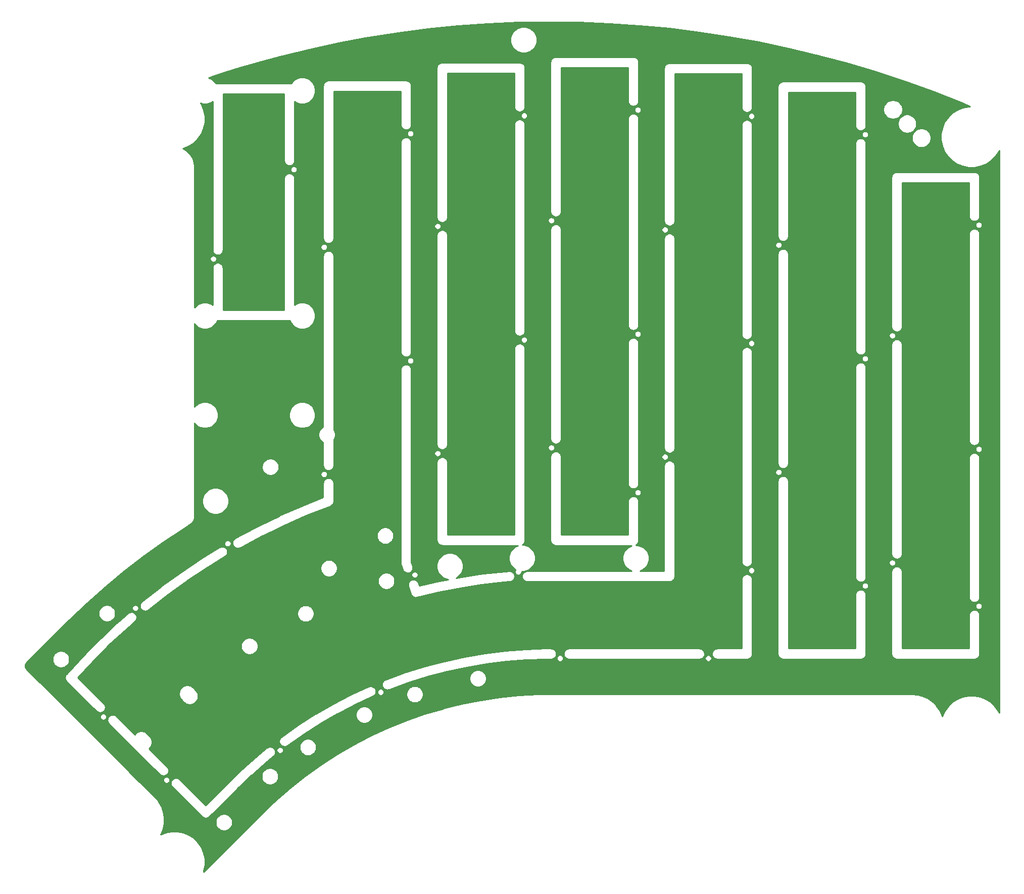
<source format=gbl>
%TF.GenerationSoftware,KiCad,Pcbnew,5.1.12-84ad8e8a86~92~ubuntu20.04.1*%
%TF.CreationDate,2021-11-17T23:27:18+01:00*%
%TF.ProjectId,LergoTopPlate_FR4_Rails_LessRouting,4c657267-6f54-46f7-9050-6c6174655f46,v1.A*%
%TF.SameCoordinates,Original*%
%TF.FileFunction,Copper,L2,Bot*%
%TF.FilePolarity,Positive*%
%FSLAX46Y46*%
G04 Gerber Fmt 4.6, Leading zero omitted, Abs format (unit mm)*
G04 Created by KiCad (PCBNEW 5.1.12-84ad8e8a86~92~ubuntu20.04.1) date 2021-11-17 23:27:18*
%MOMM*%
%LPD*%
G01*
G04 APERTURE LIST*
%TA.AperFunction,NonConductor*%
%ADD10C,0.254000*%
%TD*%
%TA.AperFunction,NonConductor*%
%ADD11C,0.150000*%
%TD*%
G04 APERTURE END LIST*
D10*
X166420503Y-18711548D02*
X171480350Y-18912344D01*
X176532638Y-19254342D01*
X181573464Y-19737281D01*
X186598760Y-20360769D01*
X191604700Y-21124330D01*
X196587416Y-22027377D01*
X201542920Y-23069185D01*
X206467462Y-24248967D01*
X211357086Y-25565776D01*
X216208069Y-27018607D01*
X221016579Y-28606314D01*
X225778876Y-30327660D01*
X230491834Y-32181533D01*
X231961377Y-32801844D01*
X231715416Y-32801844D01*
X230724890Y-32998872D01*
X229791836Y-33385356D01*
X228952109Y-33946443D01*
X228237980Y-34660572D01*
X227676893Y-35500299D01*
X227290409Y-36433353D01*
X227093381Y-37423879D01*
X227093381Y-38433809D01*
X227290409Y-39424335D01*
X227676893Y-40357389D01*
X228237980Y-41197116D01*
X228952109Y-41911245D01*
X229791836Y-42472332D01*
X230724890Y-42858816D01*
X231715416Y-43055844D01*
X232725346Y-43055844D01*
X233715872Y-42858816D01*
X234648926Y-42472332D01*
X235488653Y-41911245D01*
X236202782Y-41197116D01*
X236763869Y-40357389D01*
X236843381Y-40165430D01*
X236843382Y-134503416D01*
X236763869Y-134311455D01*
X236202782Y-133471728D01*
X235488653Y-132757599D01*
X234648926Y-132196512D01*
X233715872Y-131810028D01*
X232725346Y-131613000D01*
X231715416Y-131613000D01*
X230724890Y-131810028D01*
X229791836Y-132196512D01*
X228952109Y-132757599D01*
X228237980Y-133471728D01*
X227676893Y-134311455D01*
X227341287Y-135121678D01*
X227325806Y-135057194D01*
X227322024Y-135045955D01*
X227319557Y-135034349D01*
X227304428Y-134993668D01*
X226947119Y-134179697D01*
X226941404Y-134169301D01*
X226936923Y-134158321D01*
X226914829Y-134120962D01*
X226419026Y-133383128D01*
X226411560Y-133373909D01*
X226405205Y-133363894D01*
X226376845Y-133331039D01*
X225758218Y-132692666D01*
X225749242Y-132684918D01*
X225741210Y-132676183D01*
X225707479Y-132648869D01*
X224985583Y-132130135D01*
X224975379Y-132124100D01*
X224965925Y-132116924D01*
X224927891Y-132096015D01*
X224125544Y-131713315D01*
X224114427Y-131709181D01*
X224103857Y-131703795D01*
X224062721Y-131689952D01*
X223205285Y-131455384D01*
X223193616Y-131453284D01*
X223182255Y-131449854D01*
X223139318Y-131443514D01*
X222255611Y-131364646D01*
X222238877Y-131362999D01*
X161741840Y-131366602D01*
X161738903Y-131366891D01*
X159610675Y-131400324D01*
X159609200Y-131400382D01*
X159607715Y-131400382D01*
X159595881Y-131400847D01*
X156384832Y-131577562D01*
X156381909Y-131577792D01*
X156378922Y-131577933D01*
X156367123Y-131578955D01*
X153167963Y-131906734D01*
X153165024Y-131907105D01*
X153162077Y-131907384D01*
X153150338Y-131908961D01*
X149970170Y-132387078D01*
X149967261Y-132387586D01*
X149964322Y-132388004D01*
X149952671Y-132390132D01*
X146798556Y-133017525D01*
X146795670Y-133018170D01*
X146792757Y-133018726D01*
X146781219Y-133021400D01*
X143660160Y-133796675D01*
X143657300Y-133797457D01*
X143654424Y-133798148D01*
X143643025Y-133801362D01*
X140561951Y-134722800D01*
X140559133Y-134723715D01*
X140556292Y-134724541D01*
X140545057Y-134728289D01*
X137510809Y-135793841D01*
X137508040Y-135794887D01*
X137505237Y-135795847D01*
X137494191Y-135800120D01*
X134513505Y-137007422D01*
X134510791Y-137008596D01*
X134508034Y-137009688D01*
X134497202Y-137014477D01*
X131576698Y-138360848D01*
X131574051Y-138362145D01*
X131571340Y-138363369D01*
X131560746Y-138368663D01*
X128706906Y-139851114D01*
X128704318Y-139852537D01*
X128701672Y-139853885D01*
X128691339Y-139859672D01*
X125910500Y-141474912D01*
X125907966Y-141476465D01*
X125905403Y-141477927D01*
X125895353Y-141484194D01*
X123193690Y-143228636D01*
X123191255Y-143230291D01*
X123188740Y-143231887D01*
X123178997Y-143238621D01*
X120562507Y-145108392D01*
X120560157Y-145110157D01*
X120557716Y-145111872D01*
X120548301Y-145119058D01*
X118022796Y-147110007D01*
X118020528Y-147111883D01*
X118018174Y-147113709D01*
X118009108Y-147121330D01*
X115580191Y-149229037D01*
X115578005Y-149231026D01*
X115575749Y-149232953D01*
X115567052Y-149240992D01*
X113250259Y-151451102D01*
X113246794Y-151453947D01*
X103489872Y-161215347D01*
X103568871Y-161024628D01*
X103765899Y-160034102D01*
X103765899Y-159024172D01*
X103568871Y-158033646D01*
X103182387Y-157100592D01*
X102621300Y-156260865D01*
X101907171Y-155546736D01*
X101067444Y-154985649D01*
X100134390Y-154599165D01*
X99143864Y-154402137D01*
X98133934Y-154402137D01*
X97143408Y-154599165D01*
X96333185Y-154934771D01*
X96367835Y-154878227D01*
X96373107Y-154867607D01*
X96379570Y-154857655D01*
X96397638Y-154818191D01*
X96720548Y-153989971D01*
X96723858Y-153978578D01*
X96728454Y-153967645D01*
X96739239Y-153925636D01*
X96739248Y-153925606D01*
X96739249Y-153925595D01*
X96910388Y-153053291D01*
X96911628Y-153041499D01*
X96914216Y-153029919D01*
X96917392Y-152986661D01*
X96917395Y-152986632D01*
X96917394Y-152986621D01*
X96921180Y-152745599D01*
X105518463Y-152745599D01*
X105518463Y-153026693D01*
X105573301Y-153302387D01*
X105680872Y-153562084D01*
X105837039Y-153795806D01*
X106035803Y-153994570D01*
X106269525Y-154150737D01*
X106529222Y-154258308D01*
X106804916Y-154313146D01*
X107086010Y-154313146D01*
X107361704Y-154258308D01*
X107621401Y-154150737D01*
X107855123Y-153994570D01*
X108053887Y-153795806D01*
X108210054Y-153562084D01*
X108317625Y-153302387D01*
X108372463Y-153026693D01*
X108372463Y-152745599D01*
X108317625Y-152469905D01*
X108210054Y-152210208D01*
X108053887Y-151976486D01*
X107855123Y-151777722D01*
X107621401Y-151621555D01*
X107361704Y-151513984D01*
X107086010Y-151459146D01*
X106804916Y-151459146D01*
X106529222Y-151513984D01*
X106269525Y-151621555D01*
X106035803Y-151777722D01*
X105837039Y-151976486D01*
X105680872Y-152210208D01*
X105573301Y-152469905D01*
X105518463Y-152745599D01*
X96921180Y-152745599D01*
X96931357Y-152097799D01*
X96930489Y-152085975D01*
X96930986Y-152074119D01*
X96926449Y-152030954D01*
X96782792Y-151153695D01*
X96779841Y-151142203D01*
X96778232Y-151130454D01*
X96766123Y-151088775D01*
X96469388Y-150250820D01*
X96464451Y-150240037D01*
X96460785Y-150228753D01*
X96441486Y-150189877D01*
X96001051Y-149417713D01*
X95994284Y-149407977D01*
X95988677Y-149397519D01*
X95962809Y-149362690D01*
X95962798Y-149362674D01*
X95962793Y-149362669D01*
X95393694Y-148682034D01*
X95383038Y-148669050D01*
X92451630Y-145737642D01*
X96735190Y-145737642D01*
X96735190Y-145851302D01*
X96757364Y-145962777D01*
X96800859Y-146067784D01*
X96864005Y-146162288D01*
X96944374Y-146242657D01*
X97038878Y-146305803D01*
X97143885Y-146349298D01*
X97255360Y-146371472D01*
X97369020Y-146371472D01*
X97418739Y-146361582D01*
X98002713Y-146361582D01*
X98003242Y-146367170D01*
X98013103Y-146464254D01*
X98020307Y-146499982D01*
X98027007Y-146535785D01*
X98028610Y-146541164D01*
X98057140Y-146634482D01*
X98071138Y-146668109D01*
X98084672Y-146701948D01*
X98087290Y-146706913D01*
X98133404Y-146792915D01*
X98153695Y-146823225D01*
X98173518Y-146853751D01*
X98177050Y-146858113D01*
X98238990Y-146933519D01*
X98238997Y-146933526D01*
X98251407Y-146948648D01*
X103246758Y-151944001D01*
X103260070Y-151954926D01*
X103262207Y-151957093D01*
X103266544Y-151960655D01*
X103342380Y-152022065D01*
X103372817Y-152042134D01*
X103402929Y-152062599D01*
X103407876Y-152065251D01*
X103407879Y-152065253D01*
X103407883Y-152065254D01*
X103494195Y-152110763D01*
X103527931Y-152124531D01*
X103561472Y-152138768D01*
X103566834Y-152140407D01*
X103566836Y-152140408D01*
X103566838Y-152140408D01*
X103566840Y-152140409D01*
X103660356Y-152168287D01*
X103667839Y-152169741D01*
X103687716Y-152177975D01*
X103808851Y-152202070D01*
X103932359Y-152202070D01*
X104053494Y-152177975D01*
X104072501Y-152170102D01*
X104081590Y-152168401D01*
X104086969Y-152166797D01*
X104180288Y-152138266D01*
X104213927Y-152124263D01*
X104247754Y-152110734D01*
X104252719Y-152108116D01*
X104338719Y-152062003D01*
X104369003Y-152041729D01*
X104399552Y-152021891D01*
X104403914Y-152018358D01*
X104479320Y-151956419D01*
X104479323Y-151956416D01*
X104494451Y-151944001D01*
X109090645Y-147347809D01*
X109105974Y-147335230D01*
X109118564Y-147319890D01*
X109118573Y-147319881D01*
X109145756Y-147286759D01*
X109156212Y-147274019D01*
X109156214Y-147274016D01*
X109156221Y-147274007D01*
X109172819Y-147242955D01*
X111480204Y-145038135D01*
X113225927Y-145038135D01*
X113225927Y-145319229D01*
X113280765Y-145594923D01*
X113388336Y-145854620D01*
X113544503Y-146088342D01*
X113743267Y-146287106D01*
X113976989Y-146443273D01*
X114236686Y-146550844D01*
X114512380Y-146605682D01*
X114793474Y-146605682D01*
X115069168Y-146550844D01*
X115328865Y-146443273D01*
X115562587Y-146287106D01*
X115761351Y-146088342D01*
X115917518Y-145854620D01*
X116025089Y-145594923D01*
X116079927Y-145319229D01*
X116079927Y-145038135D01*
X116025089Y-144762441D01*
X115917518Y-144502744D01*
X115761351Y-144269022D01*
X115562587Y-144070258D01*
X115328865Y-143914091D01*
X115069168Y-143806520D01*
X114793474Y-143751682D01*
X114512380Y-143751682D01*
X114236686Y-143806520D01*
X113976989Y-143914091D01*
X113743267Y-144070258D01*
X113544503Y-144269022D01*
X113388336Y-144502744D01*
X113280765Y-144762441D01*
X113225927Y-145038135D01*
X111480204Y-145038135D01*
X111535079Y-144985700D01*
X114084016Y-142762290D01*
X115239962Y-141818759D01*
X115241769Y-141817353D01*
X115242285Y-141816863D01*
X115243540Y-141815839D01*
X115257406Y-141803987D01*
X115263552Y-141798232D01*
X115269528Y-141793646D01*
X115273599Y-141789782D01*
X115343912Y-141722117D01*
X115367581Y-141694404D01*
X115391619Y-141667042D01*
X115394863Y-141662461D01*
X115450695Y-141582428D01*
X115468535Y-141550637D01*
X115486799Y-141519131D01*
X115489091Y-141514007D01*
X115528314Y-141424654D01*
X115539632Y-141390025D01*
X115551435Y-141355553D01*
X115552688Y-141350081D01*
X115573809Y-141254811D01*
X115578188Y-141218624D01*
X115583068Y-141182533D01*
X115583235Y-141176923D01*
X115585449Y-141079366D01*
X115582717Y-141043034D01*
X115580493Y-141006667D01*
X115579566Y-141001131D01*
X115562789Y-140905001D01*
X115553048Y-140869875D01*
X115543806Y-140834647D01*
X115541822Y-140829396D01*
X115506692Y-140738355D01*
X115503887Y-140732777D01*
X115754560Y-140732777D01*
X115754560Y-140846437D01*
X115776734Y-140957912D01*
X115820229Y-141062919D01*
X115883375Y-141157423D01*
X115963744Y-141237792D01*
X116058248Y-141300938D01*
X116163255Y-141344433D01*
X116274730Y-141366607D01*
X116388390Y-141366607D01*
X116499865Y-141344433D01*
X116604872Y-141300938D01*
X116699376Y-141237792D01*
X116779745Y-141157423D01*
X116842891Y-141062919D01*
X116886386Y-140957912D01*
X116908560Y-140846437D01*
X116908560Y-140732777D01*
X116886386Y-140621302D01*
X116842891Y-140516295D01*
X116779745Y-140421791D01*
X116699376Y-140341422D01*
X116604872Y-140278276D01*
X116499865Y-140234781D01*
X116388390Y-140212607D01*
X116274730Y-140212607D01*
X116163255Y-140234781D01*
X116058248Y-140278276D01*
X115963744Y-140341422D01*
X115883375Y-140421791D01*
X115820229Y-140516295D01*
X115776734Y-140621302D01*
X115754560Y-140732777D01*
X115503887Y-140732777D01*
X115490326Y-140705814D01*
X115474406Y-140673028D01*
X115471439Y-140668263D01*
X115419295Y-140585780D01*
X115396918Y-140557035D01*
X115374938Y-140527972D01*
X115371102Y-140523873D01*
X115303932Y-140453090D01*
X115276389Y-140429231D01*
X115249187Y-140404995D01*
X115244629Y-140401720D01*
X115164988Y-140345331D01*
X115133362Y-140327292D01*
X115101944Y-140308785D01*
X115096836Y-140306458D01*
X115007758Y-140266612D01*
X114973199Y-140255049D01*
X114938823Y-140243010D01*
X114933360Y-140241719D01*
X114838240Y-140219933D01*
X114802121Y-140215306D01*
X114766027Y-140210168D01*
X114760420Y-140209963D01*
X114760417Y-140209963D01*
X114662877Y-140207068D01*
X114626534Y-140209546D01*
X114590143Y-140211516D01*
X114584600Y-140212404D01*
X114488357Y-140228510D01*
X114453149Y-140238010D01*
X114417875Y-140247001D01*
X114412611Y-140248948D01*
X114321327Y-140283441D01*
X114288688Y-140299573D01*
X114255775Y-140315271D01*
X114250989Y-140318204D01*
X114168144Y-140369771D01*
X114167273Y-140370440D01*
X114159197Y-140375508D01*
X114144203Y-140385896D01*
X114129696Y-140396953D01*
X114126420Y-140399598D01*
X112930575Y-141375435D01*
X112927150Y-141378362D01*
X112923667Y-141381202D01*
X112920480Y-141383953D01*
X110325519Y-143647512D01*
X110320305Y-143652273D01*
X110315108Y-143656919D01*
X110312049Y-143659811D01*
X107833410Y-146028274D01*
X107814544Y-146043755D01*
X107764306Y-146104966D01*
X107745575Y-146140007D01*
X107745557Y-146140038D01*
X107745541Y-146140069D01*
X107743702Y-146143510D01*
X103870605Y-150016607D01*
X99527026Y-145673029D01*
X99511519Y-145660303D01*
X99506924Y-145655708D01*
X99502562Y-145652176D01*
X99426299Y-145591296D01*
X99395745Y-145571454D01*
X99365464Y-145551182D01*
X99360509Y-145548571D01*
X99360500Y-145548565D01*
X99360491Y-145548561D01*
X99273863Y-145503658D01*
X99240035Y-145490128D01*
X99206399Y-145476126D01*
X99201020Y-145474522D01*
X99107312Y-145447297D01*
X99071471Y-145440590D01*
X99035781Y-145433393D01*
X99030196Y-145432865D01*
X99030192Y-145432865D01*
X98932981Y-145424360D01*
X98896550Y-145424741D01*
X98860112Y-145424614D01*
X98854528Y-145425181D01*
X98757516Y-145435720D01*
X98721809Y-145443180D01*
X98686085Y-145450123D01*
X98680720Y-145451763D01*
X98680714Y-145451765D01*
X98587601Y-145480945D01*
X98554054Y-145495185D01*
X98520328Y-145508948D01*
X98515381Y-145511601D01*
X98429705Y-145558313D01*
X98399587Y-145578781D01*
X98369153Y-145598848D01*
X98364816Y-145602411D01*
X98289844Y-145664875D01*
X98264243Y-145690836D01*
X98238315Y-145716404D01*
X98234753Y-145720741D01*
X98173343Y-145796577D01*
X98153284Y-145826998D01*
X98132809Y-145857126D01*
X98130156Y-145862073D01*
X98084645Y-145948393D01*
X98070896Y-145982083D01*
X98056640Y-146015669D01*
X98054999Y-146021036D01*
X98027121Y-146114553D01*
X98020172Y-146150301D01*
X98012718Y-146185983D01*
X98012151Y-146191568D01*
X98002968Y-146288717D01*
X98003095Y-146325146D01*
X98002713Y-146361582D01*
X97418739Y-146361582D01*
X97480495Y-146349298D01*
X97585502Y-146305803D01*
X97680006Y-146242657D01*
X97760375Y-146162288D01*
X97823521Y-146067784D01*
X97867016Y-145962777D01*
X97889190Y-145851302D01*
X97889190Y-145737642D01*
X97867016Y-145626167D01*
X97823521Y-145521160D01*
X97760375Y-145426656D01*
X97680006Y-145346287D01*
X97585502Y-145283141D01*
X97480495Y-145239646D01*
X97369020Y-145217472D01*
X97255360Y-145217472D01*
X97143885Y-145239646D01*
X97038878Y-145283141D01*
X96944374Y-145346287D01*
X96864005Y-145426656D01*
X96800859Y-145521160D01*
X96757364Y-145626167D01*
X96735190Y-145737642D01*
X92451630Y-145737642D01*
X81845028Y-135131040D01*
X86128588Y-135131040D01*
X86128588Y-135244700D01*
X86150762Y-135356175D01*
X86194257Y-135461182D01*
X86257403Y-135555686D01*
X86337772Y-135636055D01*
X86432276Y-135699201D01*
X86537283Y-135742696D01*
X86648758Y-135764870D01*
X86762418Y-135764870D01*
X86812137Y-135754980D01*
X87396110Y-135754980D01*
X87396639Y-135760568D01*
X87406500Y-135857652D01*
X87413702Y-135893369D01*
X87420403Y-135929180D01*
X87422007Y-135934560D01*
X87450537Y-136027879D01*
X87464546Y-136061534D01*
X87478070Y-136095348D01*
X87480688Y-136100313D01*
X87526801Y-136186313D01*
X87547075Y-136216597D01*
X87566913Y-136247146D01*
X87570446Y-136251508D01*
X87632385Y-136326914D01*
X87632390Y-136326919D01*
X87644805Y-136342047D01*
X96158011Y-144855254D01*
X96173524Y-144867985D01*
X96178115Y-144872576D01*
X96182477Y-144876108D01*
X96258740Y-144936988D01*
X96289317Y-144956845D01*
X96319572Y-144977100D01*
X96324537Y-144979718D01*
X96411173Y-145024626D01*
X96445009Y-145038160D01*
X96478641Y-145052160D01*
X96484009Y-145053759D01*
X96484018Y-145053763D01*
X96484026Y-145053765D01*
X96577730Y-145080988D01*
X96613550Y-145087691D01*
X96649259Y-145094892D01*
X96654847Y-145095420D01*
X96752057Y-145103925D01*
X96788489Y-145103544D01*
X96824927Y-145103671D01*
X96830511Y-145103104D01*
X96927523Y-145092565D01*
X96963193Y-145085113D01*
X96998952Y-145078162D01*
X97004320Y-145076521D01*
X97097438Y-145047340D01*
X97130977Y-145033104D01*
X97164712Y-145019337D01*
X97169659Y-145016684D01*
X97255335Y-144969972D01*
X97285461Y-144949499D01*
X97315887Y-144929437D01*
X97320224Y-144925874D01*
X97395197Y-144863409D01*
X97420761Y-144837486D01*
X97446723Y-144811884D01*
X97450285Y-144807546D01*
X97511696Y-144731710D01*
X97531746Y-144701303D01*
X97552234Y-144671156D01*
X97554886Y-144666209D01*
X97600397Y-144579889D01*
X97614154Y-144546177D01*
X97628399Y-144512620D01*
X97630040Y-144507252D01*
X97657919Y-144413736D01*
X97664876Y-144377947D01*
X97672323Y-144342301D01*
X97672889Y-144336727D01*
X97672890Y-144336722D01*
X97672890Y-144336717D01*
X97682073Y-144239567D01*
X97681946Y-144203138D01*
X97682328Y-144166702D01*
X97681799Y-144161114D01*
X97671938Y-144064031D01*
X97664738Y-144028320D01*
X97658035Y-143992502D01*
X97656431Y-143987123D01*
X97627901Y-143893803D01*
X97613892Y-143860148D01*
X97600368Y-143826334D01*
X97597750Y-143821369D01*
X97551637Y-143735369D01*
X97531348Y-143705061D01*
X97511525Y-143674536D01*
X97507996Y-143670179D01*
X97507992Y-143670173D01*
X97507987Y-143670168D01*
X97446053Y-143594768D01*
X97446052Y-143594767D01*
X97433632Y-143579633D01*
X94380810Y-140526811D01*
X94384739Y-140524186D01*
X94583503Y-140325422D01*
X94739670Y-140091700D01*
X94847241Y-139832003D01*
X94902079Y-139556309D01*
X94902079Y-139309818D01*
X116164529Y-139309818D01*
X116167261Y-139346150D01*
X116169485Y-139382517D01*
X116170412Y-139388053D01*
X116187189Y-139484183D01*
X116196925Y-139519291D01*
X116206172Y-139554538D01*
X116208156Y-139559788D01*
X116243286Y-139650830D01*
X116259660Y-139683386D01*
X116275572Y-139716156D01*
X116278539Y-139720921D01*
X116330683Y-139803404D01*
X116353056Y-139832144D01*
X116375040Y-139861212D01*
X116378875Y-139865310D01*
X116446046Y-139936094D01*
X116473589Y-139959953D01*
X116500791Y-139984189D01*
X116505349Y-139987464D01*
X116584990Y-140043853D01*
X116616616Y-140061892D01*
X116648034Y-140080399D01*
X116653142Y-140082726D01*
X116742220Y-140122572D01*
X116776779Y-140134135D01*
X116811155Y-140146174D01*
X116816618Y-140147465D01*
X116911738Y-140169251D01*
X116947861Y-140173879D01*
X116983951Y-140179016D01*
X116989557Y-140179221D01*
X116989561Y-140179221D01*
X117087101Y-140182116D01*
X117123444Y-140179638D01*
X117159835Y-140177668D01*
X117165377Y-140176780D01*
X117244118Y-140163603D01*
X119578544Y-140163603D01*
X119578544Y-140444697D01*
X119633382Y-140720391D01*
X119740953Y-140980088D01*
X119897120Y-141213810D01*
X120095884Y-141412574D01*
X120329606Y-141568741D01*
X120589303Y-141676312D01*
X120864997Y-141731150D01*
X121146091Y-141731150D01*
X121421785Y-141676312D01*
X121681482Y-141568741D01*
X121915204Y-141412574D01*
X122113968Y-141213810D01*
X122270135Y-140980088D01*
X122377706Y-140720391D01*
X122432544Y-140444697D01*
X122432544Y-140163603D01*
X122377706Y-139887909D01*
X122270135Y-139628212D01*
X122113968Y-139394490D01*
X121915204Y-139195726D01*
X121681482Y-139039559D01*
X121421785Y-138931988D01*
X121146091Y-138877150D01*
X120864997Y-138877150D01*
X120589303Y-138931988D01*
X120329606Y-139039559D01*
X120095884Y-139195726D01*
X119897120Y-139394490D01*
X119740953Y-139628212D01*
X119633382Y-139887909D01*
X119578544Y-140163603D01*
X117244118Y-140163603D01*
X117261621Y-140160674D01*
X117296794Y-140151183D01*
X117332102Y-140142184D01*
X117337367Y-140140236D01*
X117428650Y-140105743D01*
X117461289Y-140089612D01*
X117494203Y-140073913D01*
X117498989Y-140070980D01*
X117581530Y-140019602D01*
X117581549Y-140019591D01*
X117581569Y-140019578D01*
X117581834Y-140019413D01*
X117581906Y-140019358D01*
X117596820Y-140009616D01*
X117600279Y-140007216D01*
X120374605Y-138060834D01*
X123226657Y-136247211D01*
X125898826Y-134713603D01*
X129018220Y-134713603D01*
X129018220Y-134994697D01*
X129073058Y-135270391D01*
X129180629Y-135530088D01*
X129336796Y-135763810D01*
X129535560Y-135962574D01*
X129769282Y-136118741D01*
X130028979Y-136226312D01*
X130304673Y-136281150D01*
X130585767Y-136281150D01*
X130861461Y-136226312D01*
X131121158Y-136118741D01*
X131354880Y-135962574D01*
X131553644Y-135763810D01*
X131709811Y-135530088D01*
X131817382Y-135270391D01*
X131872220Y-134994697D01*
X131872220Y-134713603D01*
X131817382Y-134437909D01*
X131709811Y-134178212D01*
X131553644Y-133944490D01*
X131354880Y-133745726D01*
X131121158Y-133589559D01*
X130861461Y-133481988D01*
X130585767Y-133427150D01*
X130304673Y-133427150D01*
X130028979Y-133481988D01*
X129769282Y-133589559D01*
X129535560Y-133745726D01*
X129336796Y-133944490D01*
X129180629Y-134178212D01*
X129073058Y-134437909D01*
X129018220Y-134713603D01*
X125898826Y-134713603D01*
X126158055Y-134564827D01*
X129163191Y-133016927D01*
X131883750Y-131759851D01*
X131884020Y-131759737D01*
X131884153Y-131759665D01*
X131889760Y-131757074D01*
X131906141Y-131749049D01*
X131910203Y-131746826D01*
X131916918Y-131744044D01*
X131921851Y-131741366D01*
X132007281Y-131694205D01*
X132037308Y-131673568D01*
X132067617Y-131653355D01*
X132071936Y-131649770D01*
X132146580Y-131586915D01*
X132172038Y-131560828D01*
X132197837Y-131535119D01*
X132201377Y-131530763D01*
X132262390Y-131454607D01*
X132282295Y-131424073D01*
X132302609Y-131393843D01*
X132305236Y-131388882D01*
X132350295Y-131302325D01*
X132363892Y-131268501D01*
X132377946Y-131234904D01*
X132379559Y-131229528D01*
X132406947Y-131135867D01*
X132413712Y-131100064D01*
X132420976Y-131064364D01*
X132421513Y-131058777D01*
X132421514Y-131058774D01*
X132421514Y-131058767D01*
X132427449Y-130992261D01*
X132625631Y-130992261D01*
X132625631Y-131105921D01*
X132647805Y-131217396D01*
X132691300Y-131322403D01*
X132754446Y-131416907D01*
X132834815Y-131497276D01*
X132929319Y-131560422D01*
X133034326Y-131603917D01*
X133145801Y-131626091D01*
X133259461Y-131626091D01*
X133370936Y-131603917D01*
X133475943Y-131560422D01*
X133570447Y-131497276D01*
X133650816Y-131416907D01*
X133713962Y-131322403D01*
X133730664Y-131282080D01*
X137490245Y-131282080D01*
X137490245Y-131563174D01*
X137545083Y-131838868D01*
X137652654Y-132098565D01*
X137808821Y-132332287D01*
X138007585Y-132531051D01*
X138241307Y-132687218D01*
X138501004Y-132794789D01*
X138776698Y-132849627D01*
X139057792Y-132849627D01*
X139333486Y-132794789D01*
X139593183Y-132687218D01*
X139826905Y-132531051D01*
X140025669Y-132332287D01*
X140181836Y-132098565D01*
X140289407Y-131838868D01*
X140344245Y-131563174D01*
X140344245Y-131282080D01*
X140289407Y-131006386D01*
X140181836Y-130746689D01*
X140025669Y-130512967D01*
X139826905Y-130314203D01*
X139593183Y-130158036D01*
X139333486Y-130050465D01*
X139057792Y-129995627D01*
X138776698Y-129995627D01*
X138501004Y-130050465D01*
X138241307Y-130158036D01*
X138007585Y-130314203D01*
X137808821Y-130512967D01*
X137652654Y-130746689D01*
X137545083Y-131006386D01*
X137490245Y-131282080D01*
X133730664Y-131282080D01*
X133757457Y-131217396D01*
X133779631Y-131105921D01*
X133779631Y-130992261D01*
X133757457Y-130880786D01*
X133713962Y-130775779D01*
X133650816Y-130681275D01*
X133570447Y-130600906D01*
X133475943Y-130537760D01*
X133370936Y-130494265D01*
X133259461Y-130472091D01*
X133145801Y-130472091D01*
X133034326Y-130494265D01*
X132929319Y-130537760D01*
X132834815Y-130600906D01*
X132754446Y-130681275D01*
X132691300Y-130775779D01*
X132647805Y-130880786D01*
X132625631Y-130992261D01*
X132427449Y-130992261D01*
X132430188Y-130961580D01*
X132429871Y-130925169D01*
X132430062Y-130888712D01*
X132429504Y-130883126D01*
X132419135Y-130786097D01*
X132411742Y-130750397D01*
X132404856Y-130714638D01*
X132403228Y-130709279D01*
X132403226Y-130709271D01*
X132403223Y-130709264D01*
X132374205Y-130616099D01*
X132360037Y-130582558D01*
X132346322Y-130548781D01*
X132343678Y-130543830D01*
X132297116Y-130458072D01*
X132276678Y-130427885D01*
X132256683Y-130397445D01*
X132253134Y-130393109D01*
X132253131Y-130393105D01*
X132253128Y-130393102D01*
X132190795Y-130318021D01*
X132164888Y-130292384D01*
X132139359Y-130266406D01*
X132135028Y-130262836D01*
X132059299Y-130201293D01*
X132028928Y-130181191D01*
X131998822Y-130160653D01*
X131993880Y-130157992D01*
X131907640Y-130112329D01*
X131873915Y-130098497D01*
X131840411Y-130084206D01*
X131835046Y-130082556D01*
X131741578Y-130054515D01*
X131705824Y-130047501D01*
X131670174Y-130039988D01*
X131664591Y-130039411D01*
X131567457Y-130030058D01*
X131531041Y-130030122D01*
X131494590Y-130029676D01*
X131489000Y-130030195D01*
X131391900Y-130039887D01*
X131356180Y-130047024D01*
X131320349Y-130053665D01*
X131314967Y-130055259D01*
X131221598Y-130083626D01*
X131220871Y-130083927D01*
X131207581Y-130088168D01*
X131190473Y-130094497D01*
X131173671Y-130101594D01*
X131169840Y-130103340D01*
X128362612Y-131400461D01*
X128356702Y-131403357D01*
X128350810Y-131406150D01*
X128347058Y-131408059D01*
X125286230Y-132985669D01*
X125280081Y-132989017D01*
X125273872Y-132992314D01*
X125270210Y-132994392D01*
X122284097Y-134709226D01*
X122278078Y-134712866D01*
X122272053Y-134716425D01*
X122268489Y-134718666D01*
X119363241Y-136567194D01*
X119357405Y-136571096D01*
X119351536Y-136574932D01*
X119348078Y-136577333D01*
X116529675Y-138555748D01*
X116518913Y-138563673D01*
X116518172Y-138564127D01*
X116515175Y-138566426D01*
X116514987Y-138566564D01*
X116514850Y-138566675D01*
X116513718Y-138567543D01*
X116508209Y-138571831D01*
X116506675Y-138573286D01*
X116500805Y-138578034D01*
X116487157Y-138590137D01*
X116485910Y-138591348D01*
X116480450Y-138595538D01*
X116476379Y-138599402D01*
X116406066Y-138667067D01*
X116382397Y-138694780D01*
X116358359Y-138722142D01*
X116355115Y-138726723D01*
X116299283Y-138806756D01*
X116281443Y-138838547D01*
X116263179Y-138870053D01*
X116260887Y-138875177D01*
X116221664Y-138964530D01*
X116210346Y-138999159D01*
X116198543Y-139033631D01*
X116197290Y-139039103D01*
X116176169Y-139134373D01*
X116171790Y-139170560D01*
X116166910Y-139206651D01*
X116166743Y-139212261D01*
X116164529Y-139309818D01*
X94902079Y-139309818D01*
X94902079Y-139275215D01*
X94847241Y-138999521D01*
X94739670Y-138739824D01*
X94583503Y-138506102D01*
X94384739Y-138307338D01*
X94270756Y-138231177D01*
X94194595Y-138117194D01*
X93995831Y-137918430D01*
X93762109Y-137762263D01*
X93502412Y-137654692D01*
X93226718Y-137599854D01*
X92945624Y-137599854D01*
X92669930Y-137654692D01*
X92410233Y-137762263D01*
X92176511Y-137918430D01*
X91977747Y-138117194D01*
X91975122Y-138121123D01*
X88920425Y-135066427D01*
X88904918Y-135053701D01*
X88900323Y-135049106D01*
X88895961Y-135045574D01*
X88819698Y-134984694D01*
X88789121Y-134964837D01*
X88758866Y-134944582D01*
X88753907Y-134941968D01*
X88753899Y-134941963D01*
X88753891Y-134941960D01*
X88667266Y-134897056D01*
X88633445Y-134883529D01*
X88599797Y-134869522D01*
X88594418Y-134867919D01*
X88500708Y-134840694D01*
X88464888Y-134833991D01*
X88429179Y-134826790D01*
X88423591Y-134826262D01*
X88326380Y-134817757D01*
X88289949Y-134818138D01*
X88253511Y-134818011D01*
X88247927Y-134818578D01*
X88150915Y-134829117D01*
X88115219Y-134836574D01*
X88079486Y-134843520D01*
X88074122Y-134845160D01*
X88074116Y-134845161D01*
X88074110Y-134845163D01*
X87981000Y-134874342D01*
X87947449Y-134888583D01*
X87913726Y-134902345D01*
X87908784Y-134904995D01*
X87908780Y-134904997D01*
X87908779Y-134904998D01*
X87823103Y-134951710D01*
X87792985Y-134972178D01*
X87762551Y-134992245D01*
X87758214Y-134995808D01*
X87683242Y-135058272D01*
X87657642Y-135084232D01*
X87631716Y-135109798D01*
X87628158Y-135114130D01*
X87628153Y-135114135D01*
X87628149Y-135114140D01*
X87566742Y-135189972D01*
X87546703Y-135220363D01*
X87526204Y-135250526D01*
X87523552Y-135255473D01*
X87478041Y-135341793D01*
X87464279Y-135375516D01*
X87450039Y-135409062D01*
X87448398Y-135414430D01*
X87420519Y-135507946D01*
X87413563Y-135543729D01*
X87406115Y-135579381D01*
X87405548Y-135584965D01*
X87396365Y-135682115D01*
X87396492Y-135718544D01*
X87396110Y-135754980D01*
X86812137Y-135754980D01*
X86873893Y-135742696D01*
X86978900Y-135699201D01*
X87073404Y-135636055D01*
X87153773Y-135555686D01*
X87216919Y-135461182D01*
X87260414Y-135356175D01*
X87282588Y-135244700D01*
X87282588Y-135131040D01*
X87260414Y-135019565D01*
X87216919Y-134914558D01*
X87153773Y-134820054D01*
X87073404Y-134739685D01*
X86978900Y-134676539D01*
X86873893Y-134633044D01*
X86762418Y-134610870D01*
X86648758Y-134610870D01*
X86537283Y-134633044D01*
X86432276Y-134676539D01*
X86337772Y-134739685D01*
X86257403Y-134820054D01*
X86194257Y-134914558D01*
X86150762Y-135019565D01*
X86128588Y-135131040D01*
X81845028Y-135131040D01*
X75355440Y-128641452D01*
X80282583Y-128641452D01*
X80283112Y-128647040D01*
X80292973Y-128744124D01*
X80300177Y-128779852D01*
X80306877Y-128815655D01*
X80308480Y-128821034D01*
X80337010Y-128914352D01*
X80351008Y-128947979D01*
X80364542Y-128981818D01*
X80367160Y-128986783D01*
X80413274Y-129072785D01*
X80433565Y-129103095D01*
X80453388Y-129133621D01*
X80456920Y-129137983D01*
X80518860Y-129213389D01*
X80531277Y-129228519D01*
X85551411Y-134248653D01*
X85566926Y-134261386D01*
X85571514Y-134265974D01*
X85575876Y-134269506D01*
X85652139Y-134330386D01*
X85682693Y-134350228D01*
X85712974Y-134370500D01*
X85717929Y-134373111D01*
X85717938Y-134373117D01*
X85717947Y-134373121D01*
X85804575Y-134418024D01*
X85838403Y-134431554D01*
X85872039Y-134445556D01*
X85877418Y-134447160D01*
X85971127Y-134474385D01*
X86006961Y-134481091D01*
X86042657Y-134488289D01*
X86048243Y-134488817D01*
X86048245Y-134488817D01*
X86145457Y-134497322D01*
X86181888Y-134496941D01*
X86218326Y-134497068D01*
X86223910Y-134496501D01*
X86320922Y-134485962D01*
X86356604Y-134478507D01*
X86392352Y-134471559D01*
X86397720Y-134469918D01*
X86490837Y-134440737D01*
X86524401Y-134426490D01*
X86558110Y-134412734D01*
X86563052Y-134410084D01*
X86563056Y-134410082D01*
X86563059Y-134410080D01*
X86648733Y-134363369D01*
X86678859Y-134342896D01*
X86709285Y-134322834D01*
X86713622Y-134319271D01*
X86788595Y-134256806D01*
X86814162Y-134230879D01*
X86840123Y-134205278D01*
X86843685Y-134200941D01*
X86905095Y-134125105D01*
X86925164Y-134094668D01*
X86945629Y-134064556D01*
X86948281Y-134059609D01*
X86993793Y-133973290D01*
X87007561Y-133939554D01*
X87021798Y-133906013D01*
X87023439Y-133900645D01*
X87051317Y-133807129D01*
X87058266Y-133771381D01*
X87065720Y-133735699D01*
X87066287Y-133730114D01*
X87075470Y-133632965D01*
X87075343Y-133596536D01*
X87075725Y-133560101D01*
X87075196Y-133554513D01*
X87065335Y-133457428D01*
X87058137Y-133421730D01*
X87051432Y-133385898D01*
X87049828Y-133380518D01*
X87021298Y-133287200D01*
X87007295Y-133253561D01*
X86993766Y-133219734D01*
X86991148Y-133214769D01*
X86945035Y-133128768D01*
X86924771Y-133098498D01*
X86904921Y-133067931D01*
X86901388Y-133063569D01*
X86839449Y-132988164D01*
X86839442Y-132988157D01*
X86827030Y-132973033D01*
X85032841Y-131178843D01*
X99366635Y-131178843D01*
X99366635Y-131459937D01*
X99421473Y-131735631D01*
X99529044Y-131995328D01*
X99685211Y-132229050D01*
X99883975Y-132427814D01*
X99997958Y-132503975D01*
X100074119Y-132617958D01*
X100272883Y-132816722D01*
X100506605Y-132972889D01*
X100766302Y-133080460D01*
X101041996Y-133135298D01*
X101323090Y-133135298D01*
X101598784Y-133080460D01*
X101858481Y-132972889D01*
X102092203Y-132816722D01*
X102290967Y-132617958D01*
X102447134Y-132384236D01*
X102554705Y-132124539D01*
X102609543Y-131848845D01*
X102609543Y-131567751D01*
X102554705Y-131292057D01*
X102447134Y-131032360D01*
X102290967Y-130798638D01*
X102092203Y-130599874D01*
X101978220Y-130523713D01*
X101902059Y-130409730D01*
X101703295Y-130210966D01*
X101469573Y-130054799D01*
X101209876Y-129947228D01*
X100934182Y-129892390D01*
X100653088Y-129892390D01*
X100377394Y-129947228D01*
X100117697Y-130054799D01*
X99883975Y-130210966D01*
X99685211Y-130409730D01*
X99529044Y-130643452D01*
X99421473Y-130903149D01*
X99366635Y-131178843D01*
X85032841Y-131178843D01*
X83604780Y-129750782D01*
X133401048Y-129750782D01*
X133401365Y-129787193D01*
X133401174Y-129823650D01*
X133401732Y-129829235D01*
X133412101Y-129926265D01*
X133419492Y-129961958D01*
X133426380Y-129997725D01*
X133428008Y-130003083D01*
X133428010Y-130003091D01*
X133428012Y-130003095D01*
X133457031Y-130096264D01*
X133471205Y-130129817D01*
X133484914Y-130163581D01*
X133487558Y-130168532D01*
X133534120Y-130254290D01*
X133554558Y-130284477D01*
X133574553Y-130314917D01*
X133578108Y-130319261D01*
X133640441Y-130394341D01*
X133666348Y-130419978D01*
X133691877Y-130445956D01*
X133696208Y-130449526D01*
X133771937Y-130511069D01*
X133802308Y-130531171D01*
X133832414Y-130551709D01*
X133837356Y-130554370D01*
X133923596Y-130600033D01*
X133957335Y-130613871D01*
X133990826Y-130628156D01*
X133996191Y-130629806D01*
X134089658Y-130657847D01*
X134125436Y-130664867D01*
X134161061Y-130672374D01*
X134166638Y-130672950D01*
X134166647Y-130672952D01*
X134166655Y-130672952D01*
X134263779Y-130682304D01*
X134300196Y-130682240D01*
X134336647Y-130682686D01*
X134342236Y-130682167D01*
X134439337Y-130672475D01*
X134475063Y-130665336D01*
X134488000Y-130662939D01*
X134490673Y-130663256D01*
X134569617Y-130657072D01*
X134645840Y-130635607D01*
X134659436Y-130628686D01*
X137819438Y-129475270D01*
X140518664Y-128626676D01*
X148061850Y-128626676D01*
X148061850Y-128907770D01*
X148116688Y-129183464D01*
X148224259Y-129443161D01*
X148380426Y-129676883D01*
X148579190Y-129875647D01*
X148812912Y-130031814D01*
X149072609Y-130139385D01*
X149348303Y-130194223D01*
X149629397Y-130194223D01*
X149905091Y-130139385D01*
X150164788Y-130031814D01*
X150398510Y-129875647D01*
X150597274Y-129676883D01*
X150753441Y-129443161D01*
X150861012Y-129183464D01*
X150915850Y-128907770D01*
X150915850Y-128626676D01*
X150861012Y-128350982D01*
X150753441Y-128091285D01*
X150597274Y-127857563D01*
X150398510Y-127658799D01*
X150164788Y-127502632D01*
X149905091Y-127395061D01*
X149629397Y-127340223D01*
X149348303Y-127340223D01*
X149072609Y-127395061D01*
X148812912Y-127502632D01*
X148579190Y-127658799D01*
X148380426Y-127857563D01*
X148224259Y-128091285D01*
X148116688Y-128350982D01*
X148061850Y-128626676D01*
X140518664Y-128626676D01*
X141043020Y-128461827D01*
X144309240Y-127595662D01*
X147611393Y-126878556D01*
X150942660Y-126311984D01*
X154296225Y-125897108D01*
X157665142Y-125634790D01*
X161046101Y-125525448D01*
X161761939Y-125521996D01*
X161762121Y-125521991D01*
X161762823Y-125521991D01*
X161769803Y-125521942D01*
X161771897Y-125521722D01*
X161780173Y-125521494D01*
X161798365Y-125520167D01*
X161799485Y-125520034D01*
X161806208Y-125520034D01*
X161811791Y-125519447D01*
X161908765Y-125508570D01*
X161944391Y-125500997D01*
X161980147Y-125493918D01*
X161985509Y-125492258D01*
X162078525Y-125462752D01*
X162112048Y-125448384D01*
X162145699Y-125434514D01*
X162150636Y-125431845D01*
X162236149Y-125384834D01*
X162266250Y-125364224D01*
X162296562Y-125344085D01*
X162300887Y-125340507D01*
X162333464Y-125313171D01*
X162683001Y-125313171D01*
X162683001Y-125426831D01*
X162705175Y-125538306D01*
X162748670Y-125643313D01*
X162811816Y-125737817D01*
X162892185Y-125818186D01*
X162986689Y-125881332D01*
X163091696Y-125924827D01*
X163203171Y-125947001D01*
X163316831Y-125947001D01*
X163428306Y-125924827D01*
X163533313Y-125881332D01*
X163627817Y-125818186D01*
X163708186Y-125737817D01*
X163771332Y-125643313D01*
X163814827Y-125538306D01*
X163837001Y-125426831D01*
X163837001Y-125313171D01*
X163814827Y-125201696D01*
X163771332Y-125096689D01*
X163708186Y-125002185D01*
X163627817Y-124921816D01*
X163533313Y-124858670D01*
X163428306Y-124815175D01*
X163316831Y-124793001D01*
X163203171Y-124793001D01*
X163091696Y-124815175D01*
X162986689Y-124858670D01*
X162892185Y-124921816D01*
X162811816Y-125002185D01*
X162748670Y-125096689D01*
X162705175Y-125201696D01*
X162683001Y-125313171D01*
X162333464Y-125313171D01*
X162375639Y-125277782D01*
X162401134Y-125251747D01*
X162426983Y-125226078D01*
X162430530Y-125221728D01*
X162430533Y-125221725D01*
X162430534Y-125221723D01*
X162491676Y-125145678D01*
X162511611Y-125115214D01*
X162532002Y-125084984D01*
X162534637Y-125080028D01*
X162579847Y-124993548D01*
X162593490Y-124959779D01*
X162607614Y-124926181D01*
X162609237Y-124920807D01*
X162636789Y-124827195D01*
X162643618Y-124791396D01*
X162650943Y-124755712D01*
X162651491Y-124750125D01*
X162660335Y-124652943D01*
X162660080Y-124616477D01*
X162660286Y-124587059D01*
X163859667Y-124587059D01*
X163859922Y-124623525D01*
X163859667Y-124659925D01*
X163860215Y-124665512D01*
X163870415Y-124762560D01*
X163877740Y-124798246D01*
X163884568Y-124834041D01*
X163886191Y-124839414D01*
X163915047Y-124932633D01*
X163929165Y-124966217D01*
X163942816Y-125000006D01*
X163945451Y-125004962D01*
X163991864Y-125090799D01*
X164012220Y-125120978D01*
X164032188Y-125151492D01*
X164035736Y-125155842D01*
X164097938Y-125231031D01*
X164123803Y-125256716D01*
X164149281Y-125282734D01*
X164153606Y-125286312D01*
X164229227Y-125347988D01*
X164259611Y-125368175D01*
X164289642Y-125388738D01*
X164294579Y-125391408D01*
X164380740Y-125437220D01*
X164414446Y-125451112D01*
X164447911Y-125465456D01*
X164453274Y-125467116D01*
X164546692Y-125495321D01*
X164582426Y-125502397D01*
X164618075Y-125509974D01*
X164623657Y-125510561D01*
X164720775Y-125520083D01*
X164720782Y-125520083D01*
X164740255Y-125522001D01*
X186619747Y-125521999D01*
X186639708Y-125520033D01*
X186646207Y-125520033D01*
X186651790Y-125519446D01*
X186748764Y-125508569D01*
X186784390Y-125500996D01*
X186820146Y-125493917D01*
X186825508Y-125492257D01*
X186918524Y-125462751D01*
X186952047Y-125448383D01*
X186985698Y-125434513D01*
X186990635Y-125431844D01*
X187076148Y-125384833D01*
X187106249Y-125364223D01*
X187136561Y-125344084D01*
X187140882Y-125340510D01*
X187140886Y-125340506D01*
X187173463Y-125313170D01*
X187523000Y-125313170D01*
X187523000Y-125426830D01*
X187545174Y-125538305D01*
X187588669Y-125643312D01*
X187651815Y-125737816D01*
X187732184Y-125818185D01*
X187826688Y-125881331D01*
X187931695Y-125924826D01*
X188043170Y-125947000D01*
X188156830Y-125947000D01*
X188268305Y-125924826D01*
X188373312Y-125881331D01*
X188467816Y-125818185D01*
X188548185Y-125737816D01*
X188611331Y-125643312D01*
X188654826Y-125538305D01*
X188677000Y-125426830D01*
X188677000Y-125313170D01*
X188654826Y-125201695D01*
X188611331Y-125096688D01*
X188548185Y-125002184D01*
X188467816Y-124921815D01*
X188373312Y-124858669D01*
X188268305Y-124815174D01*
X188156830Y-124793000D01*
X188043170Y-124793000D01*
X187931695Y-124815174D01*
X187826688Y-124858669D01*
X187732184Y-124921815D01*
X187651815Y-125002184D01*
X187588669Y-125096688D01*
X187545174Y-125201695D01*
X187523000Y-125313170D01*
X187173463Y-125313170D01*
X187215638Y-125277781D01*
X187241133Y-125251746D01*
X187266982Y-125226077D01*
X187270529Y-125221727D01*
X187331675Y-125145677D01*
X187351610Y-125115213D01*
X187372001Y-125084983D01*
X187374636Y-125080027D01*
X187419846Y-124993547D01*
X187433489Y-124959778D01*
X187447613Y-124926180D01*
X187449236Y-124920806D01*
X187476788Y-124827194D01*
X187483617Y-124791395D01*
X187490942Y-124755711D01*
X187491490Y-124750124D01*
X187500334Y-124652942D01*
X187500079Y-124616476D01*
X187500285Y-124587058D01*
X188699666Y-124587058D01*
X188699921Y-124623524D01*
X188699666Y-124659924D01*
X188700214Y-124665511D01*
X188710414Y-124762559D01*
X188717739Y-124798245D01*
X188724567Y-124834040D01*
X188726190Y-124839413D01*
X188755046Y-124932632D01*
X188769164Y-124966216D01*
X188782815Y-125000005D01*
X188785450Y-125004961D01*
X188831863Y-125090798D01*
X188852219Y-125120977D01*
X188872187Y-125151491D01*
X188875735Y-125155841D01*
X188937937Y-125231030D01*
X188963802Y-125256715D01*
X188989280Y-125282733D01*
X188993605Y-125286311D01*
X189069226Y-125347987D01*
X189099610Y-125368174D01*
X189129641Y-125388737D01*
X189134578Y-125391407D01*
X189220739Y-125437219D01*
X189254445Y-125451111D01*
X189287910Y-125465455D01*
X189293273Y-125467115D01*
X189386691Y-125495320D01*
X189422425Y-125502396D01*
X189458074Y-125509973D01*
X189463656Y-125510560D01*
X189560774Y-125520082D01*
X189560780Y-125520082D01*
X189580253Y-125522000D01*
X194619747Y-125522000D01*
X194636878Y-125520313D01*
X194639924Y-125520334D01*
X194645511Y-125519786D01*
X194742559Y-125509586D01*
X194778245Y-125502261D01*
X194814040Y-125495433D01*
X194819413Y-125493810D01*
X194912632Y-125464954D01*
X194946216Y-125450836D01*
X194980005Y-125437185D01*
X194984961Y-125434550D01*
X195070798Y-125388137D01*
X195077119Y-125383873D01*
X195096996Y-125375640D01*
X195199689Y-125307023D01*
X195287023Y-125219689D01*
X195355640Y-125116996D01*
X195363514Y-125097988D01*
X195368737Y-125090359D01*
X195371407Y-125085422D01*
X195417219Y-124999261D01*
X195431111Y-124965555D01*
X195445455Y-124932090D01*
X195447115Y-124926727D01*
X195475320Y-124833309D01*
X195482401Y-124797548D01*
X195489973Y-124761926D01*
X195490560Y-124756344D01*
X195500082Y-124659226D01*
X195500082Y-124659220D01*
X195502000Y-124639747D01*
X195502000Y-118100253D01*
X199748000Y-118100253D01*
X199748000Y-118100254D01*
X199748001Y-124639747D01*
X199749687Y-124656869D01*
X199749666Y-124659924D01*
X199750214Y-124665511D01*
X199760414Y-124762559D01*
X199767739Y-124798245D01*
X199774567Y-124834040D01*
X199776190Y-124839413D01*
X199805046Y-124932632D01*
X199819164Y-124966216D01*
X199832815Y-125000005D01*
X199835450Y-125004961D01*
X199881863Y-125090798D01*
X199886127Y-125097119D01*
X199894360Y-125116996D01*
X199962977Y-125219689D01*
X200050311Y-125307023D01*
X200153004Y-125375640D01*
X200172012Y-125383514D01*
X200179641Y-125388737D01*
X200184578Y-125391407D01*
X200270739Y-125437219D01*
X200304445Y-125451111D01*
X200337910Y-125465455D01*
X200343273Y-125467115D01*
X200436691Y-125495320D01*
X200472425Y-125502396D01*
X200508074Y-125509973D01*
X200513656Y-125510560D01*
X200610774Y-125520082D01*
X200610780Y-125520082D01*
X200630253Y-125522000D01*
X213669747Y-125522000D01*
X213686878Y-125520313D01*
X213689924Y-125520334D01*
X213695511Y-125519786D01*
X213792559Y-125509586D01*
X213828245Y-125502261D01*
X213864040Y-125495433D01*
X213869413Y-125493810D01*
X213962632Y-125464954D01*
X213996216Y-125450836D01*
X214030005Y-125437185D01*
X214034961Y-125434550D01*
X214120798Y-125388137D01*
X214127119Y-125383873D01*
X214146996Y-125375640D01*
X214249689Y-125307023D01*
X214337023Y-125219689D01*
X214405640Y-125116996D01*
X214413514Y-125097988D01*
X214418737Y-125090359D01*
X214421407Y-125085422D01*
X214467219Y-124999261D01*
X214481111Y-124965555D01*
X214495455Y-124932090D01*
X214497115Y-124926727D01*
X214525320Y-124833309D01*
X214532401Y-124797548D01*
X214539973Y-124761926D01*
X214540560Y-124756344D01*
X214550082Y-124659226D01*
X214550082Y-124659220D01*
X214552000Y-124639747D01*
X214552000Y-114700253D01*
X214550033Y-114680282D01*
X214550033Y-114673793D01*
X214549446Y-114668210D01*
X214538569Y-114571235D01*
X214530994Y-114535595D01*
X214523917Y-114499854D01*
X214522257Y-114494492D01*
X214492751Y-114401477D01*
X214478387Y-114367962D01*
X214464513Y-114334302D01*
X214461843Y-114329364D01*
X214414833Y-114243852D01*
X214394249Y-114213789D01*
X214374084Y-114183439D01*
X214370505Y-114179114D01*
X214307781Y-114104362D01*
X214281746Y-114078867D01*
X214256077Y-114053018D01*
X214251727Y-114049471D01*
X214175677Y-113988325D01*
X214145206Y-113968385D01*
X214114983Y-113947999D01*
X214110027Y-113945364D01*
X214023548Y-113900154D01*
X213989784Y-113886513D01*
X213956179Y-113872386D01*
X213950806Y-113870764D01*
X213857194Y-113843212D01*
X213821408Y-113836386D01*
X213785711Y-113829058D01*
X213780125Y-113828510D01*
X213682942Y-113819666D01*
X213646476Y-113819921D01*
X213610076Y-113819666D01*
X213604490Y-113820214D01*
X213604486Y-113820214D01*
X213507441Y-113830414D01*
X213471755Y-113837739D01*
X213435960Y-113844567D01*
X213430587Y-113846190D01*
X213337368Y-113875046D01*
X213303784Y-113889164D01*
X213269995Y-113902815D01*
X213265039Y-113905450D01*
X213179201Y-113951863D01*
X213148989Y-113972241D01*
X213118509Y-113992187D01*
X213114159Y-113995735D01*
X213038970Y-114057937D01*
X213013285Y-114083802D01*
X212987267Y-114109280D01*
X212983689Y-114113605D01*
X212922013Y-114189226D01*
X212901826Y-114219610D01*
X212881263Y-114249641D01*
X212878593Y-114254578D01*
X212832781Y-114340739D01*
X212818889Y-114374445D01*
X212804545Y-114407910D01*
X212802885Y-114413273D01*
X212774680Y-114506691D01*
X212767604Y-114542425D01*
X212760027Y-114578074D01*
X212759440Y-114583656D01*
X212749918Y-114680773D01*
X212749918Y-114680790D01*
X212748001Y-114700253D01*
X212748000Y-118139746D01*
X212748001Y-118139756D01*
X212748000Y-123718000D01*
X201552000Y-123718000D01*
X201552000Y-113163170D01*
X213823000Y-113163170D01*
X213823000Y-113276830D01*
X213845174Y-113388305D01*
X213888669Y-113493312D01*
X213951815Y-113587816D01*
X214032184Y-113668185D01*
X214126688Y-113731331D01*
X214231695Y-113774826D01*
X214343170Y-113797000D01*
X214456830Y-113797000D01*
X214568305Y-113774826D01*
X214673312Y-113731331D01*
X214767816Y-113668185D01*
X214848185Y-113587816D01*
X214911331Y-113493312D01*
X214954826Y-113388305D01*
X214977000Y-113276830D01*
X214977000Y-113163170D01*
X214954826Y-113051695D01*
X214911331Y-112946688D01*
X214848185Y-112852184D01*
X214767816Y-112771815D01*
X214673312Y-112708669D01*
X214568305Y-112665174D01*
X214456830Y-112643000D01*
X214343170Y-112643000D01*
X214231695Y-112665174D01*
X214126688Y-112708669D01*
X214032184Y-112771815D01*
X213951815Y-112852184D01*
X213888669Y-112946688D01*
X213845174Y-113051695D01*
X213823000Y-113163170D01*
X201552000Y-113163170D01*
X201552000Y-95650253D01*
X201550033Y-95630282D01*
X201550033Y-95623793D01*
X201549446Y-95618210D01*
X201538569Y-95521235D01*
X201530994Y-95485595D01*
X201523917Y-95449854D01*
X201522257Y-95444492D01*
X201492751Y-95351477D01*
X201478387Y-95317962D01*
X201464513Y-95284302D01*
X201461843Y-95279364D01*
X201414833Y-95193852D01*
X201394249Y-95163789D01*
X201374084Y-95133439D01*
X201370505Y-95129114D01*
X201307781Y-95054362D01*
X201281746Y-95028867D01*
X201256077Y-95003018D01*
X201251727Y-94999471D01*
X201175677Y-94938325D01*
X201145206Y-94918385D01*
X201114983Y-94897999D01*
X201110027Y-94895364D01*
X201023548Y-94850154D01*
X200989784Y-94836513D01*
X200956179Y-94822386D01*
X200950806Y-94820764D01*
X200857194Y-94793212D01*
X200821408Y-94786386D01*
X200785711Y-94779058D01*
X200780125Y-94778510D01*
X200682942Y-94769666D01*
X200646476Y-94769921D01*
X200610076Y-94769666D01*
X200604490Y-94770214D01*
X200604486Y-94770214D01*
X200507441Y-94780414D01*
X200471755Y-94787739D01*
X200435960Y-94794567D01*
X200430587Y-94796190D01*
X200337368Y-94825046D01*
X200303784Y-94839164D01*
X200269995Y-94852815D01*
X200265039Y-94855450D01*
X200179201Y-94901863D01*
X200148989Y-94922241D01*
X200118509Y-94942187D01*
X200114159Y-94945735D01*
X200038970Y-95007937D01*
X200013285Y-95033802D01*
X199987267Y-95059280D01*
X199983689Y-95063605D01*
X199922013Y-95139226D01*
X199901826Y-95169610D01*
X199881263Y-95199641D01*
X199878593Y-95204578D01*
X199832781Y-95290739D01*
X199818889Y-95324445D01*
X199804545Y-95357910D01*
X199802885Y-95363273D01*
X199774680Y-95456691D01*
X199767604Y-95492425D01*
X199760027Y-95528074D01*
X199759440Y-95533656D01*
X199749918Y-95630773D01*
X199749918Y-95630790D01*
X199748001Y-95650253D01*
X199748000Y-118100253D01*
X195502000Y-118100253D01*
X195502000Y-112120253D01*
X195500033Y-112100282D01*
X195500033Y-112093793D01*
X195499446Y-112088210D01*
X195488569Y-111991235D01*
X195480994Y-111955595D01*
X195473917Y-111919854D01*
X195472257Y-111914492D01*
X195442751Y-111821477D01*
X195428387Y-111787962D01*
X195414513Y-111754302D01*
X195411843Y-111749364D01*
X195364833Y-111663852D01*
X195344249Y-111633789D01*
X195324084Y-111603439D01*
X195320505Y-111599114D01*
X195257781Y-111524362D01*
X195231746Y-111498867D01*
X195206077Y-111473018D01*
X195201727Y-111469471D01*
X195125677Y-111408325D01*
X195095206Y-111388385D01*
X195064983Y-111367999D01*
X195060027Y-111365364D01*
X194973548Y-111320154D01*
X194939784Y-111306513D01*
X194906179Y-111292386D01*
X194900806Y-111290764D01*
X194807194Y-111263212D01*
X194771408Y-111256386D01*
X194735711Y-111249058D01*
X194730125Y-111248510D01*
X194632942Y-111239666D01*
X194596476Y-111239921D01*
X194560076Y-111239666D01*
X194554490Y-111240214D01*
X194554486Y-111240214D01*
X194457441Y-111250414D01*
X194421755Y-111257739D01*
X194385960Y-111264567D01*
X194380587Y-111266190D01*
X194287368Y-111295046D01*
X194253784Y-111309164D01*
X194219995Y-111322815D01*
X194215039Y-111325450D01*
X194129201Y-111371863D01*
X194098989Y-111392241D01*
X194068509Y-111412187D01*
X194064159Y-111415735D01*
X193988970Y-111477937D01*
X193963285Y-111503802D01*
X193937267Y-111529280D01*
X193933689Y-111533605D01*
X193872013Y-111609226D01*
X193851826Y-111639610D01*
X193831263Y-111669641D01*
X193828593Y-111674578D01*
X193782781Y-111760739D01*
X193768896Y-111794428D01*
X193754545Y-111827910D01*
X193752885Y-111833273D01*
X193724680Y-111926691D01*
X193717604Y-111962425D01*
X193710027Y-111998074D01*
X193709440Y-112003656D01*
X193699918Y-112100773D01*
X193699918Y-112100781D01*
X193698000Y-112120254D01*
X193698001Y-123718000D01*
X189580253Y-123718000D01*
X189560282Y-123719967D01*
X189553793Y-123719967D01*
X189548210Y-123720554D01*
X189451235Y-123731431D01*
X189415595Y-123739006D01*
X189379854Y-123746083D01*
X189374492Y-123747743D01*
X189281477Y-123777249D01*
X189247962Y-123791613D01*
X189214302Y-123805487D01*
X189209369Y-123808154D01*
X189209365Y-123808156D01*
X189209364Y-123808157D01*
X189123852Y-123855167D01*
X189093789Y-123875751D01*
X189063439Y-123895916D01*
X189059114Y-123899495D01*
X188984362Y-123962219D01*
X188958867Y-123988254D01*
X188933018Y-124013923D01*
X188929471Y-124018273D01*
X188929469Y-124018275D01*
X188929467Y-124018278D01*
X188868325Y-124094323D01*
X188848385Y-124124794D01*
X188827999Y-124155017D01*
X188825364Y-124159973D01*
X188780154Y-124246452D01*
X188766513Y-124280216D01*
X188752386Y-124313821D01*
X188750764Y-124319194D01*
X188723212Y-124412806D01*
X188716386Y-124448592D01*
X188709058Y-124484289D01*
X188708510Y-124489875D01*
X188699666Y-124587058D01*
X187500285Y-124587058D01*
X187500334Y-124580076D01*
X187499786Y-124574490D01*
X187489586Y-124477441D01*
X187482261Y-124441755D01*
X187475433Y-124405960D01*
X187473810Y-124400587D01*
X187444954Y-124307368D01*
X187430836Y-124273784D01*
X187417185Y-124239995D01*
X187414550Y-124235039D01*
X187368137Y-124149201D01*
X187347759Y-124118989D01*
X187327813Y-124088509D01*
X187324265Y-124084159D01*
X187262063Y-124008970D01*
X187236198Y-123983285D01*
X187210720Y-123957267D01*
X187206395Y-123953689D01*
X187130774Y-123892013D01*
X187100390Y-123871826D01*
X187070359Y-123851263D01*
X187065422Y-123848593D01*
X186979261Y-123802781D01*
X186945555Y-123788889D01*
X186912090Y-123774545D01*
X186906727Y-123772885D01*
X186813309Y-123744680D01*
X186777575Y-123737604D01*
X186741926Y-123730027D01*
X186736344Y-123729440D01*
X186639227Y-123719918D01*
X186639219Y-123719918D01*
X186619746Y-123718000D01*
X164740254Y-123718002D01*
X164720293Y-123719968D01*
X164713794Y-123719968D01*
X164708211Y-123720555D01*
X164611236Y-123731432D01*
X164575596Y-123739007D01*
X164539855Y-123746084D01*
X164534493Y-123747744D01*
X164441478Y-123777250D01*
X164407963Y-123791614D01*
X164374303Y-123805488D01*
X164369370Y-123808155D01*
X164369366Y-123808157D01*
X164369365Y-123808158D01*
X164283853Y-123855168D01*
X164253790Y-123875752D01*
X164223440Y-123895917D01*
X164219119Y-123899492D01*
X164219119Y-123899493D01*
X164219115Y-123899496D01*
X164144363Y-123962220D01*
X164118868Y-123988255D01*
X164093019Y-124013924D01*
X164089472Y-124018274D01*
X164028326Y-124094324D01*
X164008386Y-124124795D01*
X163988000Y-124155018D01*
X163985365Y-124159974D01*
X163940155Y-124246453D01*
X163926514Y-124280217D01*
X163912387Y-124313822D01*
X163910765Y-124319195D01*
X163883213Y-124412807D01*
X163876387Y-124448593D01*
X163869059Y-124484290D01*
X163868511Y-124489876D01*
X163859667Y-124587059D01*
X162660286Y-124587059D01*
X162660335Y-124580077D01*
X162659787Y-124574491D01*
X162649587Y-124477442D01*
X162642262Y-124441756D01*
X162635434Y-124405961D01*
X162633811Y-124400588D01*
X162604955Y-124307369D01*
X162590837Y-124273785D01*
X162577186Y-124239996D01*
X162574551Y-124235040D01*
X162528138Y-124149202D01*
X162507760Y-124118990D01*
X162487814Y-124088510D01*
X162484266Y-124084160D01*
X162422064Y-124008971D01*
X162396199Y-123983286D01*
X162370721Y-123957268D01*
X162366396Y-123953690D01*
X162290775Y-123892014D01*
X162260391Y-123871827D01*
X162230360Y-123851264D01*
X162225423Y-123848594D01*
X162139262Y-123802782D01*
X162105556Y-123788890D01*
X162072091Y-123774546D01*
X162066728Y-123772886D01*
X161973310Y-123744681D01*
X161937576Y-123737605D01*
X161901927Y-123730028D01*
X161896345Y-123729441D01*
X161799228Y-123719919D01*
X161799104Y-123719919D01*
X161798644Y-123719864D01*
X161780452Y-123718523D01*
X161762219Y-123718008D01*
X161758009Y-123718007D01*
X161006964Y-123721728D01*
X161003524Y-123721823D01*
X161000064Y-123721821D01*
X160995856Y-123721937D01*
X157554945Y-123834126D01*
X157547993Y-123834511D01*
X157540931Y-123834827D01*
X157536732Y-123835133D01*
X154104453Y-124103298D01*
X154097466Y-124104004D01*
X154090486Y-124104635D01*
X154086305Y-124105131D01*
X150669723Y-124528717D01*
X150662719Y-124529747D01*
X150655830Y-124530687D01*
X150651676Y-124531372D01*
X147257827Y-125109509D01*
X147250942Y-125110843D01*
X147244038Y-125112106D01*
X147239920Y-125112979D01*
X143875791Y-125844476D01*
X143868981Y-125846119D01*
X143862134Y-125847696D01*
X143858073Y-125848752D01*
X143858059Y-125848755D01*
X143858048Y-125848758D01*
X140530576Y-126732105D01*
X140523814Y-126734065D01*
X140517080Y-126735941D01*
X140513057Y-126737184D01*
X137229070Y-127770570D01*
X137222410Y-127772833D01*
X137215761Y-127775015D01*
X137211799Y-127776439D01*
X134084031Y-128919025D01*
X134039138Y-128922553D01*
X133962921Y-128944037D01*
X133919315Y-128966248D01*
X133914318Y-128968318D01*
X133909386Y-128970996D01*
X133902129Y-128975002D01*
X133892360Y-128979978D01*
X133890595Y-128981369D01*
X133823955Y-129018156D01*
X133793920Y-129038799D01*
X133763618Y-129059007D01*
X133759300Y-129062593D01*
X133759297Y-129062595D01*
X133759294Y-129062598D01*
X133684656Y-129125447D01*
X133659198Y-129151534D01*
X133633399Y-129177243D01*
X133629859Y-129181599D01*
X133568846Y-129257755D01*
X133548941Y-129288289D01*
X133528627Y-129318519D01*
X133526000Y-129323480D01*
X133480941Y-129410037D01*
X133467351Y-129443844D01*
X133453290Y-129477458D01*
X133451677Y-129482835D01*
X133424289Y-129576495D01*
X133417524Y-129612298D01*
X133410260Y-129647998D01*
X133409723Y-129653580D01*
X133409722Y-129653588D01*
X133409722Y-129653595D01*
X133401048Y-129750782D01*
X83604780Y-129750782D01*
X82429897Y-128575899D01*
X84960984Y-125851315D01*
X87631307Y-123189505D01*
X109778544Y-123189505D01*
X109778544Y-123470599D01*
X109833382Y-123746293D01*
X109940953Y-124005990D01*
X110097120Y-124239712D01*
X110295884Y-124438476D01*
X110529606Y-124594643D01*
X110789303Y-124702214D01*
X111064997Y-124757052D01*
X111346091Y-124757052D01*
X111621785Y-124702214D01*
X111881482Y-124594643D01*
X112115204Y-124438476D01*
X112313968Y-124239712D01*
X112470135Y-124005990D01*
X112577706Y-123746293D01*
X112632544Y-123470599D01*
X112632544Y-123189505D01*
X112577706Y-122913811D01*
X112470135Y-122654114D01*
X112313968Y-122420392D01*
X112115204Y-122221628D01*
X111881482Y-122065461D01*
X111621785Y-121957890D01*
X111346091Y-121903052D01*
X111064997Y-121903052D01*
X110789303Y-121957890D01*
X110529606Y-122065461D01*
X110295884Y-122221628D01*
X110097120Y-122420392D01*
X109940953Y-122654114D01*
X109833382Y-122913811D01*
X109778544Y-123189505D01*
X87631307Y-123189505D01*
X87863750Y-122957804D01*
X90877253Y-120176195D01*
X92005802Y-119188041D01*
X92008907Y-119185398D01*
X92009797Y-119184476D01*
X92019288Y-119175840D01*
X92030295Y-119165020D01*
X92030566Y-119164732D01*
X92035586Y-119160520D01*
X92039485Y-119156482D01*
X92106780Y-119085815D01*
X92129223Y-119057089D01*
X92152042Y-119028708D01*
X92155083Y-119023990D01*
X92207370Y-118941597D01*
X92223796Y-118909080D01*
X92240676Y-118876791D01*
X92242742Y-118871572D01*
X92278031Y-118780593D01*
X92287820Y-118745532D01*
X92298118Y-118710545D01*
X92299131Y-118705024D01*
X92316076Y-118608925D01*
X92318874Y-118572567D01*
X92322173Y-118536314D01*
X92322095Y-118530701D01*
X92320052Y-118433140D01*
X92315737Y-118396950D01*
X92311929Y-118360721D01*
X92310762Y-118355230D01*
X92289807Y-118259924D01*
X92278546Y-118225266D01*
X92267775Y-118190470D01*
X92265563Y-118185311D01*
X92226497Y-118095889D01*
X92208708Y-118064059D01*
X92191391Y-118032032D01*
X92188220Y-118027401D01*
X92132528Y-117947271D01*
X92108891Y-117919497D01*
X92085690Y-117891452D01*
X92081680Y-117887524D01*
X92011485Y-117819737D01*
X91982908Y-117797087D01*
X91954696Y-117774077D01*
X91949999Y-117771004D01*
X91901123Y-117739505D01*
X119218220Y-117739505D01*
X119218220Y-118020599D01*
X119273058Y-118296293D01*
X119380629Y-118555990D01*
X119536796Y-118789712D01*
X119735560Y-118988476D01*
X119969282Y-119144643D01*
X120228979Y-119252214D01*
X120504673Y-119307052D01*
X120785767Y-119307052D01*
X121061461Y-119252214D01*
X121321158Y-119144643D01*
X121554880Y-118988476D01*
X121753644Y-118789712D01*
X121909811Y-118555990D01*
X122017382Y-118296293D01*
X122072220Y-118020599D01*
X122072220Y-117739505D01*
X122017382Y-117463811D01*
X121909811Y-117204114D01*
X121753644Y-116970392D01*
X121554880Y-116771628D01*
X121321158Y-116615461D01*
X121061461Y-116507890D01*
X120785767Y-116453052D01*
X120504673Y-116453052D01*
X120228979Y-116507890D01*
X119969282Y-116615461D01*
X119735560Y-116771628D01*
X119536796Y-116970392D01*
X119380629Y-117204114D01*
X119273058Y-117463811D01*
X119218220Y-117739505D01*
X91901123Y-117739505D01*
X91867974Y-117718142D01*
X91835562Y-117701485D01*
X91803393Y-117684380D01*
X91798188Y-117682277D01*
X91707458Y-117646356D01*
X91672474Y-117636325D01*
X91637559Y-117625783D01*
X91632045Y-117624732D01*
X91536065Y-117607116D01*
X91499754Y-117604066D01*
X91463498Y-117600511D01*
X91457885Y-117600550D01*
X91457884Y-117600550D01*
X91360311Y-117601912D01*
X91324070Y-117605977D01*
X91287838Y-117609529D01*
X91282346Y-117610657D01*
X91282344Y-117610657D01*
X91282342Y-117610658D01*
X91282340Y-117610658D01*
X91186889Y-117630947D01*
X91152148Y-117641968D01*
X91117281Y-117652494D01*
X91112106Y-117654670D01*
X91022414Y-117693112D01*
X90990489Y-117710663D01*
X90958316Y-117727769D01*
X90953663Y-117730908D01*
X90873146Y-117786039D01*
X90872655Y-117786451D01*
X90869000Y-117788918D01*
X90856547Y-117798038D01*
X90844454Y-117807629D01*
X90834840Y-117815818D01*
X89347168Y-119123661D01*
X89345228Y-119125434D01*
X89338715Y-119131307D01*
X86299065Y-121960289D01*
X86298078Y-121961243D01*
X86297017Y-121962207D01*
X86287970Y-121971019D01*
X83359158Y-124914601D01*
X83358199Y-124915603D01*
X83357185Y-124916597D01*
X83348483Y-124925749D01*
X80552299Y-127960629D01*
X80548246Y-127963887D01*
X80544263Y-127967843D01*
X80541803Y-127970320D01*
X80530698Y-127983934D01*
X80518185Y-127996274D01*
X80514623Y-128000611D01*
X80453213Y-128076447D01*
X80433154Y-128106868D01*
X80412679Y-128136996D01*
X80410026Y-128141943D01*
X80364515Y-128228263D01*
X80350753Y-128261985D01*
X80336510Y-128295539D01*
X80334869Y-128300906D01*
X80306991Y-128394423D01*
X80300042Y-128430171D01*
X80292588Y-128465853D01*
X80292021Y-128471438D01*
X80282838Y-128568587D01*
X80282965Y-128605016D01*
X80282583Y-128641452D01*
X75355440Y-128641452D01*
X73847175Y-127133187D01*
X73827296Y-127102576D01*
X73823896Y-127098377D01*
X73724105Y-126976891D01*
X73667740Y-126871771D01*
X73632869Y-126757711D01*
X73620814Y-126639041D01*
X73632039Y-126520299D01*
X73666113Y-126405998D01*
X73721743Y-126300487D01*
X73820684Y-126178305D01*
X73827025Y-126168689D01*
X73847200Y-126143949D01*
X73850990Y-126136820D01*
X74571887Y-125415923D01*
X78188787Y-125415923D01*
X78188787Y-125697017D01*
X78243625Y-125972711D01*
X78351196Y-126232408D01*
X78507363Y-126466130D01*
X78706127Y-126664894D01*
X78939849Y-126821061D01*
X79199546Y-126928632D01*
X79475240Y-126983470D01*
X79756334Y-126983470D01*
X80032028Y-126928632D01*
X80291725Y-126821061D01*
X80525447Y-126664894D01*
X80724211Y-126466130D01*
X80880378Y-126232408D01*
X80987949Y-125972711D01*
X81042787Y-125697017D01*
X81042787Y-125415923D01*
X80987949Y-125140229D01*
X80880378Y-124880532D01*
X80724211Y-124646810D01*
X80525447Y-124448046D01*
X80291725Y-124291879D01*
X80032028Y-124184308D01*
X79756334Y-124129470D01*
X79475240Y-124129470D01*
X79199546Y-124184308D01*
X78939849Y-124291879D01*
X78706127Y-124448046D01*
X78507363Y-124646810D01*
X78351196Y-124880532D01*
X78243625Y-125140229D01*
X78188787Y-125415923D01*
X74571887Y-125415923D01*
X80876849Y-119110962D01*
X82331793Y-117708459D01*
X85896251Y-117708459D01*
X85896251Y-117989553D01*
X85951089Y-118265247D01*
X86058660Y-118524944D01*
X86214827Y-118758666D01*
X86413591Y-118957430D01*
X86647313Y-119113597D01*
X86907010Y-119221168D01*
X87182704Y-119276006D01*
X87463798Y-119276006D01*
X87739492Y-119221168D01*
X87999189Y-119113597D01*
X88232911Y-118957430D01*
X88431675Y-118758666D01*
X88587842Y-118524944D01*
X88695413Y-118265247D01*
X88750251Y-117989553D01*
X88750251Y-117708459D01*
X88695413Y-117432765D01*
X88587842Y-117173068D01*
X88431675Y-116939346D01*
X88397543Y-116905214D01*
X91511632Y-116905214D01*
X91511632Y-117018874D01*
X91533806Y-117130349D01*
X91577301Y-117235356D01*
X91640447Y-117329860D01*
X91720816Y-117410229D01*
X91815320Y-117473375D01*
X91920327Y-117516870D01*
X92031802Y-117539044D01*
X92145462Y-117539044D01*
X92256937Y-117516870D01*
X92361944Y-117473375D01*
X92456448Y-117410229D01*
X92536817Y-117329860D01*
X92599963Y-117235356D01*
X92643458Y-117130349D01*
X92665632Y-117018874D01*
X92665632Y-116905214D01*
X92643458Y-116793739D01*
X92599963Y-116688732D01*
X92536817Y-116594228D01*
X92479429Y-116536840D01*
X92819273Y-116536840D01*
X92819351Y-116542452D01*
X92821394Y-116640014D01*
X92825708Y-116676196D01*
X92829517Y-116712434D01*
X92830684Y-116717924D01*
X92851639Y-116813231D01*
X92862910Y-116847920D01*
X92873671Y-116882683D01*
X92875882Y-116887843D01*
X92914949Y-116977264D01*
X92932730Y-117009079D01*
X92950055Y-117041122D01*
X92953226Y-117045753D01*
X93008918Y-117125884D01*
X93032571Y-117153676D01*
X93055756Y-117181702D01*
X93059766Y-117185630D01*
X93129961Y-117253417D01*
X93158545Y-117276072D01*
X93186750Y-117299076D01*
X93191447Y-117302150D01*
X93273472Y-117355012D01*
X93305884Y-117371669D01*
X93338053Y-117388774D01*
X93343257Y-117390876D01*
X93433988Y-117426798D01*
X93468981Y-117436832D01*
X93503887Y-117447371D01*
X93509401Y-117448422D01*
X93509402Y-117448422D01*
X93509405Y-117448423D01*
X93509408Y-117448423D01*
X93605381Y-117466038D01*
X93641696Y-117469088D01*
X93677949Y-117472643D01*
X93683562Y-117472604D01*
X93781135Y-117471242D01*
X93817353Y-117467180D01*
X93853607Y-117463625D01*
X93859099Y-117462497D01*
X93859103Y-117462497D01*
X93859106Y-117462496D01*
X93954556Y-117442207D01*
X93989287Y-117431190D01*
X94024165Y-117420660D01*
X94029340Y-117418484D01*
X94119032Y-117380042D01*
X94150957Y-117362491D01*
X94183130Y-117345385D01*
X94187783Y-117342246D01*
X94268300Y-117287115D01*
X94268610Y-117286855D01*
X94279163Y-117279411D01*
X94289222Y-117271776D01*
X97520722Y-114738149D01*
X100840830Y-112334977D01*
X100934385Y-112272588D01*
X132715390Y-112272588D01*
X132715390Y-112553682D01*
X132770228Y-112829376D01*
X132877799Y-113089073D01*
X133033966Y-113322795D01*
X133232730Y-113521559D01*
X133466452Y-113677726D01*
X133726149Y-113785297D01*
X134001843Y-113840135D01*
X134282937Y-113840135D01*
X134558631Y-113785297D01*
X134818328Y-113677726D01*
X135052050Y-113521559D01*
X135250814Y-113322795D01*
X135406981Y-113089073D01*
X135440378Y-113008445D01*
X137787351Y-113008445D01*
X137787527Y-113014056D01*
X137791273Y-113111568D01*
X137796220Y-113147683D01*
X137800659Y-113183831D01*
X137801920Y-113189292D01*
X137801921Y-113189298D01*
X137801922Y-113189300D01*
X137822844Y-113277120D01*
X137825279Y-113289292D01*
X138206183Y-114539976D01*
X138208405Y-114545325D01*
X138208625Y-114546169D01*
X138210599Y-114551423D01*
X138246926Y-114646140D01*
X138263224Y-114678709D01*
X138279076Y-114711528D01*
X138282033Y-114716299D01*
X138336064Y-114802156D01*
X138358365Y-114830924D01*
X138380306Y-114860059D01*
X138384134Y-114864165D01*
X138453813Y-114937892D01*
X138481287Y-114961789D01*
X138508458Y-114986098D01*
X138513004Y-114989378D01*
X138513009Y-114989382D01*
X138513014Y-114989385D01*
X138595683Y-115048171D01*
X138627315Y-115066300D01*
X138658647Y-115084842D01*
X138663748Y-115087179D01*
X138663753Y-115087182D01*
X138663759Y-115087184D01*
X138756266Y-115128792D01*
X138790785Y-115140421D01*
X138825160Y-115152538D01*
X138830620Y-115153840D01*
X138929458Y-115176689D01*
X138965569Y-115181390D01*
X139001646Y-115186600D01*
X139007255Y-115186817D01*
X139108648Y-115190034D01*
X139145035Y-115187628D01*
X139181392Y-115185734D01*
X139186927Y-115184858D01*
X139186933Y-115184858D01*
X139186938Y-115184857D01*
X139287023Y-115168318D01*
X139287730Y-115168129D01*
X139299662Y-115166021D01*
X139316106Y-115162402D01*
X142896407Y-114295309D01*
X146501630Y-113580539D01*
X150133624Y-113017367D01*
X153789055Y-112606440D01*
X154794230Y-112520541D01*
X154798996Y-112520033D01*
X154806207Y-112520033D01*
X154811790Y-112519446D01*
X154908764Y-112508569D01*
X154944390Y-112500996D01*
X154980146Y-112493917D01*
X154985508Y-112492257D01*
X155078524Y-112462751D01*
X155112047Y-112448383D01*
X155145698Y-112434513D01*
X155150635Y-112431844D01*
X155236148Y-112384833D01*
X155266249Y-112364223D01*
X155296561Y-112344084D01*
X155300886Y-112340506D01*
X155375638Y-112277781D01*
X155401133Y-112251746D01*
X155426982Y-112226077D01*
X155430529Y-112221727D01*
X155491675Y-112145677D01*
X155511610Y-112115213D01*
X155532001Y-112084983D01*
X155534636Y-112080027D01*
X155579846Y-111993547D01*
X155593489Y-111959778D01*
X155607613Y-111926180D01*
X155609236Y-111920806D01*
X155636788Y-111827194D01*
X155643617Y-111791395D01*
X155650942Y-111755711D01*
X155651490Y-111750124D01*
X155660334Y-111652942D01*
X155660079Y-111616476D01*
X155660285Y-111587058D01*
X156859666Y-111587058D01*
X156859921Y-111623524D01*
X156859666Y-111659924D01*
X156860214Y-111665511D01*
X156870414Y-111762559D01*
X156877729Y-111798193D01*
X156884567Y-111834040D01*
X156886190Y-111839413D01*
X156915046Y-111932632D01*
X156929164Y-111966216D01*
X156942815Y-112000005D01*
X156945450Y-112004961D01*
X156991863Y-112090798D01*
X157012219Y-112120977D01*
X157032187Y-112151491D01*
X157035735Y-112155841D01*
X157097937Y-112231030D01*
X157123802Y-112256715D01*
X157149280Y-112282733D01*
X157153605Y-112286311D01*
X157229226Y-112347987D01*
X157259610Y-112368174D01*
X157289641Y-112388737D01*
X157294578Y-112391407D01*
X157380739Y-112437219D01*
X157414445Y-112451111D01*
X157447910Y-112465455D01*
X157453273Y-112467115D01*
X157546691Y-112495320D01*
X157582425Y-112502396D01*
X157618074Y-112509973D01*
X157623656Y-112510560D01*
X157720774Y-112520082D01*
X157720780Y-112520082D01*
X157740253Y-112522000D01*
X181619747Y-112522000D01*
X181636878Y-112520313D01*
X181639924Y-112520334D01*
X181645511Y-112519786D01*
X181742559Y-112509586D01*
X181778245Y-112502261D01*
X181814040Y-112495433D01*
X181819413Y-112493810D01*
X181912632Y-112464954D01*
X181946216Y-112450836D01*
X181980005Y-112437185D01*
X181984961Y-112434550D01*
X182070798Y-112388137D01*
X182100977Y-112367781D01*
X182131491Y-112347813D01*
X182135841Y-112344265D01*
X182211030Y-112282063D01*
X182236721Y-112256192D01*
X182262733Y-112230720D01*
X182266311Y-112226395D01*
X182327987Y-112150774D01*
X182348174Y-112120390D01*
X182368737Y-112090359D01*
X182371407Y-112085422D01*
X182417219Y-111999261D01*
X182431111Y-111965555D01*
X182445455Y-111932090D01*
X182447115Y-111926727D01*
X182475320Y-111833309D01*
X182482396Y-111797575D01*
X182489973Y-111761926D01*
X182490560Y-111756344D01*
X182500082Y-111659226D01*
X182500082Y-111659220D01*
X182502000Y-111639747D01*
X182502000Y-110583170D01*
X194773000Y-110583170D01*
X194773000Y-110696830D01*
X194795174Y-110808305D01*
X194838669Y-110913312D01*
X194901815Y-111007816D01*
X194982184Y-111088185D01*
X195076688Y-111151331D01*
X195181695Y-111194826D01*
X195293170Y-111217000D01*
X195406830Y-111217000D01*
X195518305Y-111194826D01*
X195623312Y-111151331D01*
X195717816Y-111088185D01*
X195798185Y-111007816D01*
X195861331Y-110913312D01*
X195904826Y-110808305D01*
X195927000Y-110696830D01*
X195927000Y-110583170D01*
X195904826Y-110471695D01*
X195861331Y-110366688D01*
X195798185Y-110272184D01*
X195717816Y-110191815D01*
X195623312Y-110128669D01*
X195518305Y-110085174D01*
X195406830Y-110063000D01*
X195293170Y-110063000D01*
X195181695Y-110085174D01*
X195076688Y-110128669D01*
X194982184Y-110191815D01*
X194901815Y-110272184D01*
X194838669Y-110366688D01*
X194795174Y-110471695D01*
X194773000Y-110583170D01*
X182502000Y-110583170D01*
X182502000Y-109159746D01*
X193698000Y-109159746D01*
X193699967Y-109179717D01*
X193699967Y-109186207D01*
X193700554Y-109191790D01*
X193711431Y-109288764D01*
X193719004Y-109324390D01*
X193726083Y-109360146D01*
X193727743Y-109365508D01*
X193757249Y-109458524D01*
X193771617Y-109492047D01*
X193785487Y-109525698D01*
X193788156Y-109530635D01*
X193835167Y-109616148D01*
X193855777Y-109646249D01*
X193875916Y-109676561D01*
X193879494Y-109680886D01*
X193942219Y-109755638D01*
X193968254Y-109781133D01*
X193993923Y-109806982D01*
X193998273Y-109810529D01*
X194074323Y-109871675D01*
X194104787Y-109891610D01*
X194135017Y-109912001D01*
X194139973Y-109914636D01*
X194226453Y-109959846D01*
X194260222Y-109973489D01*
X194293820Y-109987613D01*
X194299194Y-109989236D01*
X194392806Y-110016788D01*
X194428605Y-110023617D01*
X194464289Y-110030942D01*
X194469876Y-110031490D01*
X194567058Y-110040334D01*
X194603524Y-110040079D01*
X194639924Y-110040334D01*
X194645511Y-110039786D01*
X194645515Y-110039786D01*
X194742559Y-110029586D01*
X194778245Y-110022261D01*
X194814040Y-110015433D01*
X194819413Y-110013810D01*
X194912632Y-109984954D01*
X194946216Y-109970836D01*
X194980005Y-109957185D01*
X194984961Y-109954550D01*
X195070798Y-109908137D01*
X195100977Y-109887781D01*
X195131491Y-109867813D01*
X195135841Y-109864265D01*
X195211030Y-109802063D01*
X195236715Y-109776198D01*
X195262733Y-109750720D01*
X195266311Y-109746395D01*
X195327987Y-109670774D01*
X195348174Y-109640390D01*
X195368737Y-109610359D01*
X195371407Y-109605422D01*
X195417219Y-109519261D01*
X195431111Y-109485555D01*
X195445455Y-109452090D01*
X195447115Y-109446727D01*
X195475320Y-109353309D01*
X195482396Y-109317575D01*
X195489973Y-109281926D01*
X195490560Y-109276344D01*
X195500082Y-109179226D01*
X195500082Y-109179220D01*
X195502000Y-109159747D01*
X195502000Y-94113170D01*
X199323000Y-94113170D01*
X199323000Y-94226830D01*
X199345174Y-94338305D01*
X199388669Y-94443312D01*
X199451815Y-94537816D01*
X199532184Y-94618185D01*
X199626688Y-94681331D01*
X199731695Y-94724826D01*
X199843170Y-94747000D01*
X199956830Y-94747000D01*
X200068305Y-94724826D01*
X200173312Y-94681331D01*
X200267816Y-94618185D01*
X200348185Y-94537816D01*
X200411331Y-94443312D01*
X200454826Y-94338305D01*
X200477000Y-94226830D01*
X200477000Y-94113170D01*
X200454826Y-94001695D01*
X200411331Y-93896688D01*
X200348185Y-93802184D01*
X200267816Y-93721815D01*
X200173312Y-93658669D01*
X200068305Y-93615174D01*
X199956830Y-93593000D01*
X199843170Y-93593000D01*
X199731695Y-93615174D01*
X199626688Y-93658669D01*
X199532184Y-93721815D01*
X199451815Y-93802184D01*
X199388669Y-93896688D01*
X199345174Y-94001695D01*
X199323000Y-94113170D01*
X195502000Y-94113170D01*
X195502000Y-92689746D01*
X199748000Y-92689746D01*
X199749967Y-92709717D01*
X199749967Y-92716207D01*
X199750554Y-92721790D01*
X199761431Y-92818764D01*
X199769004Y-92854390D01*
X199776083Y-92890146D01*
X199777743Y-92895508D01*
X199807249Y-92988524D01*
X199821617Y-93022047D01*
X199835487Y-93055698D01*
X199838156Y-93060635D01*
X199885167Y-93146148D01*
X199905777Y-93176249D01*
X199925916Y-93206561D01*
X199929494Y-93210886D01*
X199992219Y-93285638D01*
X200018254Y-93311133D01*
X200043923Y-93336982D01*
X200048273Y-93340529D01*
X200124323Y-93401675D01*
X200154787Y-93421610D01*
X200185017Y-93442001D01*
X200189973Y-93444636D01*
X200276453Y-93489846D01*
X200310222Y-93503489D01*
X200343820Y-93517613D01*
X200349194Y-93519236D01*
X200442806Y-93546788D01*
X200478605Y-93553617D01*
X200514289Y-93560942D01*
X200519876Y-93561490D01*
X200617058Y-93570334D01*
X200653524Y-93570079D01*
X200689924Y-93570334D01*
X200695511Y-93569786D01*
X200695515Y-93569786D01*
X200792559Y-93559586D01*
X200828245Y-93552261D01*
X200864040Y-93545433D01*
X200869413Y-93543810D01*
X200962632Y-93514954D01*
X200996216Y-93500836D01*
X201030005Y-93487185D01*
X201034961Y-93484550D01*
X201120798Y-93438137D01*
X201150977Y-93417781D01*
X201181491Y-93397813D01*
X201185841Y-93394265D01*
X201261030Y-93332063D01*
X201286735Y-93306178D01*
X201312733Y-93280720D01*
X201316311Y-93276395D01*
X201377987Y-93200774D01*
X201398174Y-93170390D01*
X201418737Y-93140359D01*
X201421407Y-93135422D01*
X201467219Y-93049261D01*
X201481111Y-93015555D01*
X201495455Y-92982090D01*
X201497115Y-92976727D01*
X201525320Y-92883309D01*
X201532396Y-92847575D01*
X201539973Y-92811926D01*
X201540560Y-92806344D01*
X201550082Y-92709226D01*
X201550082Y-92709220D01*
X201552000Y-92689747D01*
X201552000Y-76600254D01*
X212748000Y-76600254D01*
X212748001Y-111739747D01*
X212749967Y-111759703D01*
X212749967Y-111766207D01*
X212750554Y-111771790D01*
X212761431Y-111868764D01*
X212769004Y-111904390D01*
X212776083Y-111940146D01*
X212777743Y-111945508D01*
X212807249Y-112038524D01*
X212821617Y-112072047D01*
X212835487Y-112105698D01*
X212838156Y-112110635D01*
X212885167Y-112196148D01*
X212905777Y-112226249D01*
X212925916Y-112256561D01*
X212929494Y-112260886D01*
X212992219Y-112335638D01*
X213018254Y-112361133D01*
X213043923Y-112386982D01*
X213048273Y-112390529D01*
X213124323Y-112451675D01*
X213154787Y-112471610D01*
X213185017Y-112492001D01*
X213189973Y-112494636D01*
X213276453Y-112539846D01*
X213310222Y-112553489D01*
X213343820Y-112567613D01*
X213349194Y-112569236D01*
X213442806Y-112596788D01*
X213478605Y-112603617D01*
X213514289Y-112610942D01*
X213519876Y-112611490D01*
X213617058Y-112620334D01*
X213653524Y-112620079D01*
X213689924Y-112620334D01*
X213695511Y-112619786D01*
X213695515Y-112619786D01*
X213792559Y-112609586D01*
X213828245Y-112602261D01*
X213864040Y-112595433D01*
X213869413Y-112593810D01*
X213962632Y-112564954D01*
X213996216Y-112550836D01*
X214030005Y-112537185D01*
X214034961Y-112534550D01*
X214120798Y-112488137D01*
X214150977Y-112467781D01*
X214181491Y-112447813D01*
X214185841Y-112444265D01*
X214261030Y-112382063D01*
X214286735Y-112356178D01*
X214312733Y-112330720D01*
X214316311Y-112326395D01*
X214377987Y-112250774D01*
X214398174Y-112220390D01*
X214418737Y-112190359D01*
X214421407Y-112185422D01*
X214467219Y-112099261D01*
X214481111Y-112065555D01*
X214495455Y-112032090D01*
X214497115Y-112026727D01*
X214525320Y-111933309D01*
X214532401Y-111897549D01*
X214539973Y-111861926D01*
X214540560Y-111856344D01*
X214550082Y-111759226D01*
X214550082Y-111759220D01*
X214552000Y-111739747D01*
X214552000Y-110830254D01*
X218798000Y-110830254D01*
X218798001Y-118100244D01*
X218798000Y-118100254D01*
X218798001Y-124639747D01*
X218799687Y-124656869D01*
X218799666Y-124659924D01*
X218800214Y-124665511D01*
X218810414Y-124762559D01*
X218817739Y-124798245D01*
X218824567Y-124834040D01*
X218826190Y-124839413D01*
X218855046Y-124932632D01*
X218869164Y-124966216D01*
X218882815Y-125000005D01*
X218885450Y-125004961D01*
X218931863Y-125090798D01*
X218936127Y-125097119D01*
X218944360Y-125116996D01*
X219012977Y-125219689D01*
X219100311Y-125307023D01*
X219203004Y-125375640D01*
X219222012Y-125383514D01*
X219229641Y-125388737D01*
X219234578Y-125391407D01*
X219320739Y-125437219D01*
X219354445Y-125451111D01*
X219387910Y-125465455D01*
X219393273Y-125467115D01*
X219486691Y-125495320D01*
X219522425Y-125502396D01*
X219558074Y-125509973D01*
X219563656Y-125510560D01*
X219660774Y-125520082D01*
X219660780Y-125520082D01*
X219680253Y-125522000D01*
X232719747Y-125522000D01*
X232736878Y-125520313D01*
X232739924Y-125520334D01*
X232745511Y-125519786D01*
X232842559Y-125509586D01*
X232878245Y-125502261D01*
X232914040Y-125495433D01*
X232919413Y-125493810D01*
X233012632Y-125464954D01*
X233046216Y-125450836D01*
X233080005Y-125437185D01*
X233084961Y-125434550D01*
X233170798Y-125388137D01*
X233177119Y-125383873D01*
X233196996Y-125375640D01*
X233299689Y-125307023D01*
X233387023Y-125219689D01*
X233455640Y-125116996D01*
X233463514Y-125097988D01*
X233468737Y-125090359D01*
X233471407Y-125085422D01*
X233517219Y-124999261D01*
X233531111Y-124965555D01*
X233545455Y-124932090D01*
X233547115Y-124926727D01*
X233575320Y-124833309D01*
X233582401Y-124797548D01*
X233589973Y-124761926D01*
X233590560Y-124756344D01*
X233600082Y-124659226D01*
X233600082Y-124659220D01*
X233602000Y-124639747D01*
X233602000Y-118100253D01*
X233600033Y-118080282D01*
X233600033Y-118073793D01*
X233599446Y-118068210D01*
X233588569Y-117971235D01*
X233580994Y-117935595D01*
X233573917Y-117899854D01*
X233572257Y-117894492D01*
X233542751Y-117801477D01*
X233528387Y-117767962D01*
X233514513Y-117734302D01*
X233511843Y-117729364D01*
X233464833Y-117643852D01*
X233444249Y-117613789D01*
X233424084Y-117583439D01*
X233420505Y-117579114D01*
X233357781Y-117504362D01*
X233331746Y-117478867D01*
X233306077Y-117453018D01*
X233301727Y-117449471D01*
X233225677Y-117388325D01*
X233195206Y-117368385D01*
X233164983Y-117347999D01*
X233160027Y-117345364D01*
X233073548Y-117300154D01*
X233039784Y-117286513D01*
X233006179Y-117272386D01*
X233000806Y-117270764D01*
X232907194Y-117243212D01*
X232871408Y-117236386D01*
X232835711Y-117229058D01*
X232830125Y-117228510D01*
X232732942Y-117219666D01*
X232696476Y-117219921D01*
X232660076Y-117219666D01*
X232654490Y-117220214D01*
X232654486Y-117220214D01*
X232557441Y-117230414D01*
X232521755Y-117237739D01*
X232485960Y-117244567D01*
X232480587Y-117246190D01*
X232387368Y-117275046D01*
X232353784Y-117289164D01*
X232319995Y-117302815D01*
X232315039Y-117305450D01*
X232229201Y-117351863D01*
X232198989Y-117372241D01*
X232168509Y-117392187D01*
X232164159Y-117395735D01*
X232088970Y-117457937D01*
X232063285Y-117483802D01*
X232037267Y-117509280D01*
X232033689Y-117513605D01*
X231972013Y-117589226D01*
X231951826Y-117619610D01*
X231931263Y-117649641D01*
X231928593Y-117654578D01*
X231882781Y-117740739D01*
X231868889Y-117774445D01*
X231854545Y-117807910D01*
X231852885Y-117813273D01*
X231824680Y-117906691D01*
X231817604Y-117942425D01*
X231810027Y-117978074D01*
X231809440Y-117983656D01*
X231799918Y-118080773D01*
X231799918Y-118080790D01*
X231798001Y-118100253D01*
X231798000Y-123718000D01*
X220602000Y-123718000D01*
X220602000Y-116563170D01*
X232873000Y-116563170D01*
X232873000Y-116676830D01*
X232895174Y-116788305D01*
X232938669Y-116893312D01*
X233001815Y-116987816D01*
X233082184Y-117068185D01*
X233176688Y-117131331D01*
X233281695Y-117174826D01*
X233393170Y-117197000D01*
X233506830Y-117197000D01*
X233618305Y-117174826D01*
X233723312Y-117131331D01*
X233817816Y-117068185D01*
X233898185Y-116987816D01*
X233961331Y-116893312D01*
X234004826Y-116788305D01*
X234027000Y-116676830D01*
X234027000Y-116563170D01*
X234004826Y-116451695D01*
X233961331Y-116346688D01*
X233898185Y-116252184D01*
X233817816Y-116171815D01*
X233723312Y-116108669D01*
X233618305Y-116065174D01*
X233506830Y-116043000D01*
X233393170Y-116043000D01*
X233281695Y-116065174D01*
X233176688Y-116108669D01*
X233082184Y-116171815D01*
X233001815Y-116252184D01*
X232938669Y-116346688D01*
X232895174Y-116451695D01*
X232873000Y-116563170D01*
X220602000Y-116563170D01*
X220602000Y-115139746D01*
X231798000Y-115139746D01*
X231799967Y-115159717D01*
X231799967Y-115166207D01*
X231800554Y-115171790D01*
X231811431Y-115268764D01*
X231819004Y-115304390D01*
X231826083Y-115340146D01*
X231827743Y-115345508D01*
X231857249Y-115438524D01*
X231871617Y-115472047D01*
X231885487Y-115505698D01*
X231888156Y-115510635D01*
X231935167Y-115596148D01*
X231955777Y-115626249D01*
X231975916Y-115656561D01*
X231979494Y-115660886D01*
X232042219Y-115735638D01*
X232068254Y-115761133D01*
X232093923Y-115786982D01*
X232098273Y-115790529D01*
X232174323Y-115851675D01*
X232204787Y-115871610D01*
X232235017Y-115892001D01*
X232239973Y-115894636D01*
X232326453Y-115939846D01*
X232360222Y-115953489D01*
X232393820Y-115967613D01*
X232399194Y-115969236D01*
X232492806Y-115996788D01*
X232528605Y-116003617D01*
X232564289Y-116010942D01*
X232569876Y-116011490D01*
X232667058Y-116020334D01*
X232703524Y-116020079D01*
X232739924Y-116020334D01*
X232745511Y-116019786D01*
X232745515Y-116019786D01*
X232842559Y-116009586D01*
X232878245Y-116002261D01*
X232914040Y-115995433D01*
X232919413Y-115993810D01*
X233012632Y-115964954D01*
X233046216Y-115950836D01*
X233080005Y-115937185D01*
X233084961Y-115934550D01*
X233170798Y-115888137D01*
X233200977Y-115867781D01*
X233231491Y-115847813D01*
X233235841Y-115844265D01*
X233311030Y-115782063D01*
X233336715Y-115756198D01*
X233362733Y-115730720D01*
X233366311Y-115726395D01*
X233427987Y-115650774D01*
X233448174Y-115620390D01*
X233468737Y-115590359D01*
X233471407Y-115585422D01*
X233517219Y-115499261D01*
X233531111Y-115465555D01*
X233545455Y-115432090D01*
X233547115Y-115426727D01*
X233575320Y-115333309D01*
X233582396Y-115297575D01*
X233589973Y-115261926D01*
X233590560Y-115256344D01*
X233600082Y-115159226D01*
X233600082Y-115159220D01*
X233602000Y-115139747D01*
X233602000Y-91780253D01*
X233600033Y-91760282D01*
X233600033Y-91753793D01*
X233599446Y-91748210D01*
X233588569Y-91651235D01*
X233580994Y-91615595D01*
X233573917Y-91579854D01*
X233572257Y-91574492D01*
X233542751Y-91481477D01*
X233528387Y-91447962D01*
X233514513Y-91414302D01*
X233511843Y-91409364D01*
X233464833Y-91323852D01*
X233444249Y-91293789D01*
X233424084Y-91263439D01*
X233420505Y-91259114D01*
X233357781Y-91184362D01*
X233331746Y-91158867D01*
X233306077Y-91133018D01*
X233301727Y-91129471D01*
X233225677Y-91068325D01*
X233195206Y-91048385D01*
X233164983Y-91027999D01*
X233160027Y-91025364D01*
X233073548Y-90980154D01*
X233039784Y-90966513D01*
X233006179Y-90952386D01*
X233000806Y-90950764D01*
X232907194Y-90923212D01*
X232871408Y-90916386D01*
X232835711Y-90909058D01*
X232830125Y-90908510D01*
X232732942Y-90899666D01*
X232696476Y-90899921D01*
X232660076Y-90899666D01*
X232654490Y-90900214D01*
X232654486Y-90900214D01*
X232557441Y-90910414D01*
X232521755Y-90917739D01*
X232485960Y-90924567D01*
X232480587Y-90926190D01*
X232387368Y-90955046D01*
X232353784Y-90969164D01*
X232319995Y-90982815D01*
X232315039Y-90985450D01*
X232229201Y-91031863D01*
X232198989Y-91052241D01*
X232168509Y-91072187D01*
X232164159Y-91075735D01*
X232088970Y-91137937D01*
X232063285Y-91163802D01*
X232037267Y-91189280D01*
X232033689Y-91193605D01*
X231972013Y-91269226D01*
X231951826Y-91299610D01*
X231931263Y-91329641D01*
X231928593Y-91334578D01*
X231882781Y-91420739D01*
X231868889Y-91454445D01*
X231854545Y-91487910D01*
X231852885Y-91493273D01*
X231824680Y-91586691D01*
X231817604Y-91622425D01*
X231810027Y-91658074D01*
X231809440Y-91663656D01*
X231799918Y-91760773D01*
X231799918Y-91760790D01*
X231798001Y-91780253D01*
X231798000Y-115139746D01*
X220602000Y-115139746D01*
X220602000Y-110830253D01*
X220600033Y-110810282D01*
X220600033Y-110803793D01*
X220599446Y-110798210D01*
X220588569Y-110701235D01*
X220580994Y-110665595D01*
X220573917Y-110629854D01*
X220572257Y-110624492D01*
X220542751Y-110531477D01*
X220528387Y-110497962D01*
X220514513Y-110464302D01*
X220511843Y-110459364D01*
X220464833Y-110373852D01*
X220444249Y-110343789D01*
X220424084Y-110313439D01*
X220420505Y-110309114D01*
X220357781Y-110234362D01*
X220331746Y-110208867D01*
X220306077Y-110183018D01*
X220301727Y-110179471D01*
X220225677Y-110118325D01*
X220195206Y-110098385D01*
X220164983Y-110077999D01*
X220160027Y-110075364D01*
X220073548Y-110030154D01*
X220039784Y-110016513D01*
X220006179Y-110002386D01*
X220000806Y-110000764D01*
X219907194Y-109973212D01*
X219871408Y-109966386D01*
X219835711Y-109959058D01*
X219830125Y-109958510D01*
X219732942Y-109949666D01*
X219696476Y-109949921D01*
X219660076Y-109949666D01*
X219654490Y-109950214D01*
X219654486Y-109950214D01*
X219557441Y-109960414D01*
X219521755Y-109967739D01*
X219485960Y-109974567D01*
X219480587Y-109976190D01*
X219387368Y-110005046D01*
X219353784Y-110019164D01*
X219319995Y-110032815D01*
X219315039Y-110035450D01*
X219229201Y-110081863D01*
X219198989Y-110102241D01*
X219168509Y-110122187D01*
X219164159Y-110125735D01*
X219088970Y-110187937D01*
X219063285Y-110213802D01*
X219037267Y-110239280D01*
X219033689Y-110243605D01*
X218972013Y-110319226D01*
X218951826Y-110349610D01*
X218931263Y-110379641D01*
X218928593Y-110384578D01*
X218882781Y-110470739D01*
X218868889Y-110504445D01*
X218854545Y-110537910D01*
X218852885Y-110543273D01*
X218824680Y-110636691D01*
X218817604Y-110672425D01*
X218810027Y-110708074D01*
X218809440Y-110713656D01*
X218799918Y-110810773D01*
X218799918Y-110810781D01*
X218798000Y-110830254D01*
X214552000Y-110830254D01*
X214552000Y-109293170D01*
X218373000Y-109293170D01*
X218373000Y-109406830D01*
X218395174Y-109518305D01*
X218438669Y-109623312D01*
X218501815Y-109717816D01*
X218582184Y-109798185D01*
X218676688Y-109861331D01*
X218781695Y-109904826D01*
X218893170Y-109927000D01*
X219006830Y-109927000D01*
X219118305Y-109904826D01*
X219223312Y-109861331D01*
X219317816Y-109798185D01*
X219398185Y-109717816D01*
X219461331Y-109623312D01*
X219504826Y-109518305D01*
X219527000Y-109406830D01*
X219527000Y-109293170D01*
X219504826Y-109181695D01*
X219461331Y-109076688D01*
X219398185Y-108982184D01*
X219317816Y-108901815D01*
X219223312Y-108838669D01*
X219118305Y-108795174D01*
X219006830Y-108773000D01*
X218893170Y-108773000D01*
X218781695Y-108795174D01*
X218676688Y-108838669D01*
X218582184Y-108901815D01*
X218501815Y-108982184D01*
X218438669Y-109076688D01*
X218395174Y-109181695D01*
X218373000Y-109293170D01*
X214552000Y-109293170D01*
X214552000Y-76600253D01*
X214550033Y-76580282D01*
X214550033Y-76573793D01*
X214549446Y-76568210D01*
X214538569Y-76471235D01*
X214530994Y-76435595D01*
X214523917Y-76399854D01*
X214522257Y-76394492D01*
X214492751Y-76301477D01*
X214478387Y-76267962D01*
X214464513Y-76234302D01*
X214461843Y-76229364D01*
X214414833Y-76143852D01*
X214394249Y-76113789D01*
X214374084Y-76083439D01*
X214370505Y-76079114D01*
X214307781Y-76004362D01*
X214281746Y-75978867D01*
X214256077Y-75953018D01*
X214251727Y-75949471D01*
X214175677Y-75888325D01*
X214145206Y-75868385D01*
X214114983Y-75847999D01*
X214110027Y-75845364D01*
X214023548Y-75800154D01*
X213989784Y-75786513D01*
X213956179Y-75772386D01*
X213950806Y-75770764D01*
X213857194Y-75743212D01*
X213821408Y-75736386D01*
X213785711Y-75729058D01*
X213780125Y-75728510D01*
X213682942Y-75719666D01*
X213646476Y-75719921D01*
X213610076Y-75719666D01*
X213604490Y-75720214D01*
X213604486Y-75720214D01*
X213507441Y-75730414D01*
X213471755Y-75737739D01*
X213435960Y-75744567D01*
X213430587Y-75746190D01*
X213337368Y-75775046D01*
X213303784Y-75789164D01*
X213269995Y-75802815D01*
X213265039Y-75805450D01*
X213179201Y-75851863D01*
X213148989Y-75872241D01*
X213118509Y-75892187D01*
X213114159Y-75895735D01*
X213038970Y-75957937D01*
X213013285Y-75983802D01*
X212987267Y-76009280D01*
X212983689Y-76013605D01*
X212922013Y-76089226D01*
X212901826Y-76119610D01*
X212881263Y-76149641D01*
X212878593Y-76154578D01*
X212832781Y-76240739D01*
X212818889Y-76274445D01*
X212804545Y-76307910D01*
X212802885Y-76313273D01*
X212774680Y-76406691D01*
X212767604Y-76442425D01*
X212760027Y-76478074D01*
X212759440Y-76483656D01*
X212749918Y-76580773D01*
X212749918Y-76580781D01*
X212748000Y-76600254D01*
X201552000Y-76600254D01*
X201552000Y-75063170D01*
X213823000Y-75063170D01*
X213823000Y-75176830D01*
X213845174Y-75288305D01*
X213888669Y-75393312D01*
X213951815Y-75487816D01*
X214032184Y-75568185D01*
X214126688Y-75631331D01*
X214231695Y-75674826D01*
X214343170Y-75697000D01*
X214456830Y-75697000D01*
X214568305Y-75674826D01*
X214673312Y-75631331D01*
X214767816Y-75568185D01*
X214848185Y-75487816D01*
X214911331Y-75393312D01*
X214954826Y-75288305D01*
X214977000Y-75176830D01*
X214977000Y-75063170D01*
X214954826Y-74951695D01*
X214911331Y-74846688D01*
X214848185Y-74752184D01*
X214767816Y-74671815D01*
X214673312Y-74608669D01*
X214568305Y-74565174D01*
X214456830Y-74543000D01*
X214343170Y-74543000D01*
X214231695Y-74565174D01*
X214126688Y-74608669D01*
X214032184Y-74671815D01*
X213951815Y-74752184D01*
X213888669Y-74846688D01*
X213845174Y-74951695D01*
X213823000Y-75063170D01*
X201552000Y-75063170D01*
X201552000Y-57550253D01*
X201550033Y-57530282D01*
X201550033Y-57523793D01*
X201549446Y-57518210D01*
X201538569Y-57421235D01*
X201530994Y-57385595D01*
X201523917Y-57349854D01*
X201522257Y-57344492D01*
X201492751Y-57251477D01*
X201478387Y-57217962D01*
X201464513Y-57184302D01*
X201461843Y-57179364D01*
X201414833Y-57093852D01*
X201394249Y-57063789D01*
X201374084Y-57033439D01*
X201370505Y-57029114D01*
X201307781Y-56954362D01*
X201281746Y-56928867D01*
X201256077Y-56903018D01*
X201251727Y-56899471D01*
X201175677Y-56838325D01*
X201145206Y-56818385D01*
X201114983Y-56797999D01*
X201110027Y-56795364D01*
X201023548Y-56750154D01*
X200989784Y-56736513D01*
X200956179Y-56722386D01*
X200950806Y-56720764D01*
X200857194Y-56693212D01*
X200821408Y-56686386D01*
X200785711Y-56679058D01*
X200780125Y-56678510D01*
X200682942Y-56669666D01*
X200646476Y-56669921D01*
X200610076Y-56669666D01*
X200604490Y-56670214D01*
X200604486Y-56670214D01*
X200507441Y-56680414D01*
X200471755Y-56687739D01*
X200435960Y-56694567D01*
X200430587Y-56696190D01*
X200337368Y-56725046D01*
X200303784Y-56739164D01*
X200269995Y-56752815D01*
X200265039Y-56755450D01*
X200179201Y-56801863D01*
X200148989Y-56822241D01*
X200118509Y-56842187D01*
X200114159Y-56845735D01*
X200038970Y-56907937D01*
X200013285Y-56933802D01*
X199987267Y-56959280D01*
X199983689Y-56963605D01*
X199922013Y-57039226D01*
X199901826Y-57069610D01*
X199881263Y-57099641D01*
X199878593Y-57104578D01*
X199832781Y-57190739D01*
X199818889Y-57224445D01*
X199804545Y-57257910D01*
X199802885Y-57263273D01*
X199774680Y-57356691D01*
X199767604Y-57392425D01*
X199760027Y-57428074D01*
X199759440Y-57433656D01*
X199749918Y-57530773D01*
X199749918Y-57530790D01*
X199748001Y-57550253D01*
X199748000Y-92689746D01*
X195502000Y-92689746D01*
X195502000Y-74020253D01*
X195500033Y-74000282D01*
X195500033Y-73993793D01*
X195499446Y-73988210D01*
X195488569Y-73891235D01*
X195480994Y-73855595D01*
X195473917Y-73819854D01*
X195472257Y-73814492D01*
X195442751Y-73721477D01*
X195428387Y-73687962D01*
X195414513Y-73654302D01*
X195411843Y-73649364D01*
X195364833Y-73563852D01*
X195344236Y-73533771D01*
X195324084Y-73503439D01*
X195320505Y-73499114D01*
X195257781Y-73424362D01*
X195231744Y-73398865D01*
X195206077Y-73373018D01*
X195201727Y-73369471D01*
X195125677Y-73308325D01*
X195095206Y-73288385D01*
X195064983Y-73267999D01*
X195060027Y-73265364D01*
X194973548Y-73220154D01*
X194939784Y-73206513D01*
X194906179Y-73192386D01*
X194900806Y-73190764D01*
X194807194Y-73163212D01*
X194771408Y-73156386D01*
X194735711Y-73149058D01*
X194730125Y-73148510D01*
X194632942Y-73139666D01*
X194596476Y-73139921D01*
X194560076Y-73139666D01*
X194554490Y-73140214D01*
X194554486Y-73140214D01*
X194457441Y-73150414D01*
X194421755Y-73157739D01*
X194385960Y-73164567D01*
X194380587Y-73166190D01*
X194287368Y-73195046D01*
X194253784Y-73209164D01*
X194219995Y-73222815D01*
X194215039Y-73225450D01*
X194129201Y-73271863D01*
X194098989Y-73292241D01*
X194068509Y-73312187D01*
X194064159Y-73315735D01*
X193988970Y-73377937D01*
X193963285Y-73403802D01*
X193937267Y-73429280D01*
X193933689Y-73433605D01*
X193872013Y-73509226D01*
X193851826Y-73539610D01*
X193831263Y-73569641D01*
X193828593Y-73574578D01*
X193782781Y-73660739D01*
X193768889Y-73694445D01*
X193754545Y-73727910D01*
X193752885Y-73733273D01*
X193724680Y-73826691D01*
X193717604Y-73862425D01*
X193710027Y-73898074D01*
X193709440Y-73903656D01*
X193699918Y-74000773D01*
X193699918Y-74000790D01*
X193698001Y-74020253D01*
X193698000Y-109159746D01*
X182502000Y-109159746D01*
X182502000Y-93070253D01*
X182500033Y-93050282D01*
X182500033Y-93043793D01*
X182499446Y-93038210D01*
X182488569Y-92941235D01*
X182480994Y-92905595D01*
X182473917Y-92869854D01*
X182472257Y-92864492D01*
X182442751Y-92771477D01*
X182428387Y-92737962D01*
X182414513Y-92704302D01*
X182411843Y-92699364D01*
X182364833Y-92613852D01*
X182344236Y-92583771D01*
X182324084Y-92553439D01*
X182320505Y-92549114D01*
X182257781Y-92474362D01*
X182231744Y-92448865D01*
X182206077Y-92423018D01*
X182201727Y-92419471D01*
X182125677Y-92358325D01*
X182095206Y-92338385D01*
X182064983Y-92317999D01*
X182060027Y-92315364D01*
X181973548Y-92270154D01*
X181939784Y-92256513D01*
X181906179Y-92242386D01*
X181900806Y-92240764D01*
X181807194Y-92213212D01*
X181771408Y-92206386D01*
X181735711Y-92199058D01*
X181730125Y-92198510D01*
X181632942Y-92189666D01*
X181596476Y-92189921D01*
X181560076Y-92189666D01*
X181554490Y-92190214D01*
X181554486Y-92190214D01*
X181457441Y-92200414D01*
X181421755Y-92207739D01*
X181385960Y-92214567D01*
X181380587Y-92216190D01*
X181287368Y-92245046D01*
X181253784Y-92259164D01*
X181219995Y-92272815D01*
X181215039Y-92275450D01*
X181129201Y-92321863D01*
X181098989Y-92342241D01*
X181068509Y-92362187D01*
X181064159Y-92365735D01*
X180988970Y-92427937D01*
X180963285Y-92453802D01*
X180937267Y-92479280D01*
X180933689Y-92483605D01*
X180872013Y-92559226D01*
X180851826Y-92589610D01*
X180831263Y-92619641D01*
X180828593Y-92624578D01*
X180782781Y-92710739D01*
X180768889Y-92744445D01*
X180754545Y-92777910D01*
X180752885Y-92783273D01*
X180724680Y-92876691D01*
X180717604Y-92912425D01*
X180710027Y-92948074D01*
X180709440Y-92953656D01*
X180699918Y-93050773D01*
X180699918Y-93050781D01*
X180698000Y-93070254D01*
X180698001Y-110718000D01*
X176667807Y-110718000D01*
X177028630Y-110568542D01*
X177393380Y-110324824D01*
X177703574Y-110014630D01*
X177947292Y-109649880D01*
X178115168Y-109244592D01*
X178200750Y-108814340D01*
X178200750Y-108375660D01*
X178115168Y-107945408D01*
X177947292Y-107540120D01*
X177703574Y-107175370D01*
X177393380Y-106865176D01*
X177028630Y-106621458D01*
X176623342Y-106453582D01*
X176193090Y-106368000D01*
X175965569Y-106368000D01*
X176020798Y-106338137D01*
X176027119Y-106333873D01*
X176046996Y-106325640D01*
X176149689Y-106257023D01*
X176237023Y-106169689D01*
X176305640Y-106066996D01*
X176313514Y-106047988D01*
X176318737Y-106040359D01*
X176321407Y-106035422D01*
X176367219Y-105949261D01*
X176381111Y-105915555D01*
X176395455Y-105882090D01*
X176397115Y-105876727D01*
X176425320Y-105783309D01*
X176432396Y-105747575D01*
X176439973Y-105711926D01*
X176440560Y-105706344D01*
X176450082Y-105609226D01*
X176450082Y-105609220D01*
X176452000Y-105589747D01*
X176452000Y-99050253D01*
X176450033Y-99030282D01*
X176450033Y-99023793D01*
X176449446Y-99018210D01*
X176438569Y-98921235D01*
X176430994Y-98885595D01*
X176423917Y-98849854D01*
X176422257Y-98844492D01*
X176392751Y-98751477D01*
X176378387Y-98717962D01*
X176364513Y-98684302D01*
X176361843Y-98679364D01*
X176314833Y-98593852D01*
X176294249Y-98563789D01*
X176274084Y-98533439D01*
X176270505Y-98529114D01*
X176207781Y-98454362D01*
X176181746Y-98428867D01*
X176156077Y-98403018D01*
X176151727Y-98399471D01*
X176075677Y-98338325D01*
X176045206Y-98318385D01*
X176014983Y-98297999D01*
X176010027Y-98295364D01*
X175923548Y-98250154D01*
X175889784Y-98236513D01*
X175856179Y-98222386D01*
X175850806Y-98220764D01*
X175757194Y-98193212D01*
X175721408Y-98186386D01*
X175685711Y-98179058D01*
X175680125Y-98178510D01*
X175582942Y-98169666D01*
X175546476Y-98169921D01*
X175510076Y-98169666D01*
X175504490Y-98170214D01*
X175504486Y-98170214D01*
X175407441Y-98180414D01*
X175371755Y-98187739D01*
X175335960Y-98194567D01*
X175330587Y-98196190D01*
X175237368Y-98225046D01*
X175203784Y-98239164D01*
X175169995Y-98252815D01*
X175165039Y-98255450D01*
X175079201Y-98301863D01*
X175048989Y-98322241D01*
X175018509Y-98342187D01*
X175014159Y-98345735D01*
X174938970Y-98407937D01*
X174913285Y-98433802D01*
X174887267Y-98459280D01*
X174883689Y-98463605D01*
X174822013Y-98539226D01*
X174801826Y-98569610D01*
X174781263Y-98599641D01*
X174778593Y-98604578D01*
X174732781Y-98690739D01*
X174718889Y-98724445D01*
X174704545Y-98757910D01*
X174702885Y-98763273D01*
X174674680Y-98856691D01*
X174667604Y-98892425D01*
X174660027Y-98928074D01*
X174659440Y-98933656D01*
X174649918Y-99030773D01*
X174649918Y-99030790D01*
X174648001Y-99050253D01*
X174648000Y-104668000D01*
X163452000Y-104668000D01*
X163452000Y-97513170D01*
X175723000Y-97513170D01*
X175723000Y-97626830D01*
X175745174Y-97738305D01*
X175788669Y-97843312D01*
X175851815Y-97937816D01*
X175932184Y-98018185D01*
X176026688Y-98081331D01*
X176131695Y-98124826D01*
X176243170Y-98147000D01*
X176356830Y-98147000D01*
X176468305Y-98124826D01*
X176573312Y-98081331D01*
X176667816Y-98018185D01*
X176748185Y-97937816D01*
X176811331Y-97843312D01*
X176854826Y-97738305D01*
X176877000Y-97626830D01*
X176877000Y-97513170D01*
X176854826Y-97401695D01*
X176811331Y-97296688D01*
X176748185Y-97202184D01*
X176667816Y-97121815D01*
X176573312Y-97058669D01*
X176468305Y-97015174D01*
X176356830Y-96993000D01*
X176243170Y-96993000D01*
X176131695Y-97015174D01*
X176026688Y-97058669D01*
X175932184Y-97121815D01*
X175851815Y-97202184D01*
X175788669Y-97296688D01*
X175745174Y-97401695D01*
X175723000Y-97513170D01*
X163452000Y-97513170D01*
X163452000Y-96089746D01*
X174648000Y-96089746D01*
X174649967Y-96109717D01*
X174649967Y-96116207D01*
X174650554Y-96121790D01*
X174661431Y-96218764D01*
X174669004Y-96254390D01*
X174676083Y-96290146D01*
X174677743Y-96295508D01*
X174707249Y-96388524D01*
X174721617Y-96422047D01*
X174735487Y-96455698D01*
X174738156Y-96460635D01*
X174785167Y-96546148D01*
X174805777Y-96576249D01*
X174825916Y-96606561D01*
X174829494Y-96610886D01*
X174892219Y-96685638D01*
X174918254Y-96711133D01*
X174943923Y-96736982D01*
X174948273Y-96740529D01*
X175024323Y-96801675D01*
X175054787Y-96821610D01*
X175085017Y-96842001D01*
X175089973Y-96844636D01*
X175176453Y-96889846D01*
X175210222Y-96903489D01*
X175243820Y-96917613D01*
X175249194Y-96919236D01*
X175342806Y-96946788D01*
X175378605Y-96953617D01*
X175414289Y-96960942D01*
X175419876Y-96961490D01*
X175517058Y-96970334D01*
X175553524Y-96970079D01*
X175589924Y-96970334D01*
X175595511Y-96969786D01*
X175595515Y-96969786D01*
X175692559Y-96959586D01*
X175728245Y-96952261D01*
X175764040Y-96945433D01*
X175769413Y-96943810D01*
X175862632Y-96914954D01*
X175896216Y-96900836D01*
X175930005Y-96887185D01*
X175934961Y-96884550D01*
X176020798Y-96838137D01*
X176050977Y-96817781D01*
X176081491Y-96797813D01*
X176085841Y-96794265D01*
X176161030Y-96732063D01*
X176186715Y-96706198D01*
X176212733Y-96680720D01*
X176216311Y-96676395D01*
X176277987Y-96600774D01*
X176298174Y-96570390D01*
X176318737Y-96540359D01*
X176321407Y-96535422D01*
X176367219Y-96449261D01*
X176381111Y-96415555D01*
X176395455Y-96382090D01*
X176397115Y-96376727D01*
X176425320Y-96283309D01*
X176432396Y-96247575D01*
X176439973Y-96211926D01*
X176440560Y-96206344D01*
X176450082Y-96109226D01*
X176450082Y-96109220D01*
X176452000Y-96089747D01*
X176452000Y-91533170D01*
X180273000Y-91533170D01*
X180273000Y-91646830D01*
X180295174Y-91758305D01*
X180338669Y-91863312D01*
X180401815Y-91957816D01*
X180482184Y-92038185D01*
X180576688Y-92101331D01*
X180681695Y-92144826D01*
X180793170Y-92167000D01*
X180906830Y-92167000D01*
X181018305Y-92144826D01*
X181123312Y-92101331D01*
X181217816Y-92038185D01*
X181298185Y-91957816D01*
X181361331Y-91863312D01*
X181404826Y-91758305D01*
X181427000Y-91646830D01*
X181427000Y-91533170D01*
X181404826Y-91421695D01*
X181361331Y-91316688D01*
X181298185Y-91222184D01*
X181217816Y-91141815D01*
X181123312Y-91078669D01*
X181018305Y-91035174D01*
X180906830Y-91013000D01*
X180793170Y-91013000D01*
X180681695Y-91035174D01*
X180576688Y-91078669D01*
X180482184Y-91141815D01*
X180401815Y-91222184D01*
X180338669Y-91316688D01*
X180295174Y-91421695D01*
X180273000Y-91533170D01*
X176452000Y-91533170D01*
X176452000Y-72480253D01*
X176450033Y-72460282D01*
X176450033Y-72453793D01*
X176449446Y-72448210D01*
X176438569Y-72351235D01*
X176430994Y-72315595D01*
X176423917Y-72279854D01*
X176422257Y-72274492D01*
X176392751Y-72181477D01*
X176378387Y-72147962D01*
X176364513Y-72114302D01*
X176361843Y-72109364D01*
X176314833Y-72023852D01*
X176294249Y-71993789D01*
X176274084Y-71963439D01*
X176270505Y-71959114D01*
X176207781Y-71884362D01*
X176181746Y-71858867D01*
X176156077Y-71833018D01*
X176151727Y-71829471D01*
X176075677Y-71768325D01*
X176045206Y-71748385D01*
X176014983Y-71727999D01*
X176010027Y-71725364D01*
X175923548Y-71680154D01*
X175889784Y-71666513D01*
X175856179Y-71652386D01*
X175850806Y-71650764D01*
X175757194Y-71623212D01*
X175721408Y-71616386D01*
X175685711Y-71609058D01*
X175680125Y-71608510D01*
X175582942Y-71599666D01*
X175546476Y-71599921D01*
X175510076Y-71599666D01*
X175504490Y-71600214D01*
X175504486Y-71600214D01*
X175407441Y-71610414D01*
X175371755Y-71617739D01*
X175335960Y-71624567D01*
X175330587Y-71626190D01*
X175237368Y-71655046D01*
X175203784Y-71669164D01*
X175169995Y-71682815D01*
X175165039Y-71685450D01*
X175079201Y-71731863D01*
X175048989Y-71752241D01*
X175018509Y-71772187D01*
X175014159Y-71775735D01*
X174938970Y-71837937D01*
X174913285Y-71863802D01*
X174887267Y-71889280D01*
X174883689Y-71893605D01*
X174822013Y-71969226D01*
X174801826Y-71999610D01*
X174781263Y-72029641D01*
X174778593Y-72034578D01*
X174732781Y-72120739D01*
X174718889Y-72154445D01*
X174704545Y-72187910D01*
X174702885Y-72193273D01*
X174674680Y-72286691D01*
X174667604Y-72322425D01*
X174660027Y-72358074D01*
X174659440Y-72363656D01*
X174649918Y-72460773D01*
X174649918Y-72460790D01*
X174648001Y-72480253D01*
X174648000Y-96089746D01*
X163452000Y-96089746D01*
X163452000Y-91530253D01*
X163450033Y-91510282D01*
X163450033Y-91503793D01*
X163449446Y-91498210D01*
X163438569Y-91401235D01*
X163430994Y-91365595D01*
X163423917Y-91329854D01*
X163422257Y-91324492D01*
X163392751Y-91231477D01*
X163378387Y-91197962D01*
X163364513Y-91164302D01*
X163361843Y-91159364D01*
X163314833Y-91073852D01*
X163294249Y-91043789D01*
X163274084Y-91013439D01*
X163270505Y-91009114D01*
X163207781Y-90934362D01*
X163181746Y-90908867D01*
X163156077Y-90883018D01*
X163151727Y-90879471D01*
X163075677Y-90818325D01*
X163045206Y-90798385D01*
X163014983Y-90777999D01*
X163010027Y-90775364D01*
X162923548Y-90730154D01*
X162889784Y-90716513D01*
X162856179Y-90702386D01*
X162850806Y-90700764D01*
X162757194Y-90673212D01*
X162721408Y-90666386D01*
X162685711Y-90659058D01*
X162680125Y-90658510D01*
X162582942Y-90649666D01*
X162546476Y-90649921D01*
X162510076Y-90649666D01*
X162504490Y-90650214D01*
X162504486Y-90650214D01*
X162407441Y-90660414D01*
X162371755Y-90667739D01*
X162335960Y-90674567D01*
X162330587Y-90676190D01*
X162237368Y-90705046D01*
X162203784Y-90719164D01*
X162169995Y-90732815D01*
X162165039Y-90735450D01*
X162079201Y-90781863D01*
X162048989Y-90802241D01*
X162018509Y-90822187D01*
X162014159Y-90825735D01*
X161938970Y-90887937D01*
X161913285Y-90913802D01*
X161887267Y-90939280D01*
X161883689Y-90943605D01*
X161822013Y-91019226D01*
X161801826Y-91049610D01*
X161781263Y-91079641D01*
X161778593Y-91084578D01*
X161732781Y-91170739D01*
X161718889Y-91204445D01*
X161704545Y-91237910D01*
X161702885Y-91243273D01*
X161674680Y-91336691D01*
X161667604Y-91372425D01*
X161660027Y-91408074D01*
X161659440Y-91413656D01*
X161649918Y-91510773D01*
X161649918Y-91510790D01*
X161648001Y-91530253D01*
X161648000Y-99050253D01*
X161648000Y-99050254D01*
X161648001Y-105589747D01*
X161649687Y-105606869D01*
X161649666Y-105609924D01*
X161650214Y-105615511D01*
X161660414Y-105712559D01*
X161667739Y-105748245D01*
X161674567Y-105784040D01*
X161676190Y-105789413D01*
X161705046Y-105882632D01*
X161719164Y-105916216D01*
X161732815Y-105950005D01*
X161735450Y-105954961D01*
X161781863Y-106040798D01*
X161786127Y-106047119D01*
X161794360Y-106066996D01*
X161862977Y-106169689D01*
X161950311Y-106257023D01*
X162053004Y-106325640D01*
X162072012Y-106333514D01*
X162079641Y-106338737D01*
X162084578Y-106341407D01*
X162170739Y-106387219D01*
X162204445Y-106401111D01*
X162237910Y-106415455D01*
X162243273Y-106417115D01*
X162336691Y-106445320D01*
X162372425Y-106452396D01*
X162408074Y-106459973D01*
X162413656Y-106460560D01*
X162510774Y-106470082D01*
X162510780Y-106470082D01*
X162530253Y-106472000D01*
X175279693Y-106472000D01*
X174918870Y-106621458D01*
X174554120Y-106865176D01*
X174243926Y-107175370D01*
X174000208Y-107540120D01*
X173832332Y-107945408D01*
X173746750Y-108375660D01*
X173746750Y-108814340D01*
X173832332Y-109244592D01*
X174000208Y-109649880D01*
X174243926Y-110014630D01*
X174554120Y-110324824D01*
X174918870Y-110568542D01*
X175279693Y-110718000D01*
X157740253Y-110718000D01*
X157720282Y-110719967D01*
X157713793Y-110719967D01*
X157708210Y-110720554D01*
X157611235Y-110731431D01*
X157575595Y-110739006D01*
X157539854Y-110746083D01*
X157534492Y-110747743D01*
X157441477Y-110777249D01*
X157407962Y-110791613D01*
X157374302Y-110805487D01*
X157369369Y-110808154D01*
X157369365Y-110808156D01*
X157369364Y-110808157D01*
X157283852Y-110855167D01*
X157253789Y-110875751D01*
X157223439Y-110895916D01*
X157219114Y-110899495D01*
X157144362Y-110962219D01*
X157118867Y-110988254D01*
X157093018Y-111013923D01*
X157089471Y-111018273D01*
X157028325Y-111094323D01*
X157008385Y-111124794D01*
X156987999Y-111155017D01*
X156985364Y-111159973D01*
X156940154Y-111246452D01*
X156926513Y-111280216D01*
X156912386Y-111313821D01*
X156910764Y-111319194D01*
X156883212Y-111412806D01*
X156876386Y-111448592D01*
X156869058Y-111484289D01*
X156868510Y-111489875D01*
X156859666Y-111587058D01*
X155660285Y-111587058D01*
X155660334Y-111580076D01*
X155659786Y-111574490D01*
X155649586Y-111477441D01*
X155642261Y-111441755D01*
X155635433Y-111405960D01*
X155633810Y-111400587D01*
X155604954Y-111307368D01*
X155590836Y-111273784D01*
X155577185Y-111239995D01*
X155574550Y-111235039D01*
X155528137Y-111149201D01*
X155507759Y-111118989D01*
X155487813Y-111088509D01*
X155484265Y-111084159D01*
X155422063Y-111008970D01*
X155396198Y-110983285D01*
X155370720Y-110957267D01*
X155366395Y-110953689D01*
X155290774Y-110892013D01*
X155260390Y-110871826D01*
X155230359Y-110851263D01*
X155225422Y-110848593D01*
X155139261Y-110802781D01*
X155105555Y-110788889D01*
X155072090Y-110774545D01*
X155066727Y-110772885D01*
X154973309Y-110744680D01*
X154937575Y-110737604D01*
X154901926Y-110730027D01*
X154896344Y-110729440D01*
X154799227Y-110719918D01*
X154798521Y-110719918D01*
X154794338Y-110719471D01*
X154777535Y-110718384D01*
X154760702Y-110718002D01*
X154743867Y-110718325D01*
X154727061Y-110719353D01*
X154118075Y-110769422D01*
X154113181Y-110769928D01*
X154108322Y-110770344D01*
X150395453Y-111166905D01*
X150380291Y-111168846D01*
X150378752Y-111169043D01*
X146685746Y-111720734D01*
X146669149Y-111723570D01*
X145875169Y-111876416D01*
X146213074Y-111650635D01*
X146523268Y-111340441D01*
X146766986Y-110975691D01*
X146934862Y-110570403D01*
X147020444Y-110140151D01*
X147020444Y-109701471D01*
X146934862Y-109271219D01*
X146766986Y-108865931D01*
X146523268Y-108501181D01*
X146213074Y-108190987D01*
X145848324Y-107947269D01*
X145443036Y-107779393D01*
X145012784Y-107693811D01*
X144574104Y-107693811D01*
X144143852Y-107779393D01*
X143738564Y-107947269D01*
X143373814Y-108190987D01*
X143063620Y-108501181D01*
X142819902Y-108865931D01*
X142652026Y-109271219D01*
X142566444Y-109701471D01*
X142566444Y-110140151D01*
X142652026Y-110570403D01*
X142819902Y-110975691D01*
X143063620Y-111340441D01*
X143373814Y-111650635D01*
X143738564Y-111894353D01*
X144143852Y-112062229D01*
X144520626Y-112137174D01*
X143002485Y-112429425D01*
X142986021Y-112432953D01*
X139705451Y-113208234D01*
X139534453Y-112715128D01*
X139526421Y-112697707D01*
X139524306Y-112691563D01*
X139521933Y-112686476D01*
X139480076Y-112598326D01*
X139461323Y-112567115D01*
X139442986Y-112535608D01*
X139439670Y-112531079D01*
X139381489Y-112452737D01*
X139357021Y-112425752D01*
X139332918Y-112398412D01*
X139328786Y-112394613D01*
X139256495Y-112329064D01*
X139227233Y-112307332D01*
X139198301Y-112285212D01*
X139193510Y-112282288D01*
X139193509Y-112282287D01*
X139193506Y-112282285D01*
X139109865Y-112232029D01*
X139076946Y-112216398D01*
X139044260Y-112200314D01*
X139038996Y-112198378D01*
X139038993Y-112198376D01*
X139038990Y-112198375D01*
X138947178Y-112165321D01*
X138911859Y-112156384D01*
X138876663Y-112146953D01*
X138871121Y-112146075D01*
X138871117Y-112146075D01*
X138774633Y-112131483D01*
X138738247Y-112129576D01*
X138701895Y-112127161D01*
X138696286Y-112127377D01*
X138696283Y-112127377D01*
X138598805Y-112131803D01*
X138562735Y-112137000D01*
X138526607Y-112141692D01*
X138521153Y-112142992D01*
X138521150Y-112142992D01*
X138521147Y-112142993D01*
X138426381Y-112166270D01*
X138392032Y-112178367D01*
X138357486Y-112189992D01*
X138352382Y-112192329D01*
X138263941Y-112233569D01*
X138232573Y-112252120D01*
X138200959Y-112270225D01*
X138196406Y-112273509D01*
X138117662Y-112331142D01*
X138090528Y-112355402D01*
X138063003Y-112379329D01*
X138059175Y-112383435D01*
X137993123Y-112455266D01*
X137971184Y-112484380D01*
X137948865Y-112513153D01*
X137945907Y-112517923D01*
X137895065Y-112601215D01*
X137879200Y-112634034D01*
X137862892Y-112666599D01*
X137860917Y-112671853D01*
X137827222Y-112763434D01*
X137818038Y-112798693D01*
X137808363Y-112833815D01*
X137807447Y-112839353D01*
X137792181Y-112935734D01*
X137790020Y-112972102D01*
X137787351Y-113008445D01*
X135440378Y-113008445D01*
X135514552Y-112829376D01*
X135569390Y-112553682D01*
X135569390Y-112272588D01*
X135514552Y-111996894D01*
X135406981Y-111737197D01*
X135250814Y-111503475D01*
X135056333Y-111308994D01*
X138332139Y-111308994D01*
X138332139Y-111422654D01*
X138354313Y-111534129D01*
X138397808Y-111639136D01*
X138460954Y-111733640D01*
X138541323Y-111814009D01*
X138635827Y-111877155D01*
X138740834Y-111920650D01*
X138852309Y-111942824D01*
X138965969Y-111942824D01*
X139077444Y-111920650D01*
X139182451Y-111877155D01*
X139276955Y-111814009D01*
X139357324Y-111733640D01*
X139420470Y-111639136D01*
X139463965Y-111534129D01*
X139486139Y-111422654D01*
X139486139Y-111308994D01*
X139463965Y-111197519D01*
X139420470Y-111092512D01*
X139357324Y-110998008D01*
X139276955Y-110917639D01*
X139182451Y-110854493D01*
X139077444Y-110810998D01*
X138965969Y-110788824D01*
X138852309Y-110788824D01*
X138740834Y-110810998D01*
X138635827Y-110854493D01*
X138541323Y-110917639D01*
X138460954Y-110998008D01*
X138397808Y-111092512D01*
X138354313Y-111197519D01*
X138332139Y-111308994D01*
X135056333Y-111308994D01*
X135052050Y-111304711D01*
X134818328Y-111148544D01*
X134558631Y-111040973D01*
X134282937Y-110986135D01*
X134001843Y-110986135D01*
X133726149Y-111040973D01*
X133466452Y-111148544D01*
X133232730Y-111304711D01*
X133033966Y-111503475D01*
X132877799Y-111737197D01*
X132770228Y-111996894D01*
X132715390Y-112272588D01*
X100934385Y-112272588D01*
X104135311Y-110138006D01*
X123103162Y-110138006D01*
X123103162Y-110419100D01*
X123158000Y-110694794D01*
X123265571Y-110954491D01*
X123421738Y-111188213D01*
X123620502Y-111386977D01*
X123854224Y-111543144D01*
X124113921Y-111650715D01*
X124389615Y-111705553D01*
X124670709Y-111705553D01*
X124946403Y-111650715D01*
X125206100Y-111543144D01*
X125439822Y-111386977D01*
X125638586Y-111188213D01*
X125794753Y-110954491D01*
X125902324Y-110694794D01*
X125957162Y-110419100D01*
X125957162Y-110138006D01*
X125902324Y-109862312D01*
X125794753Y-109602615D01*
X125638586Y-109368893D01*
X125439822Y-109170129D01*
X125206100Y-109013962D01*
X124946403Y-108906391D01*
X124670709Y-108851553D01*
X124389615Y-108851553D01*
X124113921Y-108906391D01*
X123854224Y-109013962D01*
X123620502Y-109170129D01*
X123421738Y-109368893D01*
X123265571Y-109602615D01*
X123158000Y-109862312D01*
X123103162Y-110138006D01*
X104135311Y-110138006D01*
X104251350Y-110060624D01*
X107098770Y-108302022D01*
X107100812Y-108300824D01*
X107101390Y-108300404D01*
X107102585Y-108299666D01*
X107115559Y-108291305D01*
X107125313Y-108284475D01*
X107131377Y-108280974D01*
X107135918Y-108277675D01*
X107214462Y-108219767D01*
X107241538Y-108195388D01*
X107268954Y-108171388D01*
X107272768Y-108167269D01*
X107338569Y-108095208D01*
X107360400Y-108066026D01*
X107382627Y-108037164D01*
X107385568Y-108032383D01*
X107436118Y-107948914D01*
X107451864Y-107916049D01*
X107468059Y-107883425D01*
X107470016Y-107878163D01*
X107503391Y-107786466D01*
X107512454Y-107751167D01*
X107522006Y-107716013D01*
X107522904Y-107710472D01*
X107537833Y-107614038D01*
X107539867Y-107577657D01*
X107542408Y-107541310D01*
X107542212Y-107535701D01*
X107538125Y-107438203D01*
X107533051Y-107402096D01*
X107528488Y-107365977D01*
X107527206Y-107360512D01*
X107504260Y-107265665D01*
X107492277Y-107231256D01*
X107480778Y-107196687D01*
X107478459Y-107191575D01*
X107437528Y-107102991D01*
X107419093Y-107071568D01*
X107401093Y-107039882D01*
X107397825Y-107035318D01*
X107340467Y-106956372D01*
X107316275Y-106929124D01*
X107292472Y-106901547D01*
X107288380Y-106897705D01*
X107216781Y-106831403D01*
X107187759Y-106809374D01*
X107159047Y-106786941D01*
X107154286Y-106783967D01*
X107071172Y-106732835D01*
X107038428Y-106716865D01*
X107005904Y-106700435D01*
X107000656Y-106698442D01*
X106909194Y-106664427D01*
X106873975Y-106655122D01*
X106838875Y-106645321D01*
X106833340Y-106644385D01*
X106737012Y-106628783D01*
X106700641Y-106626495D01*
X106664318Y-106623700D01*
X106658707Y-106623857D01*
X106561185Y-106627263D01*
X106525082Y-106632080D01*
X106488893Y-106636395D01*
X106483420Y-106637639D01*
X106388415Y-106659922D01*
X106353929Y-106671662D01*
X106319271Y-106682923D01*
X106314143Y-106685206D01*
X106225276Y-106725518D01*
X106224606Y-106725905D01*
X106218280Y-106728774D01*
X106204478Y-106735685D01*
X106190953Y-106743121D01*
X106180106Y-106749588D01*
X103272427Y-108545407D01*
X103271822Y-108545797D01*
X103271203Y-108546166D01*
X103260589Y-108553008D01*
X99806177Y-110857276D01*
X99805044Y-110858063D01*
X99803847Y-110858841D01*
X99793503Y-110866086D01*
X96430094Y-113301263D01*
X96428975Y-113302106D01*
X96427826Y-113302917D01*
X96417768Y-113310553D01*
X93150319Y-115873049D01*
X93142756Y-115879218D01*
X93142156Y-115879623D01*
X93138528Y-115882667D01*
X93138359Y-115882805D01*
X93138267Y-115882886D01*
X93137856Y-115883231D01*
X93132539Y-115887756D01*
X93131359Y-115888978D01*
X93126782Y-115893014D01*
X93115606Y-115903659D01*
X93111396Y-115907989D01*
X93105860Y-115912634D01*
X93101961Y-115916672D01*
X93034666Y-115987339D01*
X93012223Y-116016065D01*
X92989404Y-116044446D01*
X92986363Y-116049164D01*
X92934076Y-116131556D01*
X92917635Y-116164103D01*
X92900770Y-116196363D01*
X92898704Y-116201582D01*
X92863415Y-116292561D01*
X92853626Y-116327622D01*
X92843328Y-116362609D01*
X92842315Y-116368130D01*
X92825370Y-116464230D01*
X92822573Y-116500581D01*
X92819273Y-116536840D01*
X92479429Y-116536840D01*
X92456448Y-116513859D01*
X92361944Y-116450713D01*
X92256937Y-116407218D01*
X92145462Y-116385044D01*
X92031802Y-116385044D01*
X91920327Y-116407218D01*
X91815320Y-116450713D01*
X91720816Y-116513859D01*
X91640447Y-116594228D01*
X91577301Y-116688732D01*
X91533806Y-116793739D01*
X91511632Y-116905214D01*
X88397543Y-116905214D01*
X88232911Y-116740582D01*
X87999189Y-116584415D01*
X87739492Y-116476844D01*
X87463798Y-116422006D01*
X87182704Y-116422006D01*
X86907010Y-116476844D01*
X86647313Y-116584415D01*
X86413591Y-116740582D01*
X86214827Y-116939346D01*
X86058660Y-117173068D01*
X85951089Y-117432765D01*
X85896251Y-117708459D01*
X82331793Y-117708459D01*
X83897581Y-116199108D01*
X87020414Y-113402204D01*
X90243640Y-110721611D01*
X93562920Y-108160932D01*
X96491458Y-106068277D01*
X106988382Y-106068277D01*
X106988382Y-106181937D01*
X107010556Y-106293412D01*
X107054051Y-106398419D01*
X107117197Y-106492923D01*
X107197566Y-106573292D01*
X107292070Y-106636438D01*
X107397077Y-106679933D01*
X107508552Y-106702107D01*
X107622212Y-106702107D01*
X107733687Y-106679933D01*
X107838694Y-106636438D01*
X107933198Y-106573292D01*
X108013567Y-106492923D01*
X108076713Y-106398419D01*
X108120208Y-106293412D01*
X108142382Y-106181937D01*
X108142382Y-106068277D01*
X108130381Y-106007942D01*
X108338356Y-106007942D01*
X108338552Y-106013552D01*
X108342639Y-106111049D01*
X108347709Y-106147124D01*
X108352276Y-106183275D01*
X108353558Y-106188740D01*
X108376504Y-106283586D01*
X108388483Y-106317984D01*
X108399986Y-106352565D01*
X108402305Y-106357677D01*
X108443236Y-106446261D01*
X108461671Y-106477684D01*
X108479671Y-106509370D01*
X108482939Y-106513934D01*
X108540297Y-106592880D01*
X108564489Y-106620128D01*
X108588292Y-106647705D01*
X108592384Y-106651547D01*
X108663984Y-106717849D01*
X108693006Y-106739878D01*
X108721718Y-106762311D01*
X108726478Y-106765285D01*
X108809592Y-106816417D01*
X108842336Y-106832387D01*
X108874860Y-106848817D01*
X108880107Y-106850810D01*
X108971570Y-106884825D01*
X109006758Y-106894122D01*
X109041889Y-106903931D01*
X109047424Y-106904867D01*
X109143751Y-106920469D01*
X109180123Y-106922757D01*
X109216445Y-106925552D01*
X109222056Y-106925395D01*
X109319579Y-106921989D01*
X109355681Y-106917172D01*
X109391871Y-106912857D01*
X109397344Y-106911613D01*
X109492349Y-106889330D01*
X109526824Y-106877594D01*
X109561494Y-106866329D01*
X109566621Y-106864046D01*
X109655489Y-106823734D01*
X109670368Y-106815143D01*
X109678135Y-106811152D01*
X113300535Y-104877142D01*
X113690081Y-104688006D01*
X132542838Y-104688006D01*
X132542838Y-104969100D01*
X132597676Y-105244794D01*
X132705247Y-105504491D01*
X132861414Y-105738213D01*
X133060178Y-105936977D01*
X133293900Y-106093144D01*
X133553597Y-106200715D01*
X133829291Y-106255553D01*
X134110385Y-106255553D01*
X134386079Y-106200715D01*
X134645776Y-106093144D01*
X134879498Y-105936977D01*
X135078262Y-105738213D01*
X135234429Y-105504491D01*
X135342000Y-105244794D01*
X135396838Y-104969100D01*
X135396838Y-104688006D01*
X135342000Y-104412312D01*
X135234429Y-104152615D01*
X135078262Y-103918893D01*
X134879498Y-103720129D01*
X134645776Y-103563962D01*
X134386079Y-103456391D01*
X134110385Y-103401553D01*
X133829291Y-103401553D01*
X133553597Y-103456391D01*
X133293900Y-103563962D01*
X133060178Y-103720129D01*
X132861414Y-103918893D01*
X132705247Y-104152615D01*
X132597676Y-104412312D01*
X132542838Y-104688006D01*
X113690081Y-104688006D01*
X116987586Y-103086974D01*
X120740605Y-101439680D01*
X124557471Y-99936337D01*
X124763010Y-99860151D01*
X124765190Y-99859295D01*
X124765571Y-99859192D01*
X124770807Y-99857168D01*
X124791100Y-99849163D01*
X124810001Y-99839480D01*
X124829698Y-99831530D01*
X124834655Y-99828897D01*
X124920511Y-99782516D01*
X124950749Y-99762136D01*
X124981215Y-99742217D01*
X124985567Y-99738671D01*
X125060779Y-99676498D01*
X125086479Y-99650638D01*
X125112508Y-99625168D01*
X125116077Y-99620856D01*
X125116084Y-99620849D01*
X125116089Y-99620842D01*
X125177790Y-99545247D01*
X125197964Y-99514907D01*
X125218560Y-99484852D01*
X125221231Y-99479916D01*
X125267076Y-99393771D01*
X125280970Y-99360098D01*
X125295340Y-99326606D01*
X125296999Y-99321252D01*
X125297001Y-99321246D01*
X125297002Y-99321240D01*
X125325240Y-99227838D01*
X125332329Y-99192107D01*
X125339919Y-99156465D01*
X125340508Y-99150883D01*
X125350067Y-99053769D01*
X125350067Y-99053762D01*
X125352000Y-99034137D01*
X125352000Y-95990253D01*
X125350033Y-95970282D01*
X125350033Y-95963793D01*
X125349446Y-95958210D01*
X125338569Y-95861235D01*
X125330994Y-95825595D01*
X125323917Y-95789854D01*
X125322257Y-95784492D01*
X125292751Y-95691477D01*
X125278387Y-95657962D01*
X125264513Y-95624302D01*
X125261843Y-95619364D01*
X125214833Y-95533852D01*
X125194249Y-95503789D01*
X125174084Y-95473439D01*
X125170505Y-95469114D01*
X125107781Y-95394362D01*
X125081746Y-95368867D01*
X125056077Y-95343018D01*
X125051727Y-95339471D01*
X124975677Y-95278325D01*
X124945206Y-95258385D01*
X124914983Y-95237999D01*
X124910027Y-95235364D01*
X124823548Y-95190154D01*
X124789784Y-95176513D01*
X124756179Y-95162386D01*
X124750806Y-95160764D01*
X124657194Y-95133212D01*
X124621408Y-95126386D01*
X124585711Y-95119058D01*
X124580125Y-95118510D01*
X124482942Y-95109666D01*
X124446476Y-95109921D01*
X124410076Y-95109666D01*
X124404490Y-95110214D01*
X124404486Y-95110214D01*
X124307441Y-95120414D01*
X124271755Y-95127739D01*
X124235960Y-95134567D01*
X124230587Y-95136190D01*
X124137368Y-95165046D01*
X124103784Y-95179164D01*
X124069995Y-95192815D01*
X124065039Y-95195450D01*
X123979201Y-95241863D01*
X123948989Y-95262241D01*
X123918509Y-95282187D01*
X123914159Y-95285735D01*
X123838970Y-95347937D01*
X123813285Y-95373802D01*
X123787267Y-95399280D01*
X123783689Y-95403605D01*
X123722013Y-95479226D01*
X123701826Y-95509610D01*
X123681263Y-95539641D01*
X123678593Y-95544578D01*
X123632781Y-95630739D01*
X123618889Y-95664445D01*
X123604545Y-95697910D01*
X123602885Y-95703273D01*
X123574680Y-95796691D01*
X123567604Y-95832425D01*
X123560027Y-95868074D01*
X123559440Y-95873656D01*
X123549918Y-95970773D01*
X123549918Y-95970781D01*
X123548000Y-95990254D01*
X123548001Y-98392967D01*
X120041359Y-99776690D01*
X120040172Y-99777185D01*
X120038940Y-99777653D01*
X120027299Y-99782549D01*
X120027143Y-99782617D01*
X120027113Y-99782630D01*
X120027085Y-99782643D01*
X116225187Y-101451980D01*
X116223947Y-101452553D01*
X116222621Y-101453116D01*
X116211282Y-101458406D01*
X116211176Y-101458455D01*
X116211156Y-101458465D01*
X112475953Y-103272609D01*
X112474708Y-103273244D01*
X112473432Y-103273844D01*
X112462423Y-103279504D01*
X112462201Y-103279617D01*
X112462161Y-103279639D01*
X108799373Y-105235822D01*
X108785901Y-105243353D01*
X108772727Y-105251396D01*
X108759872Y-105259938D01*
X108747354Y-105268968D01*
X108735193Y-105278472D01*
X108733131Y-105280214D01*
X108666302Y-105329484D01*
X108639240Y-105353851D01*
X108611810Y-105377864D01*
X108607997Y-105381983D01*
X108542195Y-105454044D01*
X108520350Y-105483245D01*
X108498138Y-105512088D01*
X108495203Y-105516860D01*
X108495198Y-105516866D01*
X108495197Y-105516869D01*
X108444646Y-105600338D01*
X108428893Y-105633218D01*
X108412705Y-105665828D01*
X108410748Y-105671089D01*
X108377372Y-105762787D01*
X108368304Y-105798103D01*
X108358758Y-105833239D01*
X108357860Y-105838780D01*
X108342931Y-105935214D01*
X108340897Y-105971595D01*
X108338356Y-106007942D01*
X108130381Y-106007942D01*
X108120208Y-105956802D01*
X108076713Y-105851795D01*
X108013567Y-105757291D01*
X107933198Y-105676922D01*
X107838694Y-105613776D01*
X107733687Y-105570281D01*
X107622212Y-105548107D01*
X107508552Y-105548107D01*
X107397077Y-105570281D01*
X107292070Y-105613776D01*
X107197566Y-105676922D01*
X107117197Y-105757291D01*
X107054051Y-105851795D01*
X107010556Y-105956802D01*
X106988382Y-106068277D01*
X96491458Y-106068277D01*
X96973819Y-105723595D01*
X100473895Y-103411458D01*
X101343658Y-102864987D01*
X101343685Y-102864970D01*
X101348053Y-102862183D01*
X101378813Y-102842258D01*
X101393880Y-102830259D01*
X101409998Y-102819718D01*
X101414079Y-102816392D01*
X101564492Y-102692031D01*
X101588575Y-102667793D01*
X101612994Y-102643894D01*
X101616345Y-102639845D01*
X101616352Y-102639838D01*
X101616357Y-102639830D01*
X101739745Y-102488632D01*
X101758663Y-102460176D01*
X101777974Y-102431989D01*
X101780480Y-102427359D01*
X101872154Y-102255064D01*
X101885173Y-102223502D01*
X101898653Y-102192075D01*
X101900211Y-102187047D01*
X101956674Y-102000227D01*
X101963320Y-101966711D01*
X101970434Y-101933288D01*
X101970986Y-101928053D01*
X101990086Y-101733824D01*
X101991896Y-101715448D01*
X101991896Y-98780660D01*
X103273000Y-98780660D01*
X103273000Y-99219340D01*
X103358582Y-99649592D01*
X103526458Y-100054880D01*
X103770176Y-100419630D01*
X104080370Y-100729824D01*
X104445120Y-100973542D01*
X104850408Y-101141418D01*
X105280660Y-101227000D01*
X105719340Y-101227000D01*
X106149592Y-101141418D01*
X106554880Y-100973542D01*
X106919630Y-100729824D01*
X107229824Y-100419630D01*
X107473542Y-100054880D01*
X107641418Y-99649592D01*
X107727000Y-99219340D01*
X107727000Y-98780660D01*
X107641418Y-98350408D01*
X107473542Y-97945120D01*
X107229824Y-97580370D01*
X106919630Y-97270176D01*
X106554880Y-97026458D01*
X106149592Y-96858582D01*
X105719340Y-96773000D01*
X105280660Y-96773000D01*
X104850408Y-96858582D01*
X104445120Y-97026458D01*
X104080370Y-97270176D01*
X103770176Y-97580370D01*
X103526458Y-97945120D01*
X103358582Y-98350408D01*
X103273000Y-98780660D01*
X101991896Y-98780660D01*
X101991896Y-93163908D01*
X113303162Y-93163908D01*
X113303162Y-93445002D01*
X113358000Y-93720696D01*
X113465571Y-93980393D01*
X113621738Y-94214115D01*
X113820502Y-94412879D01*
X114054224Y-94569046D01*
X114313921Y-94676617D01*
X114589615Y-94731455D01*
X114870709Y-94731455D01*
X115146403Y-94676617D01*
X115406100Y-94569046D01*
X115579521Y-94453170D01*
X123123000Y-94453170D01*
X123123000Y-94566830D01*
X123145174Y-94678305D01*
X123188669Y-94783312D01*
X123251815Y-94877816D01*
X123332184Y-94958185D01*
X123426688Y-95021331D01*
X123531695Y-95064826D01*
X123643170Y-95087000D01*
X123756830Y-95087000D01*
X123868305Y-95064826D01*
X123973312Y-95021331D01*
X124067816Y-94958185D01*
X124148185Y-94877816D01*
X124211331Y-94783312D01*
X124254826Y-94678305D01*
X124277000Y-94566830D01*
X124277000Y-94453170D01*
X124254826Y-94341695D01*
X124211331Y-94236688D01*
X124148185Y-94142184D01*
X124067816Y-94061815D01*
X123973312Y-93998669D01*
X123868305Y-93955174D01*
X123756830Y-93933000D01*
X123643170Y-93933000D01*
X123531695Y-93955174D01*
X123426688Y-93998669D01*
X123332184Y-94061815D01*
X123251815Y-94142184D01*
X123188669Y-94236688D01*
X123145174Y-94341695D01*
X123123000Y-94453170D01*
X115579521Y-94453170D01*
X115639822Y-94412879D01*
X115838586Y-94214115D01*
X115994753Y-93980393D01*
X116102324Y-93720696D01*
X116157162Y-93445002D01*
X116157162Y-93163908D01*
X116102324Y-92888214D01*
X115994753Y-92628517D01*
X115838586Y-92394795D01*
X115639822Y-92196031D01*
X115406100Y-92039864D01*
X115146403Y-91932293D01*
X114870709Y-91877455D01*
X114589615Y-91877455D01*
X114313921Y-91932293D01*
X114054224Y-92039864D01*
X113820502Y-92196031D01*
X113621738Y-92394795D01*
X113465571Y-92628517D01*
X113358000Y-92888214D01*
X113303162Y-93163908D01*
X101991896Y-93163908D01*
X101991896Y-87713908D01*
X122742838Y-87713908D01*
X122742838Y-87995002D01*
X122797676Y-88270696D01*
X122905247Y-88530393D01*
X123061414Y-88764115D01*
X123260178Y-88962879D01*
X123493900Y-89119046D01*
X123548001Y-89141456D01*
X123548001Y-93029747D01*
X123549967Y-93049708D01*
X123549967Y-93056207D01*
X123550554Y-93061790D01*
X123561431Y-93158764D01*
X123569004Y-93194390D01*
X123576083Y-93230146D01*
X123577743Y-93235508D01*
X123607249Y-93328524D01*
X123621617Y-93362047D01*
X123635487Y-93395698D01*
X123638156Y-93400635D01*
X123685167Y-93486148D01*
X123705777Y-93516249D01*
X123725916Y-93546561D01*
X123729494Y-93550886D01*
X123792219Y-93625638D01*
X123818254Y-93651133D01*
X123843923Y-93676982D01*
X123848273Y-93680529D01*
X123924323Y-93741675D01*
X123954787Y-93761610D01*
X123985017Y-93782001D01*
X123989973Y-93784636D01*
X124076453Y-93829846D01*
X124110222Y-93843489D01*
X124143820Y-93857613D01*
X124149194Y-93859236D01*
X124242806Y-93886788D01*
X124278605Y-93893617D01*
X124314289Y-93900942D01*
X124319876Y-93901490D01*
X124417058Y-93910334D01*
X124453524Y-93910079D01*
X124489924Y-93910334D01*
X124495511Y-93909786D01*
X124495515Y-93909786D01*
X124592559Y-93899586D01*
X124628245Y-93892261D01*
X124664040Y-93885433D01*
X124669413Y-93883810D01*
X124762632Y-93854954D01*
X124796216Y-93840836D01*
X124830005Y-93827185D01*
X124834961Y-93824550D01*
X124920798Y-93778137D01*
X124950977Y-93757781D01*
X124981491Y-93737813D01*
X124985841Y-93734265D01*
X125061030Y-93672063D01*
X125086715Y-93646198D01*
X125112733Y-93620720D01*
X125116311Y-93616395D01*
X125177987Y-93540774D01*
X125198174Y-93510390D01*
X125218737Y-93480359D01*
X125221407Y-93475422D01*
X125267219Y-93389261D01*
X125281111Y-93355555D01*
X125295455Y-93322090D01*
X125297115Y-93316727D01*
X125325320Y-93223309D01*
X125332396Y-93187575D01*
X125339973Y-93151926D01*
X125340560Y-93146344D01*
X125350082Y-93049226D01*
X125350082Y-93049220D01*
X125352000Y-93029747D01*
X125352000Y-88653758D01*
X125434429Y-88530393D01*
X125542000Y-88270696D01*
X125596838Y-87995002D01*
X125596838Y-87713908D01*
X125542000Y-87438214D01*
X125434429Y-87178517D01*
X125352000Y-87055152D01*
X125352000Y-76940254D01*
X136548000Y-76940254D01*
X136548001Y-109445103D01*
X136549322Y-109458518D01*
X136553415Y-109519339D01*
X136558395Y-109549258D01*
X136562037Y-109579358D01*
X136563290Y-109584829D01*
X136585739Y-109679795D01*
X136585741Y-109679802D01*
X136590139Y-109698514D01*
X136864830Y-110503080D01*
X136873585Y-110522312D01*
X136875694Y-110528437D01*
X136878067Y-110533524D01*
X136919924Y-110621674D01*
X136938671Y-110652874D01*
X136957014Y-110684392D01*
X136960330Y-110688921D01*
X137018510Y-110767263D01*
X137043017Y-110794290D01*
X137067083Y-110821588D01*
X137071215Y-110825388D01*
X137143505Y-110890936D01*
X137172749Y-110912654D01*
X137201698Y-110934788D01*
X137206488Y-110937711D01*
X137206494Y-110937715D01*
X137290135Y-110987971D01*
X137323054Y-111003602D01*
X137355740Y-111019686D01*
X137361004Y-111021622D01*
X137361007Y-111021624D01*
X137361010Y-111021625D01*
X137452822Y-111054679D01*
X137488141Y-111063616D01*
X137523337Y-111073047D01*
X137528881Y-111073925D01*
X137625367Y-111088517D01*
X137661751Y-111090424D01*
X137698104Y-111092839D01*
X137703713Y-111092623D01*
X137703717Y-111092623D01*
X137801195Y-111088197D01*
X137837260Y-111083000D01*
X137873393Y-111078308D01*
X137878853Y-111077007D01*
X137973620Y-111053730D01*
X138007969Y-111041633D01*
X138042515Y-111030008D01*
X138047618Y-111027671D01*
X138136060Y-110986431D01*
X138167473Y-110967854D01*
X138199041Y-110949775D01*
X138203579Y-110946501D01*
X138203591Y-110946494D01*
X138203600Y-110946486D01*
X138282338Y-110888859D01*
X138309517Y-110864558D01*
X138336997Y-110840670D01*
X138340825Y-110836565D01*
X138406877Y-110764734D01*
X138428818Y-110735617D01*
X138451135Y-110706848D01*
X138454093Y-110702077D01*
X138504935Y-110618785D01*
X138520800Y-110585966D01*
X138537108Y-110553401D01*
X138539083Y-110548147D01*
X138572778Y-110456566D01*
X138581967Y-110421289D01*
X138591637Y-110386184D01*
X138592553Y-110380647D01*
X138607819Y-110284265D01*
X138609980Y-110247900D01*
X138612649Y-110211555D01*
X138612473Y-110205944D01*
X138608727Y-110108432D01*
X138603780Y-110072317D01*
X138599341Y-110036169D01*
X138598079Y-110030700D01*
X138575589Y-109936304D01*
X138571226Y-109917738D01*
X138352000Y-109275626D01*
X138352000Y-99030253D01*
X142598000Y-99030253D01*
X142598000Y-99030254D01*
X142598001Y-105569747D01*
X142599687Y-105586869D01*
X142599666Y-105589924D01*
X142600214Y-105595511D01*
X142610414Y-105692559D01*
X142617739Y-105728245D01*
X142624567Y-105764040D01*
X142626190Y-105769413D01*
X142655046Y-105862632D01*
X142669164Y-105896216D01*
X142682815Y-105930005D01*
X142685450Y-105934961D01*
X142731863Y-106020798D01*
X142736127Y-106027119D01*
X142744360Y-106046996D01*
X142812977Y-106149689D01*
X142900311Y-106237023D01*
X143003004Y-106305640D01*
X143022012Y-106313514D01*
X143029641Y-106318737D01*
X143034578Y-106321407D01*
X143120739Y-106367219D01*
X143154445Y-106381111D01*
X143187910Y-106395455D01*
X143193273Y-106397115D01*
X143286691Y-106425320D01*
X143322425Y-106432396D01*
X143358074Y-106439973D01*
X143363656Y-106440560D01*
X143460774Y-106450082D01*
X143460780Y-106450082D01*
X143480253Y-106452000D01*
X156229693Y-106452000D01*
X155868870Y-106601458D01*
X155504120Y-106845176D01*
X155193926Y-107155370D01*
X154950208Y-107520120D01*
X154782332Y-107925408D01*
X154696750Y-108355660D01*
X154696750Y-108794340D01*
X154782332Y-109224592D01*
X154950208Y-109629880D01*
X155193926Y-109994630D01*
X155504120Y-110304824D01*
X155808011Y-110507877D01*
X155748669Y-110596688D01*
X155705174Y-110701695D01*
X155683000Y-110813170D01*
X155683000Y-110926830D01*
X155705174Y-111038305D01*
X155748669Y-111143312D01*
X155811815Y-111237816D01*
X155892184Y-111318185D01*
X155986688Y-111381331D01*
X156091695Y-111424826D01*
X156203170Y-111447000D01*
X156316830Y-111447000D01*
X156428305Y-111424826D01*
X156533312Y-111381331D01*
X156627816Y-111318185D01*
X156708185Y-111237816D01*
X156771331Y-111143312D01*
X156814826Y-111038305D01*
X156837000Y-110926830D01*
X156837000Y-110813170D01*
X156834778Y-110802000D01*
X157143090Y-110802000D01*
X157573342Y-110716418D01*
X157978630Y-110548542D01*
X158343380Y-110304824D01*
X158653574Y-109994630D01*
X158897292Y-109629880D01*
X159065168Y-109224592D01*
X159150750Y-108794340D01*
X159150750Y-108355660D01*
X159065168Y-107925408D01*
X158897292Y-107520120D01*
X158653574Y-107155370D01*
X158343380Y-106845176D01*
X157978630Y-106601458D01*
X157573342Y-106433582D01*
X157143090Y-106348000D01*
X156915569Y-106348000D01*
X156970798Y-106318137D01*
X156977119Y-106313873D01*
X156996996Y-106305640D01*
X157099689Y-106237023D01*
X157187023Y-106149689D01*
X157255640Y-106046996D01*
X157263514Y-106027988D01*
X157268737Y-106020359D01*
X157271407Y-106015422D01*
X157317219Y-105929261D01*
X157331111Y-105895555D01*
X157345455Y-105862090D01*
X157347115Y-105856727D01*
X157375320Y-105763309D01*
X157382396Y-105727575D01*
X157389973Y-105691926D01*
X157390560Y-105686344D01*
X157400082Y-105589226D01*
X157400082Y-105589220D01*
X157402000Y-105569747D01*
X157402000Y-89993170D01*
X161223000Y-89993170D01*
X161223000Y-90106830D01*
X161245174Y-90218305D01*
X161288669Y-90323312D01*
X161351815Y-90417816D01*
X161432184Y-90498185D01*
X161526688Y-90561331D01*
X161631695Y-90604826D01*
X161743170Y-90627000D01*
X161856830Y-90627000D01*
X161968305Y-90604826D01*
X162073312Y-90561331D01*
X162167816Y-90498185D01*
X162248185Y-90417816D01*
X162311331Y-90323312D01*
X162354826Y-90218305D01*
X162377000Y-90106830D01*
X162377000Y-89993170D01*
X162354826Y-89881695D01*
X162311331Y-89776688D01*
X162248185Y-89682184D01*
X162167816Y-89601815D01*
X162073312Y-89538669D01*
X161968305Y-89495174D01*
X161856830Y-89473000D01*
X161743170Y-89473000D01*
X161631695Y-89495174D01*
X161526688Y-89538669D01*
X161432184Y-89601815D01*
X161351815Y-89682184D01*
X161288669Y-89776688D01*
X161245174Y-89881695D01*
X161223000Y-89993170D01*
X157402000Y-89993170D01*
X157402000Y-88569746D01*
X161648000Y-88569746D01*
X161649967Y-88589717D01*
X161649967Y-88596207D01*
X161650554Y-88601790D01*
X161661431Y-88698764D01*
X161669004Y-88734390D01*
X161676083Y-88770146D01*
X161677743Y-88775508D01*
X161707249Y-88868524D01*
X161721617Y-88902047D01*
X161735487Y-88935698D01*
X161738156Y-88940635D01*
X161785167Y-89026148D01*
X161805777Y-89056249D01*
X161825916Y-89086561D01*
X161829494Y-89090886D01*
X161892219Y-89165638D01*
X161918254Y-89191133D01*
X161943923Y-89216982D01*
X161948273Y-89220529D01*
X162024323Y-89281675D01*
X162054787Y-89301610D01*
X162085017Y-89322001D01*
X162089973Y-89324636D01*
X162176453Y-89369846D01*
X162210222Y-89383489D01*
X162243820Y-89397613D01*
X162249194Y-89399236D01*
X162342806Y-89426788D01*
X162378605Y-89433617D01*
X162414289Y-89440942D01*
X162419876Y-89441490D01*
X162517058Y-89450334D01*
X162553524Y-89450079D01*
X162589924Y-89450334D01*
X162595511Y-89449786D01*
X162595515Y-89449786D01*
X162692559Y-89439586D01*
X162728245Y-89432261D01*
X162764040Y-89425433D01*
X162769413Y-89423810D01*
X162862632Y-89394954D01*
X162896216Y-89380836D01*
X162930005Y-89367185D01*
X162934961Y-89364550D01*
X163020798Y-89318137D01*
X163050977Y-89297781D01*
X163081491Y-89277813D01*
X163085841Y-89274265D01*
X163161030Y-89212063D01*
X163186715Y-89186198D01*
X163212733Y-89160720D01*
X163216311Y-89156395D01*
X163277987Y-89080774D01*
X163298174Y-89050390D01*
X163318737Y-89020359D01*
X163321407Y-89015422D01*
X163367219Y-88929261D01*
X163381111Y-88895555D01*
X163395455Y-88862090D01*
X163397115Y-88856727D01*
X163425320Y-88763309D01*
X163432396Y-88727575D01*
X163439973Y-88691926D01*
X163440560Y-88686344D01*
X163450082Y-88589226D01*
X163450082Y-88589220D01*
X163452000Y-88569747D01*
X163452000Y-70943170D01*
X175723000Y-70943170D01*
X175723000Y-71056830D01*
X175745174Y-71168305D01*
X175788669Y-71273312D01*
X175851815Y-71367816D01*
X175932184Y-71448185D01*
X176026688Y-71511331D01*
X176131695Y-71554826D01*
X176243170Y-71577000D01*
X176356830Y-71577000D01*
X176468305Y-71554826D01*
X176573312Y-71511331D01*
X176667816Y-71448185D01*
X176748185Y-71367816D01*
X176811331Y-71273312D01*
X176854826Y-71168305D01*
X176877000Y-71056830D01*
X176877000Y-70943170D01*
X176854826Y-70831695D01*
X176811331Y-70726688D01*
X176748185Y-70632184D01*
X176667816Y-70551815D01*
X176573312Y-70488669D01*
X176468305Y-70445174D01*
X176356830Y-70423000D01*
X176243170Y-70423000D01*
X176131695Y-70445174D01*
X176026688Y-70488669D01*
X175932184Y-70551815D01*
X175851815Y-70632184D01*
X175788669Y-70726688D01*
X175745174Y-70831695D01*
X175723000Y-70943170D01*
X163452000Y-70943170D01*
X163452000Y-69519746D01*
X174648000Y-69519746D01*
X174649967Y-69539717D01*
X174649967Y-69546207D01*
X174650554Y-69551790D01*
X174661431Y-69648764D01*
X174669004Y-69684390D01*
X174676083Y-69720146D01*
X174677743Y-69725508D01*
X174707249Y-69818524D01*
X174721617Y-69852047D01*
X174735487Y-69885698D01*
X174738156Y-69890635D01*
X174785167Y-69976148D01*
X174805777Y-70006249D01*
X174825916Y-70036561D01*
X174829494Y-70040886D01*
X174892219Y-70115638D01*
X174918254Y-70141133D01*
X174943923Y-70166982D01*
X174948273Y-70170529D01*
X175024323Y-70231675D01*
X175054787Y-70251610D01*
X175085017Y-70272001D01*
X175089973Y-70274636D01*
X175176453Y-70319846D01*
X175210222Y-70333489D01*
X175243820Y-70347613D01*
X175249194Y-70349236D01*
X175342806Y-70376788D01*
X175378605Y-70383617D01*
X175414289Y-70390942D01*
X175419876Y-70391490D01*
X175517058Y-70400334D01*
X175553524Y-70400079D01*
X175589924Y-70400334D01*
X175595511Y-70399786D01*
X175595515Y-70399786D01*
X175692559Y-70389586D01*
X175728245Y-70382261D01*
X175764040Y-70375433D01*
X175769413Y-70373810D01*
X175862632Y-70344954D01*
X175896216Y-70330836D01*
X175930005Y-70317185D01*
X175934961Y-70314550D01*
X176020798Y-70268137D01*
X176050977Y-70247781D01*
X176081491Y-70227813D01*
X176085841Y-70224265D01*
X176161030Y-70162063D01*
X176186715Y-70136198D01*
X176212733Y-70110720D01*
X176216311Y-70106395D01*
X176277987Y-70030774D01*
X176298174Y-70000390D01*
X176318737Y-69970359D01*
X176321407Y-69965422D01*
X176367219Y-69879261D01*
X176381111Y-69845555D01*
X176395455Y-69812090D01*
X176397115Y-69806727D01*
X176425320Y-69713309D01*
X176432396Y-69677575D01*
X176439973Y-69641926D01*
X176440560Y-69636344D01*
X176450082Y-69539226D01*
X176450082Y-69539220D01*
X176452000Y-69519747D01*
X176452000Y-54970254D01*
X180698000Y-54970254D01*
X180698001Y-90109747D01*
X180699967Y-90129708D01*
X180699967Y-90136207D01*
X180700554Y-90141790D01*
X180711431Y-90238764D01*
X180719004Y-90274390D01*
X180726083Y-90310146D01*
X180727743Y-90315508D01*
X180757249Y-90408524D01*
X180771617Y-90442047D01*
X180785487Y-90475698D01*
X180788156Y-90480635D01*
X180835167Y-90566148D01*
X180855777Y-90596249D01*
X180875916Y-90626561D01*
X180879494Y-90630886D01*
X180942219Y-90705638D01*
X180968254Y-90731133D01*
X180993923Y-90756982D01*
X180998273Y-90760529D01*
X181074323Y-90821675D01*
X181104787Y-90841610D01*
X181135017Y-90862001D01*
X181139973Y-90864636D01*
X181226453Y-90909846D01*
X181260222Y-90923489D01*
X181293820Y-90937613D01*
X181299194Y-90939236D01*
X181392806Y-90966788D01*
X181428605Y-90973617D01*
X181464289Y-90980942D01*
X181469876Y-90981490D01*
X181567058Y-90990334D01*
X181603524Y-90990079D01*
X181639924Y-90990334D01*
X181645511Y-90989786D01*
X181645515Y-90989786D01*
X181742559Y-90979586D01*
X181778245Y-90972261D01*
X181814040Y-90965433D01*
X181819413Y-90963810D01*
X181912632Y-90934954D01*
X181946216Y-90920836D01*
X181980005Y-90907185D01*
X181984961Y-90904550D01*
X182070798Y-90858137D01*
X182100977Y-90837781D01*
X182131491Y-90817813D01*
X182135841Y-90814265D01*
X182211030Y-90752063D01*
X182236715Y-90726198D01*
X182262733Y-90700720D01*
X182266311Y-90696395D01*
X182327987Y-90620774D01*
X182348174Y-90590390D01*
X182368737Y-90560359D01*
X182371407Y-90555422D01*
X182417219Y-90469261D01*
X182431111Y-90435555D01*
X182445455Y-90402090D01*
X182447115Y-90396727D01*
X182475320Y-90303309D01*
X182482396Y-90267575D01*
X182489973Y-90231926D01*
X182490560Y-90226344D01*
X182500082Y-90129226D01*
X182500082Y-90129220D01*
X182502000Y-90109747D01*
X182502000Y-72483170D01*
X194773000Y-72483170D01*
X194773000Y-72596830D01*
X194795174Y-72708305D01*
X194838669Y-72813312D01*
X194901815Y-72907816D01*
X194982184Y-72988185D01*
X195076688Y-73051331D01*
X195181695Y-73094826D01*
X195293170Y-73117000D01*
X195406830Y-73117000D01*
X195518305Y-73094826D01*
X195623312Y-73051331D01*
X195717816Y-72988185D01*
X195798185Y-72907816D01*
X195861331Y-72813312D01*
X195904826Y-72708305D01*
X195927000Y-72596830D01*
X195927000Y-72483170D01*
X195904826Y-72371695D01*
X195861331Y-72266688D01*
X195798185Y-72172184D01*
X195717816Y-72091815D01*
X195623312Y-72028669D01*
X195518305Y-71985174D01*
X195406830Y-71963000D01*
X195293170Y-71963000D01*
X195181695Y-71985174D01*
X195076688Y-72028669D01*
X194982184Y-72091815D01*
X194901815Y-72172184D01*
X194838669Y-72266688D01*
X194795174Y-72371695D01*
X194773000Y-72483170D01*
X182502000Y-72483170D01*
X182502000Y-71059746D01*
X193698000Y-71059746D01*
X193699967Y-71079717D01*
X193699967Y-71086207D01*
X193700554Y-71091790D01*
X193711431Y-71188764D01*
X193719004Y-71224390D01*
X193726083Y-71260146D01*
X193727743Y-71265508D01*
X193757249Y-71358524D01*
X193771617Y-71392047D01*
X193785487Y-71425698D01*
X193788156Y-71430635D01*
X193835167Y-71516148D01*
X193855777Y-71546249D01*
X193875916Y-71576561D01*
X193879494Y-71580886D01*
X193942219Y-71655638D01*
X193968254Y-71681133D01*
X193993923Y-71706982D01*
X193998273Y-71710529D01*
X194074323Y-71771675D01*
X194104787Y-71791610D01*
X194135017Y-71812001D01*
X194139973Y-71814636D01*
X194226453Y-71859846D01*
X194260222Y-71873489D01*
X194293820Y-71887613D01*
X194299194Y-71889236D01*
X194392806Y-71916788D01*
X194428605Y-71923617D01*
X194464289Y-71930942D01*
X194469876Y-71931490D01*
X194567058Y-71940334D01*
X194603524Y-71940079D01*
X194639924Y-71940334D01*
X194645511Y-71939786D01*
X194645515Y-71939786D01*
X194742559Y-71929586D01*
X194778245Y-71922261D01*
X194814040Y-71915433D01*
X194819413Y-71913810D01*
X194912632Y-71884954D01*
X194946216Y-71870836D01*
X194980005Y-71857185D01*
X194984961Y-71854550D01*
X195070798Y-71808137D01*
X195100977Y-71787781D01*
X195131491Y-71767813D01*
X195135841Y-71764265D01*
X195211030Y-71702063D01*
X195236715Y-71676198D01*
X195262733Y-71650720D01*
X195266311Y-71646395D01*
X195327987Y-71570774D01*
X195348174Y-71540390D01*
X195368737Y-71510359D01*
X195371407Y-71505422D01*
X195417219Y-71419261D01*
X195431111Y-71385555D01*
X195445455Y-71352090D01*
X195447115Y-71346727D01*
X195475320Y-71253309D01*
X195482396Y-71217575D01*
X195489973Y-71181926D01*
X195490560Y-71176344D01*
X195500082Y-71079226D01*
X195500082Y-71079220D01*
X195502000Y-71059747D01*
X195502000Y-56013170D01*
X199323000Y-56013170D01*
X199323000Y-56126830D01*
X199345174Y-56238305D01*
X199388669Y-56343312D01*
X199451815Y-56437816D01*
X199532184Y-56518185D01*
X199626688Y-56581331D01*
X199731695Y-56624826D01*
X199843170Y-56647000D01*
X199956830Y-56647000D01*
X200068305Y-56624826D01*
X200173312Y-56581331D01*
X200267816Y-56518185D01*
X200348185Y-56437816D01*
X200411331Y-56343312D01*
X200454826Y-56238305D01*
X200477000Y-56126830D01*
X200477000Y-56013170D01*
X200454826Y-55901695D01*
X200411331Y-55796688D01*
X200348185Y-55702184D01*
X200267816Y-55621815D01*
X200173312Y-55558669D01*
X200068305Y-55515174D01*
X199956830Y-55493000D01*
X199843170Y-55493000D01*
X199731695Y-55515174D01*
X199626688Y-55558669D01*
X199532184Y-55621815D01*
X199451815Y-55702184D01*
X199388669Y-55796688D01*
X199345174Y-55901695D01*
X199323000Y-56013170D01*
X195502000Y-56013170D01*
X195502000Y-35920253D01*
X195500033Y-35900282D01*
X195500033Y-35893793D01*
X195499446Y-35888210D01*
X195488569Y-35791235D01*
X195480994Y-35755595D01*
X195473917Y-35719854D01*
X195472257Y-35714492D01*
X195442751Y-35621477D01*
X195428387Y-35587962D01*
X195414513Y-35554302D01*
X195411843Y-35549364D01*
X195364833Y-35463852D01*
X195344249Y-35433789D01*
X195324084Y-35403439D01*
X195320505Y-35399114D01*
X195257781Y-35324362D01*
X195231746Y-35298867D01*
X195206077Y-35273018D01*
X195201727Y-35269471D01*
X195125677Y-35208325D01*
X195095206Y-35188385D01*
X195064983Y-35167999D01*
X195060027Y-35165364D01*
X194973548Y-35120154D01*
X194939784Y-35106513D01*
X194906179Y-35092386D01*
X194900806Y-35090764D01*
X194807194Y-35063212D01*
X194771408Y-35056386D01*
X194735711Y-35049058D01*
X194730125Y-35048510D01*
X194632942Y-35039666D01*
X194596476Y-35039921D01*
X194560076Y-35039666D01*
X194554490Y-35040214D01*
X194554486Y-35040214D01*
X194457441Y-35050414D01*
X194421755Y-35057739D01*
X194385960Y-35064567D01*
X194380587Y-35066190D01*
X194287368Y-35095046D01*
X194253784Y-35109164D01*
X194219995Y-35122815D01*
X194215039Y-35125450D01*
X194129201Y-35171863D01*
X194098989Y-35192241D01*
X194068509Y-35212187D01*
X194064159Y-35215735D01*
X193988970Y-35277937D01*
X193963285Y-35303802D01*
X193937267Y-35329280D01*
X193933689Y-35333605D01*
X193872013Y-35409226D01*
X193851826Y-35439610D01*
X193831263Y-35469641D01*
X193828593Y-35474578D01*
X193782781Y-35560739D01*
X193768889Y-35594445D01*
X193754545Y-35627910D01*
X193752885Y-35633273D01*
X193724680Y-35726691D01*
X193717604Y-35762425D01*
X193710027Y-35798074D01*
X193709440Y-35803656D01*
X193699918Y-35900773D01*
X193699918Y-35900787D01*
X193698001Y-35920253D01*
X193698000Y-71059746D01*
X182502000Y-71059746D01*
X182502000Y-54970253D01*
X182500033Y-54950282D01*
X182500033Y-54943793D01*
X182499446Y-54938210D01*
X182488569Y-54841235D01*
X182480994Y-54805595D01*
X182473917Y-54769854D01*
X182472257Y-54764492D01*
X182442751Y-54671477D01*
X182428387Y-54637962D01*
X182414513Y-54604302D01*
X182411843Y-54599364D01*
X182364833Y-54513852D01*
X182344236Y-54483771D01*
X182324084Y-54453439D01*
X182320505Y-54449114D01*
X182257781Y-54374362D01*
X182231744Y-54348865D01*
X182206077Y-54323018D01*
X182201727Y-54319471D01*
X182125677Y-54258325D01*
X182095206Y-54238385D01*
X182064983Y-54217999D01*
X182060027Y-54215364D01*
X181973548Y-54170154D01*
X181939784Y-54156513D01*
X181906179Y-54142386D01*
X181900806Y-54140764D01*
X181807194Y-54113212D01*
X181771408Y-54106386D01*
X181735711Y-54099058D01*
X181730125Y-54098510D01*
X181632942Y-54089666D01*
X181596476Y-54089921D01*
X181560076Y-54089666D01*
X181554490Y-54090214D01*
X181554486Y-54090214D01*
X181457441Y-54100414D01*
X181421755Y-54107739D01*
X181385960Y-54114567D01*
X181380587Y-54116190D01*
X181287368Y-54145046D01*
X181253784Y-54159164D01*
X181219995Y-54172815D01*
X181215039Y-54175450D01*
X181129201Y-54221863D01*
X181098989Y-54242241D01*
X181068509Y-54262187D01*
X181064159Y-54265735D01*
X180988970Y-54327937D01*
X180963285Y-54353802D01*
X180937267Y-54379280D01*
X180933689Y-54383605D01*
X180872013Y-54459226D01*
X180851826Y-54489610D01*
X180831263Y-54519641D01*
X180828593Y-54524578D01*
X180782781Y-54610739D01*
X180768889Y-54644445D01*
X180754545Y-54677910D01*
X180752885Y-54683273D01*
X180724680Y-54776691D01*
X180717604Y-54812425D01*
X180710027Y-54848074D01*
X180709440Y-54853656D01*
X180699918Y-54950773D01*
X180699918Y-54950781D01*
X180698000Y-54970254D01*
X176452000Y-54970254D01*
X176452000Y-53433170D01*
X180273000Y-53433170D01*
X180273000Y-53546830D01*
X180295174Y-53658305D01*
X180338669Y-53763312D01*
X180401815Y-53857816D01*
X180482184Y-53938185D01*
X180576688Y-54001331D01*
X180681695Y-54044826D01*
X180793170Y-54067000D01*
X180906830Y-54067000D01*
X181018305Y-54044826D01*
X181123312Y-54001331D01*
X181217816Y-53938185D01*
X181298185Y-53857816D01*
X181361331Y-53763312D01*
X181404826Y-53658305D01*
X181427000Y-53546830D01*
X181427000Y-53433170D01*
X181404826Y-53321695D01*
X181361331Y-53216688D01*
X181298185Y-53122184D01*
X181217816Y-53041815D01*
X181123312Y-52978669D01*
X181018305Y-52935174D01*
X180906830Y-52913000D01*
X180793170Y-52913000D01*
X180681695Y-52935174D01*
X180576688Y-52978669D01*
X180482184Y-53041815D01*
X180401815Y-53122184D01*
X180338669Y-53216688D01*
X180295174Y-53321695D01*
X180273000Y-53433170D01*
X176452000Y-53433170D01*
X176452000Y-34880253D01*
X176450033Y-34860282D01*
X176450033Y-34853793D01*
X176449446Y-34848210D01*
X176438569Y-34751235D01*
X176430994Y-34715595D01*
X176423917Y-34679854D01*
X176422257Y-34674492D01*
X176392751Y-34581477D01*
X176378387Y-34547962D01*
X176364513Y-34514302D01*
X176361843Y-34509364D01*
X176314833Y-34423852D01*
X176294249Y-34393789D01*
X176274084Y-34363439D01*
X176270505Y-34359114D01*
X176207781Y-34284362D01*
X176181746Y-34258867D01*
X176156077Y-34233018D01*
X176151727Y-34229471D01*
X176075677Y-34168325D01*
X176045206Y-34148385D01*
X176014983Y-34127999D01*
X176010027Y-34125364D01*
X175923548Y-34080154D01*
X175889784Y-34066513D01*
X175856179Y-34052386D01*
X175850806Y-34050764D01*
X175757194Y-34023212D01*
X175721408Y-34016386D01*
X175685711Y-34009058D01*
X175680125Y-34008510D01*
X175582942Y-33999666D01*
X175546476Y-33999921D01*
X175510076Y-33999666D01*
X175504490Y-34000214D01*
X175504486Y-34000214D01*
X175407441Y-34010414D01*
X175371755Y-34017739D01*
X175335960Y-34024567D01*
X175330587Y-34026190D01*
X175237368Y-34055046D01*
X175203784Y-34069164D01*
X175169995Y-34082815D01*
X175165039Y-34085450D01*
X175079201Y-34131863D01*
X175048989Y-34152241D01*
X175018509Y-34172187D01*
X175014159Y-34175735D01*
X174938970Y-34237937D01*
X174913285Y-34263802D01*
X174887267Y-34289280D01*
X174883689Y-34293605D01*
X174822013Y-34369226D01*
X174801826Y-34399610D01*
X174781263Y-34429641D01*
X174778593Y-34434578D01*
X174732781Y-34520739D01*
X174718889Y-34554445D01*
X174704545Y-34587910D01*
X174702885Y-34593273D01*
X174674680Y-34686691D01*
X174667604Y-34722425D01*
X174660027Y-34758074D01*
X174659440Y-34763656D01*
X174649918Y-34860773D01*
X174649918Y-34860790D01*
X174648001Y-34880253D01*
X174648000Y-69519746D01*
X163452000Y-69519746D01*
X163452000Y-53430253D01*
X163450033Y-53410282D01*
X163450033Y-53403793D01*
X163449446Y-53398210D01*
X163438569Y-53301235D01*
X163430994Y-53265595D01*
X163423917Y-53229854D01*
X163422257Y-53224492D01*
X163392751Y-53131477D01*
X163378387Y-53097962D01*
X163364513Y-53064302D01*
X163361843Y-53059364D01*
X163314833Y-52973852D01*
X163294249Y-52943789D01*
X163274084Y-52913439D01*
X163270505Y-52909114D01*
X163207781Y-52834362D01*
X163181746Y-52808867D01*
X163156077Y-52783018D01*
X163151727Y-52779471D01*
X163075677Y-52718325D01*
X163045206Y-52698385D01*
X163014983Y-52677999D01*
X163010027Y-52675364D01*
X162923548Y-52630154D01*
X162889784Y-52616513D01*
X162856179Y-52602386D01*
X162850806Y-52600764D01*
X162757194Y-52573212D01*
X162721408Y-52566386D01*
X162685711Y-52559058D01*
X162680125Y-52558510D01*
X162582942Y-52549666D01*
X162546476Y-52549921D01*
X162510076Y-52549666D01*
X162504490Y-52550214D01*
X162504486Y-52550214D01*
X162407441Y-52560414D01*
X162371755Y-52567739D01*
X162335960Y-52574567D01*
X162330587Y-52576190D01*
X162237368Y-52605046D01*
X162203784Y-52619164D01*
X162169995Y-52632815D01*
X162165039Y-52635450D01*
X162079201Y-52681863D01*
X162048989Y-52702241D01*
X162018509Y-52722187D01*
X162014159Y-52725735D01*
X161938970Y-52787937D01*
X161913285Y-52813802D01*
X161887267Y-52839280D01*
X161883689Y-52843605D01*
X161822013Y-52919226D01*
X161801826Y-52949610D01*
X161781263Y-52979641D01*
X161778593Y-52984578D01*
X161732781Y-53070739D01*
X161718889Y-53104445D01*
X161704545Y-53137910D01*
X161702885Y-53143273D01*
X161674680Y-53236691D01*
X161667604Y-53272425D01*
X161660027Y-53308074D01*
X161659440Y-53313656D01*
X161649918Y-53410773D01*
X161649918Y-53410790D01*
X161648001Y-53430253D01*
X161648000Y-88569746D01*
X157402000Y-88569746D01*
X157402000Y-73440253D01*
X157400033Y-73420282D01*
X157400033Y-73413793D01*
X157399446Y-73408210D01*
X157388569Y-73311235D01*
X157380994Y-73275595D01*
X157373917Y-73239854D01*
X157372257Y-73234492D01*
X157342751Y-73141477D01*
X157328387Y-73107962D01*
X157314513Y-73074302D01*
X157311843Y-73069364D01*
X157264833Y-72983852D01*
X157244249Y-72953789D01*
X157224084Y-72923439D01*
X157220505Y-72919114D01*
X157157781Y-72844362D01*
X157131746Y-72818867D01*
X157106077Y-72793018D01*
X157101727Y-72789471D01*
X157025677Y-72728325D01*
X156995206Y-72708385D01*
X156964983Y-72687999D01*
X156960027Y-72685364D01*
X156873548Y-72640154D01*
X156839784Y-72626513D01*
X156806179Y-72612386D01*
X156800806Y-72610764D01*
X156707194Y-72583212D01*
X156671408Y-72576386D01*
X156635711Y-72569058D01*
X156630125Y-72568510D01*
X156532942Y-72559666D01*
X156496476Y-72559921D01*
X156460076Y-72559666D01*
X156454490Y-72560214D01*
X156454486Y-72560214D01*
X156357441Y-72570414D01*
X156321755Y-72577739D01*
X156285960Y-72584567D01*
X156280587Y-72586190D01*
X156187368Y-72615046D01*
X156153784Y-72629164D01*
X156119995Y-72642815D01*
X156115039Y-72645450D01*
X156029201Y-72691863D01*
X155998989Y-72712241D01*
X155968509Y-72732187D01*
X155964159Y-72735735D01*
X155888970Y-72797937D01*
X155863285Y-72823802D01*
X155837267Y-72849280D01*
X155833689Y-72853605D01*
X155772013Y-72929226D01*
X155751826Y-72959610D01*
X155731263Y-72989641D01*
X155728593Y-72994578D01*
X155682781Y-73080739D01*
X155668889Y-73114445D01*
X155654545Y-73147910D01*
X155652885Y-73153273D01*
X155624680Y-73246691D01*
X155617606Y-73282419D01*
X155610027Y-73318074D01*
X155609440Y-73323656D01*
X155599918Y-73420773D01*
X155599918Y-73420790D01*
X155598001Y-73440253D01*
X155598000Y-99069746D01*
X155598001Y-99069756D01*
X155598000Y-104648000D01*
X144402000Y-104648000D01*
X144402000Y-92490253D01*
X144400033Y-92470282D01*
X144400033Y-92463793D01*
X144399446Y-92458210D01*
X144388569Y-92361235D01*
X144380994Y-92325595D01*
X144373917Y-92289854D01*
X144372257Y-92284492D01*
X144342751Y-92191477D01*
X144328387Y-92157962D01*
X144314513Y-92124302D01*
X144311843Y-92119364D01*
X144264833Y-92033852D01*
X144244249Y-92003789D01*
X144224084Y-91973439D01*
X144220505Y-91969114D01*
X144157781Y-91894362D01*
X144131746Y-91868867D01*
X144106077Y-91843018D01*
X144101727Y-91839471D01*
X144025677Y-91778325D01*
X143995206Y-91758385D01*
X143964983Y-91737999D01*
X143960027Y-91735364D01*
X143873548Y-91690154D01*
X143839784Y-91676513D01*
X143806179Y-91662386D01*
X143800806Y-91660764D01*
X143707194Y-91633212D01*
X143671408Y-91626386D01*
X143635711Y-91619058D01*
X143630125Y-91618510D01*
X143532942Y-91609666D01*
X143496476Y-91609921D01*
X143460076Y-91609666D01*
X143454490Y-91610214D01*
X143454486Y-91610214D01*
X143357441Y-91620414D01*
X143321755Y-91627739D01*
X143285960Y-91634567D01*
X143280587Y-91636190D01*
X143187368Y-91665046D01*
X143153784Y-91679164D01*
X143119995Y-91692815D01*
X143115039Y-91695450D01*
X143029201Y-91741863D01*
X142998989Y-91762241D01*
X142968509Y-91782187D01*
X142964159Y-91785735D01*
X142888970Y-91847937D01*
X142863285Y-91873802D01*
X142837267Y-91899280D01*
X142833689Y-91903605D01*
X142772013Y-91979226D01*
X142751826Y-92009610D01*
X142731263Y-92039641D01*
X142728593Y-92044578D01*
X142682781Y-92130739D01*
X142668889Y-92164445D01*
X142654545Y-92197910D01*
X142652885Y-92203273D01*
X142624680Y-92296691D01*
X142617606Y-92332419D01*
X142610027Y-92368074D01*
X142609440Y-92373656D01*
X142599918Y-92470773D01*
X142599918Y-92470790D01*
X142598001Y-92490253D01*
X142598000Y-99030253D01*
X138352000Y-99030253D01*
X138352000Y-90953170D01*
X142173000Y-90953170D01*
X142173000Y-91066830D01*
X142195174Y-91178305D01*
X142238669Y-91283312D01*
X142301815Y-91377816D01*
X142382184Y-91458185D01*
X142476688Y-91521331D01*
X142581695Y-91564826D01*
X142693170Y-91587000D01*
X142806830Y-91587000D01*
X142918305Y-91564826D01*
X143023312Y-91521331D01*
X143117816Y-91458185D01*
X143198185Y-91377816D01*
X143261331Y-91283312D01*
X143304826Y-91178305D01*
X143327000Y-91066830D01*
X143327000Y-90953170D01*
X143304826Y-90841695D01*
X143261331Y-90736688D01*
X143198185Y-90642184D01*
X143117816Y-90561815D01*
X143023312Y-90498669D01*
X142918305Y-90455174D01*
X142806830Y-90433000D01*
X142693170Y-90433000D01*
X142581695Y-90455174D01*
X142476688Y-90498669D01*
X142382184Y-90561815D01*
X142301815Y-90642184D01*
X142238669Y-90736688D01*
X142195174Y-90841695D01*
X142173000Y-90953170D01*
X138352000Y-90953170D01*
X138352000Y-89529746D01*
X142598000Y-89529746D01*
X142599967Y-89549717D01*
X142599967Y-89556207D01*
X142600554Y-89561790D01*
X142611431Y-89658764D01*
X142619004Y-89694390D01*
X142626083Y-89730146D01*
X142627743Y-89735508D01*
X142657249Y-89828524D01*
X142671617Y-89862047D01*
X142685487Y-89895698D01*
X142688156Y-89900635D01*
X142735167Y-89986148D01*
X142755764Y-90016229D01*
X142775916Y-90046561D01*
X142779494Y-90050886D01*
X142842219Y-90125638D01*
X142868254Y-90151133D01*
X142893923Y-90176982D01*
X142898273Y-90180529D01*
X142974323Y-90241675D01*
X143004787Y-90261610D01*
X143035017Y-90282001D01*
X143039973Y-90284636D01*
X143126453Y-90329846D01*
X143160222Y-90343489D01*
X143193820Y-90357613D01*
X143199194Y-90359236D01*
X143292806Y-90386788D01*
X143328605Y-90393617D01*
X143364289Y-90400942D01*
X143369876Y-90401490D01*
X143467058Y-90410334D01*
X143503524Y-90410079D01*
X143539924Y-90410334D01*
X143545511Y-90409786D01*
X143545515Y-90409786D01*
X143642559Y-90399586D01*
X143678245Y-90392261D01*
X143714040Y-90385433D01*
X143719413Y-90383810D01*
X143812632Y-90354954D01*
X143846216Y-90340836D01*
X143880005Y-90327185D01*
X143884961Y-90324550D01*
X143970798Y-90278137D01*
X144000977Y-90257781D01*
X144031491Y-90237813D01*
X144035841Y-90234265D01*
X144111030Y-90172063D01*
X144136715Y-90146198D01*
X144162733Y-90120720D01*
X144166311Y-90116395D01*
X144227987Y-90040774D01*
X144248174Y-90010390D01*
X144268737Y-89980359D01*
X144271407Y-89975422D01*
X144317219Y-89889261D01*
X144331111Y-89855555D01*
X144345455Y-89822090D01*
X144347115Y-89816727D01*
X144375320Y-89723309D01*
X144382396Y-89687575D01*
X144389973Y-89651926D01*
X144390560Y-89646344D01*
X144400082Y-89549226D01*
X144400082Y-89549220D01*
X144402000Y-89529747D01*
X144402000Y-71903170D01*
X156673000Y-71903170D01*
X156673000Y-72016830D01*
X156695174Y-72128305D01*
X156738669Y-72233312D01*
X156801815Y-72327816D01*
X156882184Y-72408185D01*
X156976688Y-72471331D01*
X157081695Y-72514826D01*
X157193170Y-72537000D01*
X157306830Y-72537000D01*
X157418305Y-72514826D01*
X157523312Y-72471331D01*
X157617816Y-72408185D01*
X157698185Y-72327816D01*
X157761331Y-72233312D01*
X157804826Y-72128305D01*
X157827000Y-72016830D01*
X157827000Y-71903170D01*
X157804826Y-71791695D01*
X157761331Y-71686688D01*
X157698185Y-71592184D01*
X157617816Y-71511815D01*
X157523312Y-71448669D01*
X157418305Y-71405174D01*
X157306830Y-71383000D01*
X157193170Y-71383000D01*
X157081695Y-71405174D01*
X156976688Y-71448669D01*
X156882184Y-71511815D01*
X156801815Y-71592184D01*
X156738669Y-71686688D01*
X156695174Y-71791695D01*
X156673000Y-71903170D01*
X144402000Y-71903170D01*
X144402000Y-70479746D01*
X155598000Y-70479746D01*
X155599967Y-70499717D01*
X155599967Y-70506207D01*
X155600554Y-70511790D01*
X155611431Y-70608764D01*
X155619004Y-70644390D01*
X155626083Y-70680146D01*
X155627743Y-70685508D01*
X155657249Y-70778524D01*
X155671617Y-70812047D01*
X155685487Y-70845698D01*
X155688156Y-70850635D01*
X155735167Y-70936148D01*
X155755764Y-70966229D01*
X155775916Y-70996561D01*
X155779494Y-71000886D01*
X155842219Y-71075638D01*
X155868254Y-71101133D01*
X155893923Y-71126982D01*
X155898273Y-71130529D01*
X155974323Y-71191675D01*
X156004787Y-71211610D01*
X156035017Y-71232001D01*
X156039973Y-71234636D01*
X156126453Y-71279846D01*
X156160222Y-71293489D01*
X156193820Y-71307613D01*
X156199194Y-71309236D01*
X156292806Y-71336788D01*
X156328605Y-71343617D01*
X156364289Y-71350942D01*
X156369876Y-71351490D01*
X156467058Y-71360334D01*
X156503524Y-71360079D01*
X156539924Y-71360334D01*
X156545511Y-71359786D01*
X156545515Y-71359786D01*
X156642559Y-71349586D01*
X156678245Y-71342261D01*
X156714040Y-71335433D01*
X156719413Y-71333810D01*
X156812632Y-71304954D01*
X156846216Y-71290836D01*
X156880005Y-71277185D01*
X156884961Y-71274550D01*
X156970798Y-71228137D01*
X157000977Y-71207781D01*
X157031491Y-71187813D01*
X157035841Y-71184265D01*
X157111030Y-71122063D01*
X157136715Y-71096198D01*
X157162733Y-71070720D01*
X157166311Y-71066395D01*
X157227987Y-70990774D01*
X157248174Y-70960390D01*
X157268737Y-70930359D01*
X157271407Y-70925422D01*
X157317219Y-70839261D01*
X157331111Y-70805555D01*
X157345455Y-70772090D01*
X157347115Y-70766727D01*
X157375320Y-70673309D01*
X157382396Y-70637575D01*
X157389973Y-70601926D01*
X157390560Y-70596344D01*
X157400082Y-70499226D01*
X157400082Y-70499220D01*
X157402000Y-70479747D01*
X157402000Y-51893170D01*
X161223000Y-51893170D01*
X161223000Y-52006830D01*
X161245174Y-52118305D01*
X161288669Y-52223312D01*
X161351815Y-52317816D01*
X161432184Y-52398185D01*
X161526688Y-52461331D01*
X161631695Y-52504826D01*
X161743170Y-52527000D01*
X161856830Y-52527000D01*
X161968305Y-52504826D01*
X162073312Y-52461331D01*
X162167816Y-52398185D01*
X162248185Y-52317816D01*
X162311331Y-52223312D01*
X162354826Y-52118305D01*
X162377000Y-52006830D01*
X162377000Y-51893170D01*
X162354826Y-51781695D01*
X162311331Y-51676688D01*
X162248185Y-51582184D01*
X162167816Y-51501815D01*
X162073312Y-51438669D01*
X161968305Y-51395174D01*
X161856830Y-51373000D01*
X161743170Y-51373000D01*
X161631695Y-51395174D01*
X161526688Y-51438669D01*
X161432184Y-51501815D01*
X161351815Y-51582184D01*
X161288669Y-51676688D01*
X161245174Y-51781695D01*
X161223000Y-51893170D01*
X157402000Y-51893170D01*
X157402000Y-35840253D01*
X157400033Y-35820282D01*
X157400033Y-35813793D01*
X157399446Y-35808210D01*
X157388569Y-35711235D01*
X157380994Y-35675595D01*
X157373917Y-35639854D01*
X157372257Y-35634492D01*
X157342751Y-35541477D01*
X157328387Y-35507962D01*
X157314513Y-35474302D01*
X157311843Y-35469364D01*
X157264833Y-35383852D01*
X157244249Y-35353789D01*
X157224084Y-35323439D01*
X157220505Y-35319114D01*
X157157781Y-35244362D01*
X157131746Y-35218867D01*
X157106077Y-35193018D01*
X157101727Y-35189471D01*
X157025677Y-35128325D01*
X156995206Y-35108385D01*
X156964983Y-35087999D01*
X156960027Y-35085364D01*
X156873548Y-35040154D01*
X156839784Y-35026513D01*
X156806179Y-35012386D01*
X156800806Y-35010764D01*
X156707194Y-34983212D01*
X156671408Y-34976386D01*
X156635711Y-34969058D01*
X156630125Y-34968510D01*
X156532942Y-34959666D01*
X156496476Y-34959921D01*
X156460076Y-34959666D01*
X156454490Y-34960214D01*
X156454486Y-34960214D01*
X156357441Y-34970414D01*
X156321755Y-34977739D01*
X156285960Y-34984567D01*
X156280587Y-34986190D01*
X156187368Y-35015046D01*
X156153784Y-35029164D01*
X156119995Y-35042815D01*
X156115039Y-35045450D01*
X156029201Y-35091863D01*
X155998989Y-35112241D01*
X155968509Y-35132187D01*
X155964159Y-35135735D01*
X155888970Y-35197937D01*
X155863285Y-35223802D01*
X155837267Y-35249280D01*
X155833689Y-35253605D01*
X155772013Y-35329226D01*
X155751826Y-35359610D01*
X155731263Y-35389641D01*
X155728593Y-35394578D01*
X155682781Y-35480739D01*
X155668889Y-35514445D01*
X155654545Y-35547910D01*
X155652885Y-35553273D01*
X155624680Y-35646691D01*
X155617604Y-35682425D01*
X155610027Y-35718074D01*
X155609440Y-35723656D01*
X155599918Y-35820773D01*
X155599918Y-35820790D01*
X155598001Y-35840253D01*
X155598000Y-70479746D01*
X144402000Y-70479746D01*
X144402000Y-54390253D01*
X144400033Y-54370282D01*
X144400033Y-54363793D01*
X144399446Y-54358210D01*
X144388569Y-54261235D01*
X144380994Y-54225595D01*
X144373917Y-54189854D01*
X144372257Y-54184492D01*
X144342751Y-54091477D01*
X144328387Y-54057962D01*
X144314513Y-54024302D01*
X144311843Y-54019364D01*
X144264833Y-53933852D01*
X144244249Y-53903789D01*
X144224084Y-53873439D01*
X144220505Y-53869114D01*
X144157781Y-53794362D01*
X144131746Y-53768867D01*
X144106077Y-53743018D01*
X144101727Y-53739471D01*
X144025677Y-53678325D01*
X143995206Y-53658385D01*
X143964983Y-53637999D01*
X143960027Y-53635364D01*
X143873548Y-53590154D01*
X143839784Y-53576513D01*
X143806179Y-53562386D01*
X143800806Y-53560764D01*
X143707194Y-53533212D01*
X143671408Y-53526386D01*
X143635711Y-53519058D01*
X143630125Y-53518510D01*
X143532942Y-53509666D01*
X143496476Y-53509921D01*
X143460076Y-53509666D01*
X143454490Y-53510214D01*
X143454486Y-53510214D01*
X143357441Y-53520414D01*
X143321755Y-53527739D01*
X143285960Y-53534567D01*
X143280587Y-53536190D01*
X143187368Y-53565046D01*
X143153784Y-53579164D01*
X143119995Y-53592815D01*
X143115039Y-53595450D01*
X143029201Y-53641863D01*
X142998989Y-53662241D01*
X142968509Y-53682187D01*
X142964159Y-53685735D01*
X142888970Y-53747937D01*
X142863285Y-53773802D01*
X142837267Y-53799280D01*
X142833689Y-53803605D01*
X142772013Y-53879226D01*
X142751826Y-53909610D01*
X142731263Y-53939641D01*
X142728593Y-53944578D01*
X142682781Y-54030739D01*
X142668889Y-54064445D01*
X142654545Y-54097910D01*
X142652885Y-54103273D01*
X142624680Y-54196691D01*
X142617606Y-54232419D01*
X142610027Y-54268074D01*
X142609440Y-54273656D01*
X142599918Y-54370773D01*
X142599918Y-54370790D01*
X142598001Y-54390253D01*
X142598000Y-89529746D01*
X138352000Y-89529746D01*
X138352000Y-76940253D01*
X138350033Y-76920282D01*
X138350033Y-76913793D01*
X138349446Y-76908210D01*
X138338569Y-76811235D01*
X138330994Y-76775595D01*
X138323917Y-76739854D01*
X138322257Y-76734492D01*
X138292751Y-76641477D01*
X138278387Y-76607962D01*
X138264513Y-76574302D01*
X138261843Y-76569364D01*
X138214833Y-76483852D01*
X138194249Y-76453789D01*
X138174084Y-76423439D01*
X138170505Y-76419114D01*
X138107781Y-76344362D01*
X138081746Y-76318867D01*
X138056077Y-76293018D01*
X138051727Y-76289471D01*
X137975677Y-76228325D01*
X137945206Y-76208385D01*
X137914983Y-76187999D01*
X137910027Y-76185364D01*
X137823548Y-76140154D01*
X137789784Y-76126513D01*
X137756179Y-76112386D01*
X137750806Y-76110764D01*
X137657194Y-76083212D01*
X137621408Y-76076386D01*
X137585711Y-76069058D01*
X137580125Y-76068510D01*
X137482942Y-76059666D01*
X137446476Y-76059921D01*
X137410076Y-76059666D01*
X137404490Y-76060214D01*
X137404486Y-76060214D01*
X137307441Y-76070414D01*
X137271755Y-76077739D01*
X137235960Y-76084567D01*
X137230587Y-76086190D01*
X137137368Y-76115046D01*
X137103784Y-76129164D01*
X137069995Y-76142815D01*
X137065039Y-76145450D01*
X136979201Y-76191863D01*
X136948989Y-76212241D01*
X136918509Y-76232187D01*
X136914159Y-76235735D01*
X136838970Y-76297937D01*
X136813285Y-76323802D01*
X136787267Y-76349280D01*
X136783689Y-76353605D01*
X136722013Y-76429226D01*
X136701826Y-76459610D01*
X136681263Y-76489641D01*
X136678593Y-76494578D01*
X136632781Y-76580739D01*
X136618889Y-76614445D01*
X136604545Y-76647910D01*
X136602885Y-76653273D01*
X136574680Y-76746691D01*
X136567604Y-76782425D01*
X136560027Y-76818074D01*
X136559440Y-76823656D01*
X136549918Y-76920773D01*
X136549918Y-76920781D01*
X136548000Y-76940254D01*
X125352000Y-76940254D01*
X125352000Y-75403170D01*
X137623000Y-75403170D01*
X137623000Y-75516830D01*
X137645174Y-75628305D01*
X137688669Y-75733312D01*
X137751815Y-75827816D01*
X137832184Y-75908185D01*
X137926688Y-75971331D01*
X138031695Y-76014826D01*
X138143170Y-76037000D01*
X138256830Y-76037000D01*
X138368305Y-76014826D01*
X138473312Y-75971331D01*
X138567816Y-75908185D01*
X138648185Y-75827816D01*
X138711331Y-75733312D01*
X138754826Y-75628305D01*
X138777000Y-75516830D01*
X138777000Y-75403170D01*
X138754826Y-75291695D01*
X138711331Y-75186688D01*
X138648185Y-75092184D01*
X138567816Y-75011815D01*
X138473312Y-74948669D01*
X138368305Y-74905174D01*
X138256830Y-74883000D01*
X138143170Y-74883000D01*
X138031695Y-74905174D01*
X137926688Y-74948669D01*
X137832184Y-75011815D01*
X137751815Y-75092184D01*
X137688669Y-75186688D01*
X137645174Y-75291695D01*
X137623000Y-75403170D01*
X125352000Y-75403170D01*
X125352000Y-73979746D01*
X136548000Y-73979746D01*
X136549967Y-73999717D01*
X136549967Y-74006207D01*
X136550554Y-74011790D01*
X136561431Y-74108764D01*
X136569004Y-74144390D01*
X136576083Y-74180146D01*
X136577743Y-74185508D01*
X136607249Y-74278524D01*
X136621617Y-74312047D01*
X136635487Y-74345698D01*
X136638156Y-74350635D01*
X136685167Y-74436148D01*
X136705777Y-74466249D01*
X136725916Y-74496561D01*
X136729494Y-74500886D01*
X136792219Y-74575638D01*
X136818254Y-74601133D01*
X136843923Y-74626982D01*
X136848273Y-74630529D01*
X136924323Y-74691675D01*
X136954787Y-74711610D01*
X136985017Y-74732001D01*
X136989973Y-74734636D01*
X137076453Y-74779846D01*
X137110222Y-74793489D01*
X137143820Y-74807613D01*
X137149194Y-74809236D01*
X137242806Y-74836788D01*
X137278605Y-74843617D01*
X137314289Y-74850942D01*
X137319876Y-74851490D01*
X137417058Y-74860334D01*
X137453524Y-74860079D01*
X137489924Y-74860334D01*
X137495511Y-74859786D01*
X137495515Y-74859786D01*
X137592559Y-74849586D01*
X137628245Y-74842261D01*
X137664040Y-74835433D01*
X137669413Y-74833810D01*
X137762632Y-74804954D01*
X137796216Y-74790836D01*
X137830005Y-74777185D01*
X137834961Y-74774550D01*
X137920798Y-74728137D01*
X137950977Y-74707781D01*
X137981491Y-74687813D01*
X137985841Y-74684265D01*
X138061030Y-74622063D01*
X138086715Y-74596198D01*
X138112733Y-74570720D01*
X138116311Y-74566395D01*
X138177987Y-74490774D01*
X138198174Y-74460390D01*
X138218737Y-74430359D01*
X138221407Y-74425422D01*
X138267219Y-74339261D01*
X138281111Y-74305555D01*
X138295455Y-74272090D01*
X138297115Y-74266727D01*
X138325320Y-74173309D01*
X138332396Y-74137575D01*
X138339973Y-74101926D01*
X138340560Y-74096344D01*
X138350082Y-73999226D01*
X138350082Y-73999220D01*
X138352000Y-73979747D01*
X138352000Y-52853170D01*
X142173000Y-52853170D01*
X142173000Y-52966830D01*
X142195174Y-53078305D01*
X142238669Y-53183312D01*
X142301815Y-53277816D01*
X142382184Y-53358185D01*
X142476688Y-53421331D01*
X142581695Y-53464826D01*
X142693170Y-53487000D01*
X142806830Y-53487000D01*
X142918305Y-53464826D01*
X143023312Y-53421331D01*
X143117816Y-53358185D01*
X143198185Y-53277816D01*
X143261331Y-53183312D01*
X143304826Y-53078305D01*
X143327000Y-52966830D01*
X143327000Y-52853170D01*
X143304826Y-52741695D01*
X143261331Y-52636688D01*
X143198185Y-52542184D01*
X143117816Y-52461815D01*
X143023312Y-52398669D01*
X142918305Y-52355174D01*
X142806830Y-52333000D01*
X142693170Y-52333000D01*
X142581695Y-52355174D01*
X142476688Y-52398669D01*
X142382184Y-52461815D01*
X142301815Y-52542184D01*
X142238669Y-52636688D01*
X142195174Y-52741695D01*
X142173000Y-52853170D01*
X138352000Y-52853170D01*
X138352000Y-38840253D01*
X138350033Y-38820282D01*
X138350033Y-38813793D01*
X138349446Y-38808210D01*
X138338569Y-38711235D01*
X138330994Y-38675595D01*
X138323917Y-38639854D01*
X138322257Y-38634492D01*
X138292751Y-38541477D01*
X138278387Y-38507962D01*
X138264513Y-38474302D01*
X138261843Y-38469364D01*
X138214833Y-38383852D01*
X138194249Y-38353789D01*
X138174084Y-38323439D01*
X138170505Y-38319114D01*
X138107781Y-38244362D01*
X138081746Y-38218867D01*
X138056077Y-38193018D01*
X138051727Y-38189471D01*
X137975677Y-38128325D01*
X137945206Y-38108385D01*
X137914983Y-38087999D01*
X137910027Y-38085364D01*
X137823548Y-38040154D01*
X137789784Y-38026513D01*
X137756179Y-38012386D01*
X137750806Y-38010764D01*
X137657194Y-37983212D01*
X137621408Y-37976386D01*
X137585711Y-37969058D01*
X137580125Y-37968510D01*
X137482942Y-37959666D01*
X137446476Y-37959921D01*
X137410076Y-37959666D01*
X137404490Y-37960214D01*
X137404486Y-37960214D01*
X137307441Y-37970414D01*
X137271755Y-37977739D01*
X137235960Y-37984567D01*
X137230587Y-37986190D01*
X137137368Y-38015046D01*
X137103784Y-38029164D01*
X137069995Y-38042815D01*
X137065039Y-38045450D01*
X136979201Y-38091863D01*
X136948989Y-38112241D01*
X136918509Y-38132187D01*
X136914159Y-38135735D01*
X136838970Y-38197937D01*
X136813285Y-38223802D01*
X136787267Y-38249280D01*
X136783689Y-38253605D01*
X136722013Y-38329226D01*
X136701826Y-38359610D01*
X136681263Y-38389641D01*
X136678593Y-38394578D01*
X136632781Y-38480739D01*
X136618889Y-38514445D01*
X136604545Y-38547910D01*
X136602885Y-38553273D01*
X136574680Y-38646691D01*
X136567604Y-38682425D01*
X136560027Y-38718074D01*
X136559440Y-38723656D01*
X136549918Y-38820773D01*
X136549918Y-38820790D01*
X136548001Y-38840253D01*
X136548000Y-73979746D01*
X125352000Y-73979746D01*
X125352000Y-57890253D01*
X125350033Y-57870282D01*
X125350033Y-57863793D01*
X125349446Y-57858210D01*
X125338569Y-57761235D01*
X125330994Y-57725595D01*
X125323917Y-57689854D01*
X125322257Y-57684492D01*
X125292751Y-57591477D01*
X125278387Y-57557962D01*
X125264513Y-57524302D01*
X125261843Y-57519364D01*
X125214833Y-57433852D01*
X125194249Y-57403789D01*
X125174084Y-57373439D01*
X125170505Y-57369114D01*
X125107781Y-57294362D01*
X125081746Y-57268867D01*
X125056077Y-57243018D01*
X125051727Y-57239471D01*
X124975677Y-57178325D01*
X124945206Y-57158385D01*
X124914983Y-57137999D01*
X124910027Y-57135364D01*
X124823548Y-57090154D01*
X124789784Y-57076513D01*
X124756179Y-57062386D01*
X124750806Y-57060764D01*
X124657194Y-57033212D01*
X124621408Y-57026386D01*
X124585711Y-57019058D01*
X124580125Y-57018510D01*
X124482942Y-57009666D01*
X124446476Y-57009921D01*
X124410076Y-57009666D01*
X124404490Y-57010214D01*
X124404486Y-57010214D01*
X124307441Y-57020414D01*
X124271755Y-57027739D01*
X124235960Y-57034567D01*
X124230587Y-57036190D01*
X124137368Y-57065046D01*
X124103784Y-57079164D01*
X124069995Y-57092815D01*
X124065039Y-57095450D01*
X123979201Y-57141863D01*
X123948989Y-57162241D01*
X123918509Y-57182187D01*
X123914159Y-57185735D01*
X123838970Y-57247937D01*
X123813285Y-57273802D01*
X123787267Y-57299280D01*
X123783689Y-57303605D01*
X123722013Y-57379226D01*
X123701826Y-57409610D01*
X123681263Y-57439641D01*
X123678593Y-57444578D01*
X123632781Y-57530739D01*
X123618889Y-57564445D01*
X123604545Y-57597910D01*
X123602885Y-57603273D01*
X123574680Y-57696691D01*
X123567604Y-57732425D01*
X123560027Y-57768074D01*
X123559440Y-57773656D01*
X123549918Y-57870773D01*
X123549918Y-57870781D01*
X123548000Y-57890254D01*
X123548001Y-86567455D01*
X123493900Y-86589864D01*
X123260178Y-86746031D01*
X123061414Y-86944795D01*
X122905247Y-87178517D01*
X122797676Y-87438214D01*
X122742838Y-87713908D01*
X101991896Y-87713908D01*
X101991896Y-85949202D01*
X102026426Y-86000880D01*
X102336620Y-86311074D01*
X102701370Y-86554792D01*
X103106658Y-86722668D01*
X103536910Y-86808250D01*
X103975590Y-86808250D01*
X104405842Y-86722668D01*
X104811130Y-86554792D01*
X105175880Y-86311074D01*
X105486074Y-86000880D01*
X105729792Y-85636130D01*
X105897668Y-85230842D01*
X105983250Y-84800590D01*
X105983250Y-84361910D01*
X117816750Y-84361910D01*
X117816750Y-84800590D01*
X117902332Y-85230842D01*
X118070208Y-85636130D01*
X118313926Y-86000880D01*
X118624120Y-86311074D01*
X118988870Y-86554792D01*
X119394158Y-86722668D01*
X119824410Y-86808250D01*
X120263090Y-86808250D01*
X120693342Y-86722668D01*
X121098630Y-86554792D01*
X121463380Y-86311074D01*
X121773574Y-86000880D01*
X122017292Y-85636130D01*
X122185168Y-85230842D01*
X122270750Y-84800590D01*
X122270750Y-84361910D01*
X122185168Y-83931658D01*
X122017292Y-83526370D01*
X121773574Y-83161620D01*
X121463380Y-82851426D01*
X121098630Y-82607708D01*
X120693342Y-82439832D01*
X120263090Y-82354250D01*
X119824410Y-82354250D01*
X119394158Y-82439832D01*
X118988870Y-82607708D01*
X118624120Y-82851426D01*
X118313926Y-83161620D01*
X118070208Y-83526370D01*
X117902332Y-83931658D01*
X117816750Y-84361910D01*
X105983250Y-84361910D01*
X105897668Y-83931658D01*
X105729792Y-83526370D01*
X105486074Y-83161620D01*
X105175880Y-82851426D01*
X104811130Y-82607708D01*
X104405842Y-82439832D01*
X103975590Y-82354250D01*
X103536910Y-82354250D01*
X103106658Y-82439832D01*
X102701370Y-82607708D01*
X102336620Y-82851426D01*
X102026426Y-83161620D01*
X101991896Y-83213298D01*
X101991896Y-69280452D01*
X102026426Y-69332130D01*
X102336620Y-69642324D01*
X102701370Y-69886042D01*
X103106658Y-70053918D01*
X103536910Y-70139500D01*
X103975590Y-70139500D01*
X104405842Y-70053918D01*
X104811130Y-69886042D01*
X105175880Y-69642324D01*
X105486074Y-69332130D01*
X105729792Y-68967380D01*
X105836355Y-68710115D01*
X105862237Y-68712653D01*
X105862240Y-68712653D01*
X105880993Y-68714500D01*
X117919007Y-68714500D01*
X117935519Y-68712874D01*
X117938566Y-68712895D01*
X117943943Y-68712368D01*
X117963718Y-68710290D01*
X118070208Y-68967380D01*
X118313926Y-69332130D01*
X118624120Y-69642324D01*
X118988870Y-69886042D01*
X119394158Y-70053918D01*
X119824410Y-70139500D01*
X120263090Y-70139500D01*
X120693342Y-70053918D01*
X121098630Y-69886042D01*
X121463380Y-69642324D01*
X121773574Y-69332130D01*
X122017292Y-68967380D01*
X122185168Y-68562092D01*
X122270750Y-68131840D01*
X122270750Y-67693160D01*
X122185168Y-67262908D01*
X122017292Y-66857620D01*
X121773574Y-66492870D01*
X121463380Y-66182676D01*
X121098630Y-65938958D01*
X120693342Y-65771082D01*
X120263090Y-65685500D01*
X119824410Y-65685500D01*
X119394158Y-65771082D01*
X118988870Y-65938958D01*
X118787000Y-66073843D01*
X118787000Y-56353170D01*
X123123000Y-56353170D01*
X123123000Y-56466830D01*
X123145174Y-56578305D01*
X123188669Y-56683312D01*
X123251815Y-56777816D01*
X123332184Y-56858185D01*
X123426688Y-56921331D01*
X123531695Y-56964826D01*
X123643170Y-56987000D01*
X123756830Y-56987000D01*
X123868305Y-56964826D01*
X123973312Y-56921331D01*
X124067816Y-56858185D01*
X124148185Y-56777816D01*
X124211331Y-56683312D01*
X124254826Y-56578305D01*
X124277000Y-56466830D01*
X124277000Y-56353170D01*
X124254826Y-56241695D01*
X124211331Y-56136688D01*
X124148185Y-56042184D01*
X124067816Y-55961815D01*
X123973312Y-55898669D01*
X123868305Y-55855174D01*
X123756830Y-55833000D01*
X123643170Y-55833000D01*
X123531695Y-55855174D01*
X123426688Y-55898669D01*
X123332184Y-55961815D01*
X123251815Y-56042184D01*
X123188669Y-56136688D01*
X123145174Y-56241695D01*
X123123000Y-56353170D01*
X118787000Y-56353170D01*
X118787000Y-44868493D01*
X118785104Y-44849243D01*
X118785104Y-44842756D01*
X118784539Y-44837382D01*
X118773662Y-44740407D01*
X118766361Y-44706054D01*
X118759556Y-44671689D01*
X118757962Y-44666535D01*
X118757960Y-44666528D01*
X118757957Y-44666522D01*
X118728453Y-44573512D01*
X118714618Y-44541231D01*
X118701268Y-44508844D01*
X118698699Y-44504091D01*
X118698699Y-44504090D01*
X118698696Y-44504086D01*
X118651688Y-44418578D01*
X118631856Y-44389614D01*
X118612459Y-44360419D01*
X118609023Y-44356265D01*
X118609017Y-44356257D01*
X118609010Y-44356251D01*
X118546290Y-44281504D01*
X118521226Y-44256960D01*
X118496515Y-44232076D01*
X118492328Y-44228661D01*
X118416278Y-44167515D01*
X118386929Y-44148309D01*
X118357848Y-44128694D01*
X118353078Y-44126157D01*
X118266598Y-44080947D01*
X118234044Y-44067794D01*
X118201743Y-44054216D01*
X118196571Y-44052654D01*
X118196569Y-44052653D01*
X118196565Y-44052652D01*
X118102959Y-44025102D01*
X118068483Y-44018525D01*
X118034143Y-44011476D01*
X118028780Y-44010950D01*
X118028767Y-44010948D01*
X118028755Y-44010948D01*
X117931583Y-44002105D01*
X117896509Y-44002350D01*
X117861435Y-44002105D01*
X117856058Y-44002632D01*
X117856055Y-44002632D01*
X117856052Y-44002633D01*
X117759009Y-44012832D01*
X117724610Y-44019893D01*
X117690195Y-44026458D01*
X117685022Y-44028019D01*
X117591803Y-44056875D01*
X117559435Y-44070481D01*
X117526944Y-44083609D01*
X117522173Y-44086145D01*
X117436336Y-44132558D01*
X117407234Y-44152187D01*
X117377907Y-44171378D01*
X117373725Y-44174789D01*
X117373719Y-44174793D01*
X117373714Y-44174798D01*
X117298531Y-44236995D01*
X117273802Y-44261897D01*
X117248758Y-44286422D01*
X117245313Y-44290585D01*
X117183637Y-44366206D01*
X117164190Y-44395476D01*
X117144407Y-44424368D01*
X117141837Y-44429120D01*
X117096025Y-44515281D01*
X117082639Y-44547759D01*
X117068843Y-44579947D01*
X117067246Y-44585105D01*
X117067243Y-44585112D01*
X117067241Y-44585120D01*
X117039040Y-44678526D01*
X117032223Y-44712952D01*
X117024934Y-44747246D01*
X117024369Y-44752620D01*
X117014860Y-44849609D01*
X117013000Y-44868494D01*
X117013001Y-66940500D01*
X106787000Y-66940500D01*
X106787000Y-59868493D01*
X106785104Y-59849243D01*
X106785104Y-59842756D01*
X106784539Y-59837382D01*
X106773662Y-59740407D01*
X106766361Y-59706054D01*
X106759556Y-59671689D01*
X106757962Y-59666535D01*
X106757960Y-59666528D01*
X106757957Y-59666522D01*
X106728453Y-59573512D01*
X106714618Y-59541231D01*
X106701268Y-59508844D01*
X106698699Y-59504091D01*
X106698699Y-59504090D01*
X106698696Y-59504086D01*
X106651688Y-59418578D01*
X106631856Y-59389614D01*
X106612459Y-59360419D01*
X106609023Y-59356265D01*
X106609017Y-59356257D01*
X106609010Y-59356251D01*
X106546290Y-59281504D01*
X106521226Y-59256960D01*
X106496515Y-59232076D01*
X106492328Y-59228661D01*
X106416278Y-59167515D01*
X106386929Y-59148309D01*
X106357848Y-59128694D01*
X106353078Y-59126157D01*
X106266598Y-59080947D01*
X106234044Y-59067794D01*
X106201743Y-59054216D01*
X106196571Y-59052654D01*
X106196569Y-59052653D01*
X106196565Y-59052652D01*
X106102959Y-59025102D01*
X106068483Y-59018525D01*
X106034143Y-59011476D01*
X106028780Y-59010950D01*
X106028767Y-59010948D01*
X106028755Y-59010948D01*
X105931583Y-59002105D01*
X105896509Y-59002350D01*
X105861435Y-59002105D01*
X105856058Y-59002632D01*
X105856055Y-59002632D01*
X105856052Y-59002633D01*
X105759009Y-59012832D01*
X105724610Y-59019893D01*
X105690195Y-59026458D01*
X105685022Y-59028019D01*
X105591803Y-59056875D01*
X105559435Y-59070481D01*
X105526944Y-59083609D01*
X105522173Y-59086145D01*
X105436336Y-59132558D01*
X105407234Y-59152187D01*
X105377907Y-59171378D01*
X105373725Y-59174789D01*
X105373719Y-59174793D01*
X105373714Y-59174798D01*
X105298531Y-59236995D01*
X105273802Y-59261897D01*
X105248758Y-59286422D01*
X105245313Y-59290585D01*
X105183637Y-59366206D01*
X105164190Y-59395476D01*
X105144407Y-59424368D01*
X105141837Y-59429120D01*
X105096025Y-59515281D01*
X105082639Y-59547759D01*
X105068843Y-59579947D01*
X105067246Y-59585105D01*
X105067243Y-59585112D01*
X105067241Y-59585120D01*
X105039040Y-59678526D01*
X105032223Y-59712952D01*
X105024934Y-59747246D01*
X105024369Y-59752620D01*
X105014847Y-59849737D01*
X105014847Y-59849750D01*
X105013001Y-59868493D01*
X105013000Y-66073843D01*
X104811130Y-65938958D01*
X104405842Y-65771082D01*
X103975590Y-65685500D01*
X103536910Y-65685500D01*
X103106658Y-65771082D01*
X102701370Y-65938958D01*
X102336620Y-66182676D01*
X102026426Y-66492870D01*
X101991896Y-66544548D01*
X101991896Y-58330670D01*
X104573000Y-58330670D01*
X104573000Y-58444330D01*
X104595174Y-58555805D01*
X104638669Y-58660812D01*
X104701815Y-58755316D01*
X104782184Y-58835685D01*
X104876688Y-58898831D01*
X104981695Y-58942326D01*
X105093170Y-58964500D01*
X105206830Y-58964500D01*
X105318305Y-58942326D01*
X105423312Y-58898831D01*
X105517816Y-58835685D01*
X105598185Y-58755316D01*
X105661331Y-58660812D01*
X105704826Y-58555805D01*
X105727000Y-58444330D01*
X105727000Y-58330670D01*
X105704826Y-58219195D01*
X105661331Y-58114188D01*
X105598185Y-58019684D01*
X105517816Y-57939315D01*
X105423312Y-57876169D01*
X105318305Y-57832674D01*
X105206830Y-57810500D01*
X105093170Y-57810500D01*
X104981695Y-57832674D01*
X104876688Y-57876169D01*
X104782184Y-57939315D01*
X104701815Y-58019684D01*
X104638669Y-58114188D01*
X104595174Y-58219195D01*
X104573000Y-58330670D01*
X101991896Y-58330670D01*
X101991896Y-42887252D01*
X101991832Y-42886603D01*
X101991822Y-42883704D01*
X101990157Y-42867311D01*
X101990272Y-42850843D01*
X101989759Y-42845604D01*
X101929096Y-42268438D01*
X101922225Y-42234967D01*
X101915822Y-42201402D01*
X101914301Y-42196363D01*
X101742688Y-41641972D01*
X101729462Y-41610510D01*
X101716647Y-41578792D01*
X101714175Y-41574144D01*
X101438150Y-41063644D01*
X101419032Y-41035300D01*
X101400332Y-41006725D01*
X101397005Y-41002645D01*
X101027079Y-40555482D01*
X101002845Y-40531417D01*
X100978927Y-40506993D01*
X100974871Y-40503637D01*
X100525136Y-40136842D01*
X100496669Y-40117928D01*
X100468482Y-40098629D01*
X100463852Y-40096125D01*
X100053905Y-39878152D01*
X100134390Y-39862143D01*
X101067444Y-39475659D01*
X101907171Y-38914572D01*
X102621300Y-38200443D01*
X103182387Y-37360716D01*
X103568871Y-36427662D01*
X103765899Y-35437136D01*
X103765899Y-34427206D01*
X103568871Y-33436680D01*
X103182387Y-32503626D01*
X103022242Y-32263952D01*
X103106658Y-32298918D01*
X103536910Y-32384500D01*
X103975590Y-32384500D01*
X104405842Y-32298918D01*
X104811130Y-32131042D01*
X105013001Y-31996156D01*
X105013000Y-56906506D01*
X105014896Y-56925756D01*
X105014896Y-56932244D01*
X105015461Y-56937618D01*
X105026338Y-57034592D01*
X105033638Y-57068938D01*
X105040444Y-57103311D01*
X105042038Y-57108465D01*
X105042040Y-57108472D01*
X105042043Y-57108478D01*
X105071547Y-57201488D01*
X105085368Y-57233736D01*
X105098731Y-57266156D01*
X105101299Y-57270905D01*
X105101301Y-57270910D01*
X105101304Y-57270914D01*
X105148312Y-57356422D01*
X105168133Y-57385370D01*
X105187541Y-57414581D01*
X105190985Y-57418744D01*
X105253710Y-57493496D01*
X105278774Y-57518040D01*
X105303485Y-57542924D01*
X105307672Y-57546339D01*
X105383722Y-57607485D01*
X105413071Y-57626691D01*
X105442152Y-57646306D01*
X105446918Y-57648840D01*
X105446922Y-57648843D01*
X105446926Y-57648845D01*
X105533402Y-57694053D01*
X105565945Y-57707201D01*
X105598257Y-57720784D01*
X105603429Y-57722346D01*
X105697041Y-57749898D01*
X105731505Y-57756472D01*
X105765858Y-57763524D01*
X105771229Y-57764050D01*
X105771232Y-57764051D01*
X105771235Y-57764051D01*
X105868418Y-57772895D01*
X105903492Y-57772650D01*
X105938566Y-57772895D01*
X105943943Y-57772368D01*
X105943947Y-57772368D01*
X106040991Y-57762168D01*
X106075390Y-57755107D01*
X106109805Y-57748542D01*
X106114978Y-57746981D01*
X106208197Y-57718125D01*
X106240565Y-57704519D01*
X106273056Y-57691391D01*
X106277821Y-57688858D01*
X106277825Y-57688856D01*
X106277828Y-57688854D01*
X106363664Y-57642442D01*
X106392783Y-57622801D01*
X106422092Y-57603622D01*
X106426275Y-57600211D01*
X106426281Y-57600207D01*
X106426286Y-57600202D01*
X106501469Y-57538005D01*
X106526198Y-57513103D01*
X106551242Y-57488578D01*
X106554687Y-57484415D01*
X106616362Y-57408794D01*
X106635792Y-57379551D01*
X106655593Y-57350632D01*
X106658163Y-57345880D01*
X106703975Y-57259719D01*
X106717361Y-57227241D01*
X106731157Y-57195053D01*
X106732755Y-57189892D01*
X106732757Y-57189888D01*
X106732759Y-57189880D01*
X106760960Y-57096474D01*
X106767778Y-57062040D01*
X106775066Y-57027753D01*
X106775631Y-57022380D01*
X106785153Y-56925263D01*
X106785153Y-56925260D01*
X106787000Y-56906507D01*
X106787000Y-43330670D01*
X118073000Y-43330670D01*
X118073000Y-43444330D01*
X118095174Y-43555805D01*
X118138669Y-43660812D01*
X118201815Y-43755316D01*
X118282184Y-43835685D01*
X118376688Y-43898831D01*
X118481695Y-43942326D01*
X118593170Y-43964500D01*
X118706830Y-43964500D01*
X118818305Y-43942326D01*
X118923312Y-43898831D01*
X119017816Y-43835685D01*
X119098185Y-43755316D01*
X119161331Y-43660812D01*
X119204826Y-43555805D01*
X119227000Y-43444330D01*
X119227000Y-43330670D01*
X119204826Y-43219195D01*
X119161331Y-43114188D01*
X119098185Y-43019684D01*
X119017816Y-42939315D01*
X118923312Y-42876169D01*
X118818305Y-42832674D01*
X118706830Y-42810500D01*
X118593170Y-42810500D01*
X118481695Y-42832674D01*
X118376688Y-42876169D01*
X118282184Y-42939315D01*
X118201815Y-43019684D01*
X118138669Y-43114188D01*
X118095174Y-43219195D01*
X118073000Y-43330670D01*
X106787000Y-43330670D01*
X106787000Y-30714500D01*
X117013000Y-30714500D01*
X117013001Y-41906507D01*
X117014896Y-41925747D01*
X117014896Y-41932244D01*
X117015461Y-41937618D01*
X117026338Y-42034592D01*
X117033638Y-42068938D01*
X117040444Y-42103311D01*
X117042038Y-42108465D01*
X117042040Y-42108472D01*
X117042043Y-42108478D01*
X117071547Y-42201488D01*
X117085368Y-42233736D01*
X117098731Y-42266156D01*
X117101299Y-42270905D01*
X117101301Y-42270910D01*
X117101304Y-42270914D01*
X117148312Y-42356422D01*
X117168133Y-42385370D01*
X117187541Y-42414581D01*
X117190985Y-42418744D01*
X117253710Y-42493496D01*
X117278774Y-42518040D01*
X117303485Y-42542924D01*
X117307672Y-42546339D01*
X117383722Y-42607485D01*
X117413071Y-42626691D01*
X117442152Y-42646306D01*
X117446918Y-42648840D01*
X117446922Y-42648843D01*
X117446926Y-42648845D01*
X117533402Y-42694053D01*
X117565945Y-42707201D01*
X117598257Y-42720784D01*
X117603429Y-42722346D01*
X117697041Y-42749898D01*
X117731505Y-42756472D01*
X117765858Y-42763524D01*
X117771229Y-42764050D01*
X117771232Y-42764051D01*
X117771235Y-42764051D01*
X117868418Y-42772895D01*
X117903492Y-42772650D01*
X117938566Y-42772895D01*
X117943943Y-42772368D01*
X117943947Y-42772368D01*
X118040991Y-42762168D01*
X118075390Y-42755107D01*
X118109805Y-42748542D01*
X118114978Y-42746981D01*
X118208197Y-42718125D01*
X118240565Y-42704519D01*
X118273056Y-42691391D01*
X118277821Y-42688858D01*
X118277825Y-42688856D01*
X118277828Y-42688854D01*
X118363664Y-42642442D01*
X118392783Y-42622801D01*
X118422092Y-42603622D01*
X118426275Y-42600211D01*
X118426281Y-42600207D01*
X118426286Y-42600202D01*
X118501469Y-42538005D01*
X118526198Y-42513103D01*
X118551242Y-42488578D01*
X118554687Y-42484415D01*
X118616362Y-42408794D01*
X118635792Y-42379551D01*
X118655593Y-42350632D01*
X118658163Y-42345880D01*
X118703975Y-42259719D01*
X118717361Y-42227241D01*
X118731157Y-42195053D01*
X118732755Y-42189892D01*
X118732757Y-42189888D01*
X118732759Y-42189880D01*
X118760960Y-42096474D01*
X118767778Y-42062040D01*
X118775066Y-42027753D01*
X118775631Y-42022380D01*
X118785153Y-41925263D01*
X118785153Y-41925260D01*
X118787000Y-41906507D01*
X118787000Y-31996157D01*
X118988870Y-32131042D01*
X119394158Y-32298918D01*
X119824410Y-32384500D01*
X120263090Y-32384500D01*
X120693342Y-32298918D01*
X121098630Y-32131042D01*
X121463380Y-31887324D01*
X121773574Y-31577130D01*
X122017292Y-31212380D01*
X122185168Y-30807092D01*
X122270750Y-30376840D01*
X122270750Y-29938160D01*
X122185168Y-29507908D01*
X122115724Y-29340254D01*
X123548000Y-29340254D01*
X123548001Y-35840244D01*
X123548000Y-35840254D01*
X123548001Y-54929747D01*
X123549967Y-54949708D01*
X123549967Y-54956207D01*
X123550554Y-54961790D01*
X123561431Y-55058764D01*
X123569004Y-55094390D01*
X123576083Y-55130146D01*
X123577743Y-55135508D01*
X123607249Y-55228524D01*
X123621617Y-55262047D01*
X123635487Y-55295698D01*
X123638156Y-55300635D01*
X123685167Y-55386148D01*
X123705777Y-55416249D01*
X123725916Y-55446561D01*
X123729494Y-55450886D01*
X123792219Y-55525638D01*
X123818254Y-55551133D01*
X123843923Y-55576982D01*
X123848273Y-55580529D01*
X123924323Y-55641675D01*
X123954787Y-55661610D01*
X123985017Y-55682001D01*
X123989973Y-55684636D01*
X124076453Y-55729846D01*
X124110222Y-55743489D01*
X124143820Y-55757613D01*
X124149194Y-55759236D01*
X124242806Y-55786788D01*
X124278605Y-55793617D01*
X124314289Y-55800942D01*
X124319876Y-55801490D01*
X124417058Y-55810334D01*
X124453524Y-55810079D01*
X124489924Y-55810334D01*
X124495511Y-55809786D01*
X124495515Y-55809786D01*
X124592559Y-55799586D01*
X124628245Y-55792261D01*
X124664040Y-55785433D01*
X124669413Y-55783810D01*
X124762632Y-55754954D01*
X124796216Y-55740836D01*
X124830005Y-55727185D01*
X124834961Y-55724550D01*
X124920798Y-55678137D01*
X124950977Y-55657781D01*
X124981491Y-55637813D01*
X124985841Y-55634265D01*
X125061030Y-55572063D01*
X125086715Y-55546198D01*
X125112733Y-55520720D01*
X125116311Y-55516395D01*
X125177987Y-55440774D01*
X125198174Y-55410390D01*
X125218737Y-55380359D01*
X125221407Y-55375422D01*
X125267219Y-55289261D01*
X125281111Y-55255555D01*
X125295455Y-55222090D01*
X125297115Y-55216727D01*
X125325320Y-55123309D01*
X125332396Y-55087575D01*
X125339973Y-55051926D01*
X125340560Y-55046344D01*
X125350082Y-54949226D01*
X125350082Y-54949220D01*
X125352000Y-54929747D01*
X125352000Y-37303170D01*
X137623000Y-37303170D01*
X137623000Y-37416830D01*
X137645174Y-37528305D01*
X137688669Y-37633312D01*
X137751815Y-37727816D01*
X137832184Y-37808185D01*
X137926688Y-37871331D01*
X138031695Y-37914826D01*
X138143170Y-37937000D01*
X138256830Y-37937000D01*
X138368305Y-37914826D01*
X138473312Y-37871331D01*
X138567816Y-37808185D01*
X138648185Y-37727816D01*
X138711331Y-37633312D01*
X138754826Y-37528305D01*
X138777000Y-37416830D01*
X138777000Y-37303170D01*
X138754826Y-37191695D01*
X138711331Y-37086688D01*
X138648185Y-36992184D01*
X138567816Y-36911815D01*
X138473312Y-36848669D01*
X138368305Y-36805174D01*
X138256830Y-36783000D01*
X138143170Y-36783000D01*
X138031695Y-36805174D01*
X137926688Y-36848669D01*
X137832184Y-36911815D01*
X137751815Y-36992184D01*
X137688669Y-37086688D01*
X137645174Y-37191695D01*
X137623000Y-37303170D01*
X125352000Y-37303170D01*
X125352000Y-30262000D01*
X136548001Y-30262000D01*
X136548000Y-35879746D01*
X136549967Y-35899717D01*
X136549967Y-35906207D01*
X136550554Y-35911790D01*
X136561431Y-36008764D01*
X136569004Y-36044390D01*
X136576083Y-36080146D01*
X136577743Y-36085508D01*
X136607249Y-36178524D01*
X136621617Y-36212047D01*
X136635487Y-36245698D01*
X136638156Y-36250635D01*
X136685167Y-36336148D01*
X136705777Y-36366249D01*
X136725916Y-36396561D01*
X136729494Y-36400886D01*
X136792219Y-36475638D01*
X136818254Y-36501133D01*
X136843923Y-36526982D01*
X136848273Y-36530529D01*
X136924323Y-36591675D01*
X136954787Y-36611610D01*
X136985017Y-36632001D01*
X136989973Y-36634636D01*
X137076453Y-36679846D01*
X137110222Y-36693489D01*
X137143820Y-36707613D01*
X137149194Y-36709236D01*
X137242806Y-36736788D01*
X137278605Y-36743617D01*
X137314289Y-36750942D01*
X137319876Y-36751490D01*
X137417058Y-36760334D01*
X137453524Y-36760079D01*
X137489924Y-36760334D01*
X137495511Y-36759786D01*
X137495515Y-36759786D01*
X137592559Y-36749586D01*
X137628245Y-36742261D01*
X137664040Y-36735433D01*
X137669413Y-36733810D01*
X137762632Y-36704954D01*
X137796216Y-36690836D01*
X137830005Y-36677185D01*
X137834961Y-36674550D01*
X137920798Y-36628137D01*
X137950977Y-36607781D01*
X137981491Y-36587813D01*
X137985841Y-36584265D01*
X138061030Y-36522063D01*
X138086715Y-36496198D01*
X138112733Y-36470720D01*
X138116311Y-36466395D01*
X138177987Y-36390774D01*
X138198174Y-36360390D01*
X138218737Y-36330359D01*
X138221407Y-36325422D01*
X138267219Y-36239261D01*
X138281111Y-36205555D01*
X138295455Y-36172090D01*
X138297115Y-36166727D01*
X138325320Y-36073309D01*
X138332396Y-36037575D01*
X138339973Y-36001926D01*
X138340560Y-35996344D01*
X138350082Y-35899226D01*
X138350082Y-35899220D01*
X138352000Y-35879747D01*
X138352000Y-29340253D01*
X138350313Y-29323122D01*
X138350334Y-29320076D01*
X138349786Y-29314490D01*
X138339586Y-29217441D01*
X138332261Y-29181755D01*
X138325433Y-29145960D01*
X138323810Y-29140587D01*
X138294954Y-29047368D01*
X138280836Y-29013784D01*
X138267185Y-28979995D01*
X138264550Y-28975039D01*
X138218137Y-28889201D01*
X138213872Y-28882879D01*
X138205640Y-28863004D01*
X138137023Y-28760311D01*
X138049689Y-28672977D01*
X137946996Y-28604360D01*
X137927988Y-28596486D01*
X137920359Y-28591263D01*
X137915422Y-28588593D01*
X137829261Y-28542781D01*
X137795555Y-28528889D01*
X137762090Y-28514545D01*
X137756727Y-28512885D01*
X137663309Y-28484680D01*
X137627575Y-28477604D01*
X137591926Y-28470027D01*
X137586344Y-28469440D01*
X137489227Y-28459918D01*
X137489220Y-28459918D01*
X137469747Y-28458000D01*
X124430253Y-28458000D01*
X124413122Y-28459687D01*
X124410076Y-28459666D01*
X124404490Y-28460214D01*
X124307441Y-28470414D01*
X124271755Y-28477739D01*
X124235960Y-28484567D01*
X124230587Y-28486190D01*
X124137368Y-28515046D01*
X124103784Y-28529164D01*
X124069995Y-28542815D01*
X124065039Y-28545450D01*
X123979201Y-28591863D01*
X123972879Y-28596128D01*
X123953004Y-28604360D01*
X123850311Y-28672977D01*
X123762977Y-28760311D01*
X123694360Y-28863004D01*
X123686486Y-28882012D01*
X123681263Y-28889641D01*
X123678593Y-28894578D01*
X123632781Y-28980739D01*
X123618889Y-29014445D01*
X123604545Y-29047910D01*
X123602885Y-29053273D01*
X123574680Y-29146691D01*
X123567604Y-29182425D01*
X123560027Y-29218074D01*
X123559440Y-29223656D01*
X123549918Y-29320773D01*
X123549918Y-29320781D01*
X123548000Y-29340254D01*
X122115724Y-29340254D01*
X122017292Y-29102620D01*
X121773574Y-28737870D01*
X121463380Y-28427676D01*
X121098630Y-28183958D01*
X120693342Y-28016082D01*
X120263090Y-27930500D01*
X119824410Y-27930500D01*
X119394158Y-28016082D01*
X118988870Y-28183958D01*
X118624120Y-28427676D01*
X118313926Y-28737870D01*
X118152378Y-28979645D01*
X118108974Y-28966540D01*
X118074548Y-28959723D01*
X118040254Y-28952434D01*
X118034886Y-28951870D01*
X118034883Y-28951869D01*
X118034880Y-28951869D01*
X117937763Y-28942347D01*
X117937760Y-28942347D01*
X117919007Y-28940500D01*
X105880993Y-28940500D01*
X105864481Y-28942126D01*
X105861435Y-28942105D01*
X105856058Y-28942632D01*
X105759009Y-28952832D01*
X105724610Y-28959893D01*
X105690195Y-28966458D01*
X105685022Y-28968019D01*
X105647596Y-28979604D01*
X105486074Y-28737870D01*
X105175880Y-28427676D01*
X104811130Y-28183958D01*
X104405842Y-28016082D01*
X104336409Y-28002271D01*
X106543664Y-27262557D01*
X109574101Y-26340254D01*
X142598000Y-26340254D01*
X142598001Y-32840253D01*
X142598000Y-51429746D01*
X142599967Y-51449717D01*
X142599967Y-51456207D01*
X142600554Y-51461790D01*
X142611431Y-51558764D01*
X142619004Y-51594390D01*
X142626083Y-51630146D01*
X142627743Y-51635508D01*
X142657249Y-51728524D01*
X142671617Y-51762047D01*
X142685487Y-51795698D01*
X142688156Y-51800635D01*
X142735167Y-51886148D01*
X142755764Y-51916229D01*
X142775916Y-51946561D01*
X142779494Y-51950886D01*
X142842219Y-52025638D01*
X142868254Y-52051133D01*
X142893923Y-52076982D01*
X142898273Y-52080529D01*
X142974323Y-52141675D01*
X143004787Y-52161610D01*
X143035017Y-52182001D01*
X143039973Y-52184636D01*
X143126453Y-52229846D01*
X143160222Y-52243489D01*
X143193820Y-52257613D01*
X143199194Y-52259236D01*
X143292806Y-52286788D01*
X143328605Y-52293617D01*
X143364289Y-52300942D01*
X143369876Y-52301490D01*
X143467058Y-52310334D01*
X143503524Y-52310079D01*
X143539924Y-52310334D01*
X143545511Y-52309786D01*
X143545515Y-52309786D01*
X143642559Y-52299586D01*
X143678245Y-52292261D01*
X143714040Y-52285433D01*
X143719413Y-52283810D01*
X143812632Y-52254954D01*
X143846216Y-52240836D01*
X143880005Y-52227185D01*
X143884961Y-52224550D01*
X143970798Y-52178137D01*
X144000977Y-52157781D01*
X144031491Y-52137813D01*
X144035841Y-52134265D01*
X144111030Y-52072063D01*
X144136715Y-52046198D01*
X144162733Y-52020720D01*
X144166311Y-52016395D01*
X144227987Y-51940774D01*
X144248174Y-51910390D01*
X144268737Y-51880359D01*
X144271407Y-51875422D01*
X144317219Y-51789261D01*
X144331111Y-51755555D01*
X144345455Y-51722090D01*
X144347115Y-51716727D01*
X144375320Y-51623309D01*
X144382396Y-51587575D01*
X144389973Y-51551926D01*
X144390560Y-51546344D01*
X144400082Y-51449226D01*
X144400082Y-51449220D01*
X144402000Y-51429747D01*
X144402000Y-34303170D01*
X156673000Y-34303170D01*
X156673000Y-34416830D01*
X156695174Y-34528305D01*
X156738669Y-34633312D01*
X156801815Y-34727816D01*
X156882184Y-34808185D01*
X156976688Y-34871331D01*
X157081695Y-34914826D01*
X157193170Y-34937000D01*
X157306830Y-34937000D01*
X157418305Y-34914826D01*
X157523312Y-34871331D01*
X157617816Y-34808185D01*
X157698185Y-34727816D01*
X157761331Y-34633312D01*
X157804826Y-34528305D01*
X157827000Y-34416830D01*
X157827000Y-34303170D01*
X157804826Y-34191695D01*
X157761331Y-34086688D01*
X157698185Y-33992184D01*
X157617816Y-33911815D01*
X157523312Y-33848669D01*
X157418305Y-33805174D01*
X157306830Y-33783000D01*
X157193170Y-33783000D01*
X157081695Y-33805174D01*
X156976688Y-33848669D01*
X156882184Y-33911815D01*
X156801815Y-33992184D01*
X156738669Y-34086688D01*
X156695174Y-34191695D01*
X156673000Y-34303170D01*
X144402000Y-34303170D01*
X144402000Y-27262000D01*
X155598001Y-27262000D01*
X155598000Y-32879746D01*
X155599967Y-32899717D01*
X155599967Y-32906207D01*
X155600554Y-32911790D01*
X155611431Y-33008764D01*
X155619004Y-33044390D01*
X155626083Y-33080146D01*
X155627743Y-33085508D01*
X155657249Y-33178524D01*
X155671617Y-33212047D01*
X155685487Y-33245698D01*
X155688156Y-33250635D01*
X155735167Y-33336148D01*
X155755777Y-33366249D01*
X155775916Y-33396561D01*
X155779494Y-33400886D01*
X155842219Y-33475638D01*
X155868254Y-33501133D01*
X155893923Y-33526982D01*
X155898273Y-33530529D01*
X155974323Y-33591675D01*
X156004787Y-33611610D01*
X156035017Y-33632001D01*
X156039973Y-33634636D01*
X156126453Y-33679846D01*
X156160222Y-33693489D01*
X156193820Y-33707613D01*
X156199194Y-33709236D01*
X156292806Y-33736788D01*
X156328605Y-33743617D01*
X156364289Y-33750942D01*
X156369876Y-33751490D01*
X156467058Y-33760334D01*
X156503524Y-33760079D01*
X156539924Y-33760334D01*
X156545511Y-33759786D01*
X156545515Y-33759786D01*
X156642559Y-33749586D01*
X156678245Y-33742261D01*
X156714040Y-33735433D01*
X156719413Y-33733810D01*
X156812632Y-33704954D01*
X156846216Y-33690836D01*
X156880005Y-33677185D01*
X156884961Y-33674550D01*
X156970798Y-33628137D01*
X157000977Y-33607781D01*
X157031491Y-33587813D01*
X157035841Y-33584265D01*
X157111030Y-33522063D01*
X157136715Y-33496198D01*
X157162733Y-33470720D01*
X157166311Y-33466395D01*
X157227987Y-33390774D01*
X157248174Y-33360390D01*
X157268737Y-33330359D01*
X157271407Y-33325422D01*
X157317219Y-33239261D01*
X157331111Y-33205555D01*
X157345455Y-33172090D01*
X157347115Y-33166727D01*
X157375320Y-33073309D01*
X157382396Y-33037575D01*
X157389973Y-33001926D01*
X157390560Y-32996344D01*
X157400082Y-32899226D01*
X157400082Y-32899220D01*
X157402000Y-32879747D01*
X157402000Y-26340253D01*
X157400313Y-26323122D01*
X157400334Y-26320076D01*
X157399786Y-26314490D01*
X157389586Y-26217441D01*
X157382261Y-26181755D01*
X157375433Y-26145960D01*
X157373810Y-26140587D01*
X157344954Y-26047368D01*
X157330836Y-26013784D01*
X157317185Y-25979995D01*
X157314550Y-25975039D01*
X157268137Y-25889201D01*
X157263872Y-25882879D01*
X157255640Y-25863004D01*
X157187023Y-25760311D01*
X157099689Y-25672977D01*
X156996996Y-25604360D01*
X156977988Y-25596486D01*
X156970359Y-25591263D01*
X156965422Y-25588593D01*
X156879261Y-25542781D01*
X156845555Y-25528889D01*
X156812090Y-25514545D01*
X156806727Y-25512885D01*
X156713309Y-25484680D01*
X156677575Y-25477604D01*
X156641926Y-25470027D01*
X156636344Y-25469440D01*
X156539227Y-25459918D01*
X156539220Y-25459918D01*
X156519747Y-25458000D
... [281466 chars truncated]
</source>
